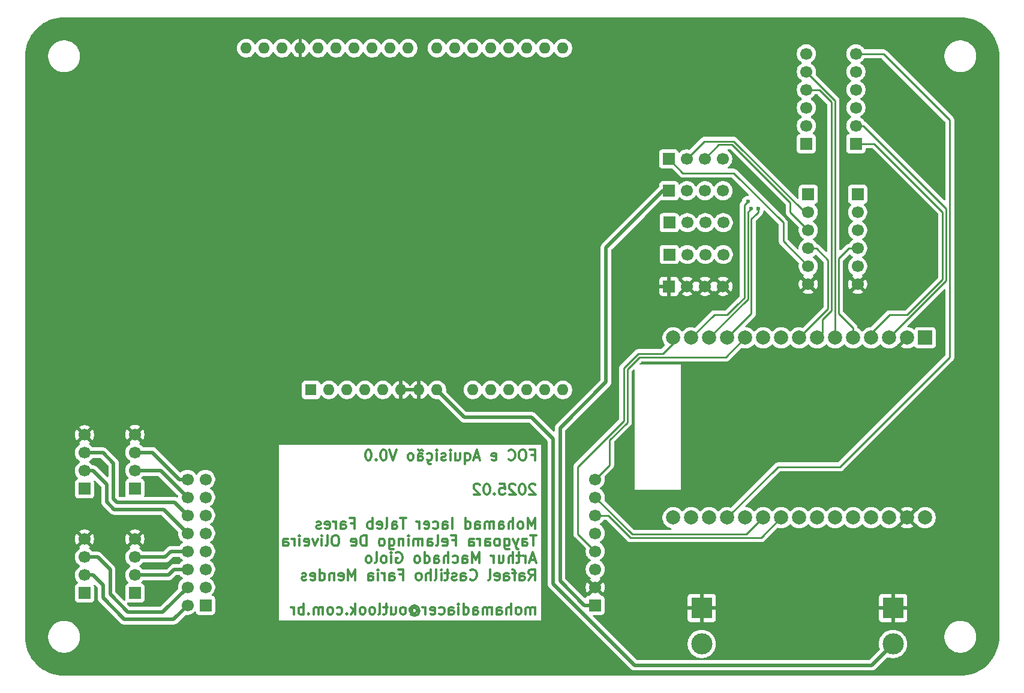
<source format=gbr>
%TF.GenerationSoftware,KiCad,Pcbnew,9.0.4*%
%TF.CreationDate,2025-10-04T22:47:02-03:00*%
%TF.ProjectId,mb,6d622e6b-6963-4616-945f-706362585858,rev?*%
%TF.SameCoordinates,Original*%
%TF.FileFunction,Copper,L2,Bot*%
%TF.FilePolarity,Positive*%
%FSLAX46Y46*%
G04 Gerber Fmt 4.6, Leading zero omitted, Abs format (unit mm)*
G04 Created by KiCad (PCBNEW 9.0.4) date 2025-10-04 22:47:02*
%MOMM*%
%LPD*%
G01*
G04 APERTURE LIST*
%ADD10C,0.300000*%
%TA.AperFunction,NonConductor*%
%ADD11C,0.300000*%
%TD*%
%TA.AperFunction,ComponentPad*%
%ADD12R,1.700000X1.700000*%
%TD*%
%TA.AperFunction,ComponentPad*%
%ADD13C,1.700000*%
%TD*%
%TA.AperFunction,ComponentPad*%
%ADD14R,2.000000X2.000000*%
%TD*%
%TA.AperFunction,ComponentPad*%
%ADD15C,2.000000*%
%TD*%
%TA.AperFunction,ComponentPad*%
%ADD16R,1.600000X1.600000*%
%TD*%
%TA.AperFunction,ComponentPad*%
%ADD17O,1.600000X1.600000*%
%TD*%
%TA.AperFunction,ComponentPad*%
%ADD18R,3.000000X3.000000*%
%TD*%
%TA.AperFunction,ComponentPad*%
%ADD19C,3.000000*%
%TD*%
%TA.AperFunction,ViaPad*%
%ADD20C,0.600000*%
%TD*%
%TA.AperFunction,Conductor*%
%ADD21C,0.250000*%
%TD*%
%TA.AperFunction,Conductor*%
%ADD22C,0.500000*%
%TD*%
%TA.AperFunction,Conductor*%
%ADD23C,0.200000*%
%TD*%
G04 APERTURE END LIST*
D10*
D11*
X178945489Y-116280870D02*
X179445489Y-116280870D01*
X179445489Y-117066584D02*
X179445489Y-115566584D01*
X179445489Y-115566584D02*
X178731203Y-115566584D01*
X177874060Y-115566584D02*
X177588346Y-115566584D01*
X177588346Y-115566584D02*
X177445489Y-115638013D01*
X177445489Y-115638013D02*
X177302632Y-115780870D01*
X177302632Y-115780870D02*
X177231203Y-116066584D01*
X177231203Y-116066584D02*
X177231203Y-116566584D01*
X177231203Y-116566584D02*
X177302632Y-116852298D01*
X177302632Y-116852298D02*
X177445489Y-116995156D01*
X177445489Y-116995156D02*
X177588346Y-117066584D01*
X177588346Y-117066584D02*
X177874060Y-117066584D01*
X177874060Y-117066584D02*
X178016918Y-116995156D01*
X178016918Y-116995156D02*
X178159775Y-116852298D01*
X178159775Y-116852298D02*
X178231203Y-116566584D01*
X178231203Y-116566584D02*
X178231203Y-116066584D01*
X178231203Y-116066584D02*
X178159775Y-115780870D01*
X178159775Y-115780870D02*
X178016918Y-115638013D01*
X178016918Y-115638013D02*
X177874060Y-115566584D01*
X175731203Y-116923727D02*
X175802631Y-116995156D01*
X175802631Y-116995156D02*
X176016917Y-117066584D01*
X176016917Y-117066584D02*
X176159774Y-117066584D01*
X176159774Y-117066584D02*
X176374060Y-116995156D01*
X176374060Y-116995156D02*
X176516917Y-116852298D01*
X176516917Y-116852298D02*
X176588346Y-116709441D01*
X176588346Y-116709441D02*
X176659774Y-116423727D01*
X176659774Y-116423727D02*
X176659774Y-116209441D01*
X176659774Y-116209441D02*
X176588346Y-115923727D01*
X176588346Y-115923727D02*
X176516917Y-115780870D01*
X176516917Y-115780870D02*
X176374060Y-115638013D01*
X176374060Y-115638013D02*
X176159774Y-115566584D01*
X176159774Y-115566584D02*
X176016917Y-115566584D01*
X176016917Y-115566584D02*
X175802631Y-115638013D01*
X175802631Y-115638013D02*
X175731203Y-115709441D01*
X173374060Y-116995156D02*
X173516917Y-117066584D01*
X173516917Y-117066584D02*
X173802632Y-117066584D01*
X173802632Y-117066584D02*
X173945489Y-116995156D01*
X173945489Y-116995156D02*
X174016917Y-116852298D01*
X174016917Y-116852298D02*
X174016917Y-116280870D01*
X174016917Y-116280870D02*
X173945489Y-116138013D01*
X173945489Y-116138013D02*
X173802632Y-116066584D01*
X173802632Y-116066584D02*
X173516917Y-116066584D01*
X173516917Y-116066584D02*
X173374060Y-116138013D01*
X173374060Y-116138013D02*
X173302632Y-116280870D01*
X173302632Y-116280870D02*
X173302632Y-116423727D01*
X173302632Y-116423727D02*
X174016917Y-116566584D01*
X171588346Y-116638013D02*
X170874061Y-116638013D01*
X171731203Y-117066584D02*
X171231203Y-115566584D01*
X171231203Y-115566584D02*
X170731203Y-117066584D01*
X169588347Y-116066584D02*
X169588347Y-117566584D01*
X169588347Y-116995156D02*
X169731204Y-117066584D01*
X169731204Y-117066584D02*
X170016918Y-117066584D01*
X170016918Y-117066584D02*
X170159775Y-116995156D01*
X170159775Y-116995156D02*
X170231204Y-116923727D01*
X170231204Y-116923727D02*
X170302632Y-116780870D01*
X170302632Y-116780870D02*
X170302632Y-116352298D01*
X170302632Y-116352298D02*
X170231204Y-116209441D01*
X170231204Y-116209441D02*
X170159775Y-116138013D01*
X170159775Y-116138013D02*
X170016918Y-116066584D01*
X170016918Y-116066584D02*
X169731204Y-116066584D01*
X169731204Y-116066584D02*
X169588347Y-116138013D01*
X168231204Y-116066584D02*
X168231204Y-117066584D01*
X168874061Y-116066584D02*
X168874061Y-116852298D01*
X168874061Y-116852298D02*
X168802632Y-116995156D01*
X168802632Y-116995156D02*
X168659775Y-117066584D01*
X168659775Y-117066584D02*
X168445489Y-117066584D01*
X168445489Y-117066584D02*
X168302632Y-116995156D01*
X168302632Y-116995156D02*
X168231204Y-116923727D01*
X167516918Y-117066584D02*
X167516918Y-116066584D01*
X167516918Y-115566584D02*
X167588346Y-115638013D01*
X167588346Y-115638013D02*
X167516918Y-115709441D01*
X167516918Y-115709441D02*
X167445489Y-115638013D01*
X167445489Y-115638013D02*
X167516918Y-115566584D01*
X167516918Y-115566584D02*
X167516918Y-115709441D01*
X166874060Y-116995156D02*
X166731203Y-117066584D01*
X166731203Y-117066584D02*
X166445489Y-117066584D01*
X166445489Y-117066584D02*
X166302632Y-116995156D01*
X166302632Y-116995156D02*
X166231203Y-116852298D01*
X166231203Y-116852298D02*
X166231203Y-116780870D01*
X166231203Y-116780870D02*
X166302632Y-116638013D01*
X166302632Y-116638013D02*
X166445489Y-116566584D01*
X166445489Y-116566584D02*
X166659775Y-116566584D01*
X166659775Y-116566584D02*
X166802632Y-116495156D01*
X166802632Y-116495156D02*
X166874060Y-116352298D01*
X166874060Y-116352298D02*
X166874060Y-116280870D01*
X166874060Y-116280870D02*
X166802632Y-116138013D01*
X166802632Y-116138013D02*
X166659775Y-116066584D01*
X166659775Y-116066584D02*
X166445489Y-116066584D01*
X166445489Y-116066584D02*
X166302632Y-116138013D01*
X165588346Y-117066584D02*
X165588346Y-116066584D01*
X165588346Y-115566584D02*
X165659774Y-115638013D01*
X165659774Y-115638013D02*
X165588346Y-115709441D01*
X165588346Y-115709441D02*
X165516917Y-115638013D01*
X165516917Y-115638013D02*
X165588346Y-115566584D01*
X165588346Y-115566584D02*
X165588346Y-115709441D01*
X164231203Y-116995156D02*
X164374060Y-117066584D01*
X164374060Y-117066584D02*
X164659774Y-117066584D01*
X164659774Y-117066584D02*
X164802631Y-116995156D01*
X164802631Y-116995156D02*
X164874060Y-116923727D01*
X164874060Y-116923727D02*
X164945488Y-116780870D01*
X164945488Y-116780870D02*
X164945488Y-116352298D01*
X164945488Y-116352298D02*
X164874060Y-116209441D01*
X164874060Y-116209441D02*
X164802631Y-116138013D01*
X164802631Y-116138013D02*
X164659774Y-116066584D01*
X164659774Y-116066584D02*
X164374060Y-116066584D01*
X164374060Y-116066584D02*
X164231203Y-116138013D01*
X164516917Y-117138013D02*
X164374060Y-117209441D01*
X164374060Y-117209441D02*
X164302631Y-117352298D01*
X164302631Y-117352298D02*
X164374060Y-117495156D01*
X164374060Y-117495156D02*
X164516917Y-117566584D01*
X164516917Y-117566584D02*
X164731203Y-117566584D01*
X162945489Y-117066584D02*
X162945489Y-116280870D01*
X162945489Y-116280870D02*
X163016917Y-116138013D01*
X163016917Y-116138013D02*
X163159774Y-116066584D01*
X163159774Y-116066584D02*
X163445489Y-116066584D01*
X163445489Y-116066584D02*
X163588346Y-116138013D01*
X162945489Y-116995156D02*
X163088346Y-117066584D01*
X163088346Y-117066584D02*
X163445489Y-117066584D01*
X163445489Y-117066584D02*
X163588346Y-116995156D01*
X163588346Y-116995156D02*
X163659774Y-116852298D01*
X163659774Y-116852298D02*
X163659774Y-116709441D01*
X163659774Y-116709441D02*
X163588346Y-116566584D01*
X163588346Y-116566584D02*
X163445489Y-116495156D01*
X163445489Y-116495156D02*
X163088346Y-116495156D01*
X163088346Y-116495156D02*
X162945489Y-116423727D01*
X163659774Y-115709441D02*
X163588346Y-115638013D01*
X163588346Y-115638013D02*
X163445489Y-115566584D01*
X163445489Y-115566584D02*
X163159774Y-115709441D01*
X163159774Y-115709441D02*
X163016917Y-115638013D01*
X163016917Y-115638013D02*
X162945489Y-115566584D01*
X162016917Y-117066584D02*
X162159774Y-116995156D01*
X162159774Y-116995156D02*
X162231203Y-116923727D01*
X162231203Y-116923727D02*
X162302631Y-116780870D01*
X162302631Y-116780870D02*
X162302631Y-116352298D01*
X162302631Y-116352298D02*
X162231203Y-116209441D01*
X162231203Y-116209441D02*
X162159774Y-116138013D01*
X162159774Y-116138013D02*
X162016917Y-116066584D01*
X162016917Y-116066584D02*
X161802631Y-116066584D01*
X161802631Y-116066584D02*
X161659774Y-116138013D01*
X161659774Y-116138013D02*
X161588346Y-116209441D01*
X161588346Y-116209441D02*
X161516917Y-116352298D01*
X161516917Y-116352298D02*
X161516917Y-116780870D01*
X161516917Y-116780870D02*
X161588346Y-116923727D01*
X161588346Y-116923727D02*
X161659774Y-116995156D01*
X161659774Y-116995156D02*
X161802631Y-117066584D01*
X161802631Y-117066584D02*
X162016917Y-117066584D01*
X159945488Y-115566584D02*
X159445488Y-117066584D01*
X159445488Y-117066584D02*
X158945488Y-115566584D01*
X158159774Y-115566584D02*
X158016917Y-115566584D01*
X158016917Y-115566584D02*
X157874060Y-115638013D01*
X157874060Y-115638013D02*
X157802632Y-115709441D01*
X157802632Y-115709441D02*
X157731203Y-115852298D01*
X157731203Y-115852298D02*
X157659774Y-116138013D01*
X157659774Y-116138013D02*
X157659774Y-116495156D01*
X157659774Y-116495156D02*
X157731203Y-116780870D01*
X157731203Y-116780870D02*
X157802632Y-116923727D01*
X157802632Y-116923727D02*
X157874060Y-116995156D01*
X157874060Y-116995156D02*
X158016917Y-117066584D01*
X158016917Y-117066584D02*
X158159774Y-117066584D01*
X158159774Y-117066584D02*
X158302632Y-116995156D01*
X158302632Y-116995156D02*
X158374060Y-116923727D01*
X158374060Y-116923727D02*
X158445489Y-116780870D01*
X158445489Y-116780870D02*
X158516917Y-116495156D01*
X158516917Y-116495156D02*
X158516917Y-116138013D01*
X158516917Y-116138013D02*
X158445489Y-115852298D01*
X158445489Y-115852298D02*
X158374060Y-115709441D01*
X158374060Y-115709441D02*
X158302632Y-115638013D01*
X158302632Y-115638013D02*
X158159774Y-115566584D01*
X157016918Y-116923727D02*
X156945489Y-116995156D01*
X156945489Y-116995156D02*
X157016918Y-117066584D01*
X157016918Y-117066584D02*
X157088346Y-116995156D01*
X157088346Y-116995156D02*
X157016918Y-116923727D01*
X157016918Y-116923727D02*
X157016918Y-117066584D01*
X156016917Y-115566584D02*
X155874060Y-115566584D01*
X155874060Y-115566584D02*
X155731203Y-115638013D01*
X155731203Y-115638013D02*
X155659775Y-115709441D01*
X155659775Y-115709441D02*
X155588346Y-115852298D01*
X155588346Y-115852298D02*
X155516917Y-116138013D01*
X155516917Y-116138013D02*
X155516917Y-116495156D01*
X155516917Y-116495156D02*
X155588346Y-116780870D01*
X155588346Y-116780870D02*
X155659775Y-116923727D01*
X155659775Y-116923727D02*
X155731203Y-116995156D01*
X155731203Y-116995156D02*
X155874060Y-117066584D01*
X155874060Y-117066584D02*
X156016917Y-117066584D01*
X156016917Y-117066584D02*
X156159775Y-116995156D01*
X156159775Y-116995156D02*
X156231203Y-116923727D01*
X156231203Y-116923727D02*
X156302632Y-116780870D01*
X156302632Y-116780870D02*
X156374060Y-116495156D01*
X156374060Y-116495156D02*
X156374060Y-116138013D01*
X156374060Y-116138013D02*
X156302632Y-115852298D01*
X156302632Y-115852298D02*
X156231203Y-115709441D01*
X156231203Y-115709441D02*
X156159775Y-115638013D01*
X156159775Y-115638013D02*
X156016917Y-115566584D01*
X179516917Y-120539273D02*
X179445489Y-120467845D01*
X179445489Y-120467845D02*
X179302632Y-120396416D01*
X179302632Y-120396416D02*
X178945489Y-120396416D01*
X178945489Y-120396416D02*
X178802632Y-120467845D01*
X178802632Y-120467845D02*
X178731203Y-120539273D01*
X178731203Y-120539273D02*
X178659774Y-120682130D01*
X178659774Y-120682130D02*
X178659774Y-120824988D01*
X178659774Y-120824988D02*
X178731203Y-121039273D01*
X178731203Y-121039273D02*
X179588346Y-121896416D01*
X179588346Y-121896416D02*
X178659774Y-121896416D01*
X177731203Y-120396416D02*
X177588346Y-120396416D01*
X177588346Y-120396416D02*
X177445489Y-120467845D01*
X177445489Y-120467845D02*
X177374061Y-120539273D01*
X177374061Y-120539273D02*
X177302632Y-120682130D01*
X177302632Y-120682130D02*
X177231203Y-120967845D01*
X177231203Y-120967845D02*
X177231203Y-121324988D01*
X177231203Y-121324988D02*
X177302632Y-121610702D01*
X177302632Y-121610702D02*
X177374061Y-121753559D01*
X177374061Y-121753559D02*
X177445489Y-121824988D01*
X177445489Y-121824988D02*
X177588346Y-121896416D01*
X177588346Y-121896416D02*
X177731203Y-121896416D01*
X177731203Y-121896416D02*
X177874061Y-121824988D01*
X177874061Y-121824988D02*
X177945489Y-121753559D01*
X177945489Y-121753559D02*
X178016918Y-121610702D01*
X178016918Y-121610702D02*
X178088346Y-121324988D01*
X178088346Y-121324988D02*
X178088346Y-120967845D01*
X178088346Y-120967845D02*
X178016918Y-120682130D01*
X178016918Y-120682130D02*
X177945489Y-120539273D01*
X177945489Y-120539273D02*
X177874061Y-120467845D01*
X177874061Y-120467845D02*
X177731203Y-120396416D01*
X176659775Y-120539273D02*
X176588347Y-120467845D01*
X176588347Y-120467845D02*
X176445490Y-120396416D01*
X176445490Y-120396416D02*
X176088347Y-120396416D01*
X176088347Y-120396416D02*
X175945490Y-120467845D01*
X175945490Y-120467845D02*
X175874061Y-120539273D01*
X175874061Y-120539273D02*
X175802632Y-120682130D01*
X175802632Y-120682130D02*
X175802632Y-120824988D01*
X175802632Y-120824988D02*
X175874061Y-121039273D01*
X175874061Y-121039273D02*
X176731204Y-121896416D01*
X176731204Y-121896416D02*
X175802632Y-121896416D01*
X174445490Y-120396416D02*
X175159776Y-120396416D01*
X175159776Y-120396416D02*
X175231204Y-121110702D01*
X175231204Y-121110702D02*
X175159776Y-121039273D01*
X175159776Y-121039273D02*
X175016919Y-120967845D01*
X175016919Y-120967845D02*
X174659776Y-120967845D01*
X174659776Y-120967845D02*
X174516919Y-121039273D01*
X174516919Y-121039273D02*
X174445490Y-121110702D01*
X174445490Y-121110702D02*
X174374061Y-121253559D01*
X174374061Y-121253559D02*
X174374061Y-121610702D01*
X174374061Y-121610702D02*
X174445490Y-121753559D01*
X174445490Y-121753559D02*
X174516919Y-121824988D01*
X174516919Y-121824988D02*
X174659776Y-121896416D01*
X174659776Y-121896416D02*
X175016919Y-121896416D01*
X175016919Y-121896416D02*
X175159776Y-121824988D01*
X175159776Y-121824988D02*
X175231204Y-121753559D01*
X173731205Y-121753559D02*
X173659776Y-121824988D01*
X173659776Y-121824988D02*
X173731205Y-121896416D01*
X173731205Y-121896416D02*
X173802633Y-121824988D01*
X173802633Y-121824988D02*
X173731205Y-121753559D01*
X173731205Y-121753559D02*
X173731205Y-121896416D01*
X172731204Y-120396416D02*
X172588347Y-120396416D01*
X172588347Y-120396416D02*
X172445490Y-120467845D01*
X172445490Y-120467845D02*
X172374062Y-120539273D01*
X172374062Y-120539273D02*
X172302633Y-120682130D01*
X172302633Y-120682130D02*
X172231204Y-120967845D01*
X172231204Y-120967845D02*
X172231204Y-121324988D01*
X172231204Y-121324988D02*
X172302633Y-121610702D01*
X172302633Y-121610702D02*
X172374062Y-121753559D01*
X172374062Y-121753559D02*
X172445490Y-121824988D01*
X172445490Y-121824988D02*
X172588347Y-121896416D01*
X172588347Y-121896416D02*
X172731204Y-121896416D01*
X172731204Y-121896416D02*
X172874062Y-121824988D01*
X172874062Y-121824988D02*
X172945490Y-121753559D01*
X172945490Y-121753559D02*
X173016919Y-121610702D01*
X173016919Y-121610702D02*
X173088347Y-121324988D01*
X173088347Y-121324988D02*
X173088347Y-120967845D01*
X173088347Y-120967845D02*
X173016919Y-120682130D01*
X173016919Y-120682130D02*
X172945490Y-120539273D01*
X172945490Y-120539273D02*
X172874062Y-120467845D01*
X172874062Y-120467845D02*
X172731204Y-120396416D01*
X171659776Y-120539273D02*
X171588348Y-120467845D01*
X171588348Y-120467845D02*
X171445491Y-120396416D01*
X171445491Y-120396416D02*
X171088348Y-120396416D01*
X171088348Y-120396416D02*
X170945491Y-120467845D01*
X170945491Y-120467845D02*
X170874062Y-120539273D01*
X170874062Y-120539273D02*
X170802633Y-120682130D01*
X170802633Y-120682130D02*
X170802633Y-120824988D01*
X170802633Y-120824988D02*
X170874062Y-121039273D01*
X170874062Y-121039273D02*
X171731205Y-121896416D01*
X171731205Y-121896416D02*
X170802633Y-121896416D01*
X179445489Y-126726248D02*
X179445489Y-125226248D01*
X179445489Y-125226248D02*
X178945489Y-126297677D01*
X178945489Y-126297677D02*
X178445489Y-125226248D01*
X178445489Y-125226248D02*
X178445489Y-126726248D01*
X177516917Y-126726248D02*
X177659774Y-126654820D01*
X177659774Y-126654820D02*
X177731203Y-126583391D01*
X177731203Y-126583391D02*
X177802631Y-126440534D01*
X177802631Y-126440534D02*
X177802631Y-126011962D01*
X177802631Y-126011962D02*
X177731203Y-125869105D01*
X177731203Y-125869105D02*
X177659774Y-125797677D01*
X177659774Y-125797677D02*
X177516917Y-125726248D01*
X177516917Y-125726248D02*
X177302631Y-125726248D01*
X177302631Y-125726248D02*
X177159774Y-125797677D01*
X177159774Y-125797677D02*
X177088346Y-125869105D01*
X177088346Y-125869105D02*
X177016917Y-126011962D01*
X177016917Y-126011962D02*
X177016917Y-126440534D01*
X177016917Y-126440534D02*
X177088346Y-126583391D01*
X177088346Y-126583391D02*
X177159774Y-126654820D01*
X177159774Y-126654820D02*
X177302631Y-126726248D01*
X177302631Y-126726248D02*
X177516917Y-126726248D01*
X176374060Y-126726248D02*
X176374060Y-125226248D01*
X175731203Y-126726248D02*
X175731203Y-125940534D01*
X175731203Y-125940534D02*
X175802631Y-125797677D01*
X175802631Y-125797677D02*
X175945488Y-125726248D01*
X175945488Y-125726248D02*
X176159774Y-125726248D01*
X176159774Y-125726248D02*
X176302631Y-125797677D01*
X176302631Y-125797677D02*
X176374060Y-125869105D01*
X174374060Y-126726248D02*
X174374060Y-125940534D01*
X174374060Y-125940534D02*
X174445488Y-125797677D01*
X174445488Y-125797677D02*
X174588345Y-125726248D01*
X174588345Y-125726248D02*
X174874060Y-125726248D01*
X174874060Y-125726248D02*
X175016917Y-125797677D01*
X174374060Y-126654820D02*
X174516917Y-126726248D01*
X174516917Y-126726248D02*
X174874060Y-126726248D01*
X174874060Y-126726248D02*
X175016917Y-126654820D01*
X175016917Y-126654820D02*
X175088345Y-126511962D01*
X175088345Y-126511962D02*
X175088345Y-126369105D01*
X175088345Y-126369105D02*
X175016917Y-126226248D01*
X175016917Y-126226248D02*
X174874060Y-126154820D01*
X174874060Y-126154820D02*
X174516917Y-126154820D01*
X174516917Y-126154820D02*
X174374060Y-126083391D01*
X173659774Y-126726248D02*
X173659774Y-125726248D01*
X173659774Y-125869105D02*
X173588345Y-125797677D01*
X173588345Y-125797677D02*
X173445488Y-125726248D01*
X173445488Y-125726248D02*
X173231202Y-125726248D01*
X173231202Y-125726248D02*
X173088345Y-125797677D01*
X173088345Y-125797677D02*
X173016917Y-125940534D01*
X173016917Y-125940534D02*
X173016917Y-126726248D01*
X173016917Y-125940534D02*
X172945488Y-125797677D01*
X172945488Y-125797677D02*
X172802631Y-125726248D01*
X172802631Y-125726248D02*
X172588345Y-125726248D01*
X172588345Y-125726248D02*
X172445488Y-125797677D01*
X172445488Y-125797677D02*
X172374059Y-125940534D01*
X172374059Y-125940534D02*
X172374059Y-126726248D01*
X171016917Y-126726248D02*
X171016917Y-125940534D01*
X171016917Y-125940534D02*
X171088345Y-125797677D01*
X171088345Y-125797677D02*
X171231202Y-125726248D01*
X171231202Y-125726248D02*
X171516917Y-125726248D01*
X171516917Y-125726248D02*
X171659774Y-125797677D01*
X171016917Y-126654820D02*
X171159774Y-126726248D01*
X171159774Y-126726248D02*
X171516917Y-126726248D01*
X171516917Y-126726248D02*
X171659774Y-126654820D01*
X171659774Y-126654820D02*
X171731202Y-126511962D01*
X171731202Y-126511962D02*
X171731202Y-126369105D01*
X171731202Y-126369105D02*
X171659774Y-126226248D01*
X171659774Y-126226248D02*
X171516917Y-126154820D01*
X171516917Y-126154820D02*
X171159774Y-126154820D01*
X171159774Y-126154820D02*
X171016917Y-126083391D01*
X169659774Y-126726248D02*
X169659774Y-125226248D01*
X169659774Y-126654820D02*
X169802631Y-126726248D01*
X169802631Y-126726248D02*
X170088345Y-126726248D01*
X170088345Y-126726248D02*
X170231202Y-126654820D01*
X170231202Y-126654820D02*
X170302631Y-126583391D01*
X170302631Y-126583391D02*
X170374059Y-126440534D01*
X170374059Y-126440534D02*
X170374059Y-126011962D01*
X170374059Y-126011962D02*
X170302631Y-125869105D01*
X170302631Y-125869105D02*
X170231202Y-125797677D01*
X170231202Y-125797677D02*
X170088345Y-125726248D01*
X170088345Y-125726248D02*
X169802631Y-125726248D01*
X169802631Y-125726248D02*
X169659774Y-125797677D01*
X167802631Y-126726248D02*
X167802631Y-125226248D01*
X166445488Y-126726248D02*
X166445488Y-125940534D01*
X166445488Y-125940534D02*
X166516916Y-125797677D01*
X166516916Y-125797677D02*
X166659773Y-125726248D01*
X166659773Y-125726248D02*
X166945488Y-125726248D01*
X166945488Y-125726248D02*
X167088345Y-125797677D01*
X166445488Y-126654820D02*
X166588345Y-126726248D01*
X166588345Y-126726248D02*
X166945488Y-126726248D01*
X166945488Y-126726248D02*
X167088345Y-126654820D01*
X167088345Y-126654820D02*
X167159773Y-126511962D01*
X167159773Y-126511962D02*
X167159773Y-126369105D01*
X167159773Y-126369105D02*
X167088345Y-126226248D01*
X167088345Y-126226248D02*
X166945488Y-126154820D01*
X166945488Y-126154820D02*
X166588345Y-126154820D01*
X166588345Y-126154820D02*
X166445488Y-126083391D01*
X165088345Y-126654820D02*
X165231202Y-126726248D01*
X165231202Y-126726248D02*
X165516916Y-126726248D01*
X165516916Y-126726248D02*
X165659773Y-126654820D01*
X165659773Y-126654820D02*
X165731202Y-126583391D01*
X165731202Y-126583391D02*
X165802630Y-126440534D01*
X165802630Y-126440534D02*
X165802630Y-126011962D01*
X165802630Y-126011962D02*
X165731202Y-125869105D01*
X165731202Y-125869105D02*
X165659773Y-125797677D01*
X165659773Y-125797677D02*
X165516916Y-125726248D01*
X165516916Y-125726248D02*
X165231202Y-125726248D01*
X165231202Y-125726248D02*
X165088345Y-125797677D01*
X163874059Y-126654820D02*
X164016916Y-126726248D01*
X164016916Y-126726248D02*
X164302631Y-126726248D01*
X164302631Y-126726248D02*
X164445488Y-126654820D01*
X164445488Y-126654820D02*
X164516916Y-126511962D01*
X164516916Y-126511962D02*
X164516916Y-125940534D01*
X164516916Y-125940534D02*
X164445488Y-125797677D01*
X164445488Y-125797677D02*
X164302631Y-125726248D01*
X164302631Y-125726248D02*
X164016916Y-125726248D01*
X164016916Y-125726248D02*
X163874059Y-125797677D01*
X163874059Y-125797677D02*
X163802631Y-125940534D01*
X163802631Y-125940534D02*
X163802631Y-126083391D01*
X163802631Y-126083391D02*
X164516916Y-126226248D01*
X163159774Y-126726248D02*
X163159774Y-125726248D01*
X163159774Y-126011962D02*
X163088345Y-125869105D01*
X163088345Y-125869105D02*
X163016917Y-125797677D01*
X163016917Y-125797677D02*
X162874059Y-125726248D01*
X162874059Y-125726248D02*
X162731202Y-125726248D01*
X161302631Y-125226248D02*
X160445489Y-125226248D01*
X160874060Y-126726248D02*
X160874060Y-125226248D01*
X159302632Y-126726248D02*
X159302632Y-125940534D01*
X159302632Y-125940534D02*
X159374060Y-125797677D01*
X159374060Y-125797677D02*
X159516917Y-125726248D01*
X159516917Y-125726248D02*
X159802632Y-125726248D01*
X159802632Y-125726248D02*
X159945489Y-125797677D01*
X159302632Y-126654820D02*
X159445489Y-126726248D01*
X159445489Y-126726248D02*
X159802632Y-126726248D01*
X159802632Y-126726248D02*
X159945489Y-126654820D01*
X159945489Y-126654820D02*
X160016917Y-126511962D01*
X160016917Y-126511962D02*
X160016917Y-126369105D01*
X160016917Y-126369105D02*
X159945489Y-126226248D01*
X159945489Y-126226248D02*
X159802632Y-126154820D01*
X159802632Y-126154820D02*
X159445489Y-126154820D01*
X159445489Y-126154820D02*
X159302632Y-126083391D01*
X158374060Y-126726248D02*
X158516917Y-126654820D01*
X158516917Y-126654820D02*
X158588346Y-126511962D01*
X158588346Y-126511962D02*
X158588346Y-125226248D01*
X157231203Y-126654820D02*
X157374060Y-126726248D01*
X157374060Y-126726248D02*
X157659775Y-126726248D01*
X157659775Y-126726248D02*
X157802632Y-126654820D01*
X157802632Y-126654820D02*
X157874060Y-126511962D01*
X157874060Y-126511962D02*
X157874060Y-125940534D01*
X157874060Y-125940534D02*
X157802632Y-125797677D01*
X157802632Y-125797677D02*
X157659775Y-125726248D01*
X157659775Y-125726248D02*
X157374060Y-125726248D01*
X157374060Y-125726248D02*
X157231203Y-125797677D01*
X157231203Y-125797677D02*
X157159775Y-125940534D01*
X157159775Y-125940534D02*
X157159775Y-126083391D01*
X157159775Y-126083391D02*
X157874060Y-126226248D01*
X156516918Y-126726248D02*
X156516918Y-125226248D01*
X156516918Y-125797677D02*
X156374061Y-125726248D01*
X156374061Y-125726248D02*
X156088346Y-125726248D01*
X156088346Y-125726248D02*
X155945489Y-125797677D01*
X155945489Y-125797677D02*
X155874061Y-125869105D01*
X155874061Y-125869105D02*
X155802632Y-126011962D01*
X155802632Y-126011962D02*
X155802632Y-126440534D01*
X155802632Y-126440534D02*
X155874061Y-126583391D01*
X155874061Y-126583391D02*
X155945489Y-126654820D01*
X155945489Y-126654820D02*
X156088346Y-126726248D01*
X156088346Y-126726248D02*
X156374061Y-126726248D01*
X156374061Y-126726248D02*
X156516918Y-126654820D01*
X153516918Y-125940534D02*
X154016918Y-125940534D01*
X154016918Y-126726248D02*
X154016918Y-125226248D01*
X154016918Y-125226248D02*
X153302632Y-125226248D01*
X152088347Y-126726248D02*
X152088347Y-125940534D01*
X152088347Y-125940534D02*
X152159775Y-125797677D01*
X152159775Y-125797677D02*
X152302632Y-125726248D01*
X152302632Y-125726248D02*
X152588347Y-125726248D01*
X152588347Y-125726248D02*
X152731204Y-125797677D01*
X152088347Y-126654820D02*
X152231204Y-126726248D01*
X152231204Y-126726248D02*
X152588347Y-126726248D01*
X152588347Y-126726248D02*
X152731204Y-126654820D01*
X152731204Y-126654820D02*
X152802632Y-126511962D01*
X152802632Y-126511962D02*
X152802632Y-126369105D01*
X152802632Y-126369105D02*
X152731204Y-126226248D01*
X152731204Y-126226248D02*
X152588347Y-126154820D01*
X152588347Y-126154820D02*
X152231204Y-126154820D01*
X152231204Y-126154820D02*
X152088347Y-126083391D01*
X151374061Y-126726248D02*
X151374061Y-125726248D01*
X151374061Y-126011962D02*
X151302632Y-125869105D01*
X151302632Y-125869105D02*
X151231204Y-125797677D01*
X151231204Y-125797677D02*
X151088346Y-125726248D01*
X151088346Y-125726248D02*
X150945489Y-125726248D01*
X149874061Y-126654820D02*
X150016918Y-126726248D01*
X150016918Y-126726248D02*
X150302633Y-126726248D01*
X150302633Y-126726248D02*
X150445490Y-126654820D01*
X150445490Y-126654820D02*
X150516918Y-126511962D01*
X150516918Y-126511962D02*
X150516918Y-125940534D01*
X150516918Y-125940534D02*
X150445490Y-125797677D01*
X150445490Y-125797677D02*
X150302633Y-125726248D01*
X150302633Y-125726248D02*
X150016918Y-125726248D01*
X150016918Y-125726248D02*
X149874061Y-125797677D01*
X149874061Y-125797677D02*
X149802633Y-125940534D01*
X149802633Y-125940534D02*
X149802633Y-126083391D01*
X149802633Y-126083391D02*
X150516918Y-126226248D01*
X149231204Y-126654820D02*
X149088347Y-126726248D01*
X149088347Y-126726248D02*
X148802633Y-126726248D01*
X148802633Y-126726248D02*
X148659776Y-126654820D01*
X148659776Y-126654820D02*
X148588347Y-126511962D01*
X148588347Y-126511962D02*
X148588347Y-126440534D01*
X148588347Y-126440534D02*
X148659776Y-126297677D01*
X148659776Y-126297677D02*
X148802633Y-126226248D01*
X148802633Y-126226248D02*
X149016919Y-126226248D01*
X149016919Y-126226248D02*
X149159776Y-126154820D01*
X149159776Y-126154820D02*
X149231204Y-126011962D01*
X149231204Y-126011962D02*
X149231204Y-125940534D01*
X149231204Y-125940534D02*
X149159776Y-125797677D01*
X149159776Y-125797677D02*
X149016919Y-125726248D01*
X149016919Y-125726248D02*
X148802633Y-125726248D01*
X148802633Y-125726248D02*
X148659776Y-125797677D01*
X179659774Y-127641164D02*
X178802632Y-127641164D01*
X179231203Y-129141164D02*
X179231203Y-127641164D01*
X177659775Y-129141164D02*
X177659775Y-128355450D01*
X177659775Y-128355450D02*
X177731203Y-128212593D01*
X177731203Y-128212593D02*
X177874060Y-128141164D01*
X177874060Y-128141164D02*
X178159775Y-128141164D01*
X178159775Y-128141164D02*
X178302632Y-128212593D01*
X177659775Y-129069736D02*
X177802632Y-129141164D01*
X177802632Y-129141164D02*
X178159775Y-129141164D01*
X178159775Y-129141164D02*
X178302632Y-129069736D01*
X178302632Y-129069736D02*
X178374060Y-128926878D01*
X178374060Y-128926878D02*
X178374060Y-128784021D01*
X178374060Y-128784021D02*
X178302632Y-128641164D01*
X178302632Y-128641164D02*
X178159775Y-128569736D01*
X178159775Y-128569736D02*
X177802632Y-128569736D01*
X177802632Y-128569736D02*
X177659775Y-128498307D01*
X177088346Y-128141164D02*
X176731203Y-129141164D01*
X176374060Y-128141164D02*
X176731203Y-129141164D01*
X176731203Y-129141164D02*
X176874060Y-129498307D01*
X176874060Y-129498307D02*
X176945489Y-129569736D01*
X176945489Y-129569736D02*
X177088346Y-129641164D01*
X175159775Y-128141164D02*
X175159775Y-129355450D01*
X175159775Y-129355450D02*
X175231203Y-129498307D01*
X175231203Y-129498307D02*
X175302632Y-129569736D01*
X175302632Y-129569736D02*
X175445489Y-129641164D01*
X175445489Y-129641164D02*
X175659775Y-129641164D01*
X175659775Y-129641164D02*
X175802632Y-129569736D01*
X175159775Y-129069736D02*
X175302632Y-129141164D01*
X175302632Y-129141164D02*
X175588346Y-129141164D01*
X175588346Y-129141164D02*
X175731203Y-129069736D01*
X175731203Y-129069736D02*
X175802632Y-128998307D01*
X175802632Y-128998307D02*
X175874060Y-128855450D01*
X175874060Y-128855450D02*
X175874060Y-128426878D01*
X175874060Y-128426878D02*
X175802632Y-128284021D01*
X175802632Y-128284021D02*
X175731203Y-128212593D01*
X175731203Y-128212593D02*
X175588346Y-128141164D01*
X175588346Y-128141164D02*
X175302632Y-128141164D01*
X175302632Y-128141164D02*
X175159775Y-128212593D01*
X174231203Y-129141164D02*
X174374060Y-129069736D01*
X174374060Y-129069736D02*
X174445489Y-128998307D01*
X174445489Y-128998307D02*
X174516917Y-128855450D01*
X174516917Y-128855450D02*
X174516917Y-128426878D01*
X174516917Y-128426878D02*
X174445489Y-128284021D01*
X174445489Y-128284021D02*
X174374060Y-128212593D01*
X174374060Y-128212593D02*
X174231203Y-128141164D01*
X174231203Y-128141164D02*
X174016917Y-128141164D01*
X174016917Y-128141164D02*
X173874060Y-128212593D01*
X173874060Y-128212593D02*
X173802632Y-128284021D01*
X173802632Y-128284021D02*
X173731203Y-128426878D01*
X173731203Y-128426878D02*
X173731203Y-128855450D01*
X173731203Y-128855450D02*
X173802632Y-128998307D01*
X173802632Y-128998307D02*
X173874060Y-129069736D01*
X173874060Y-129069736D02*
X174016917Y-129141164D01*
X174016917Y-129141164D02*
X174231203Y-129141164D01*
X172445489Y-129141164D02*
X172445489Y-128355450D01*
X172445489Y-128355450D02*
X172516917Y-128212593D01*
X172516917Y-128212593D02*
X172659774Y-128141164D01*
X172659774Y-128141164D02*
X172945489Y-128141164D01*
X172945489Y-128141164D02*
X173088346Y-128212593D01*
X172445489Y-129069736D02*
X172588346Y-129141164D01*
X172588346Y-129141164D02*
X172945489Y-129141164D01*
X172945489Y-129141164D02*
X173088346Y-129069736D01*
X173088346Y-129069736D02*
X173159774Y-128926878D01*
X173159774Y-128926878D02*
X173159774Y-128784021D01*
X173159774Y-128784021D02*
X173088346Y-128641164D01*
X173088346Y-128641164D02*
X172945489Y-128569736D01*
X172945489Y-128569736D02*
X172588346Y-128569736D01*
X172588346Y-128569736D02*
X172445489Y-128498307D01*
X171731203Y-129141164D02*
X171731203Y-128141164D01*
X171731203Y-128426878D02*
X171659774Y-128284021D01*
X171659774Y-128284021D02*
X171588346Y-128212593D01*
X171588346Y-128212593D02*
X171445488Y-128141164D01*
X171445488Y-128141164D02*
X171302631Y-128141164D01*
X170159775Y-129141164D02*
X170159775Y-128355450D01*
X170159775Y-128355450D02*
X170231203Y-128212593D01*
X170231203Y-128212593D02*
X170374060Y-128141164D01*
X170374060Y-128141164D02*
X170659775Y-128141164D01*
X170659775Y-128141164D02*
X170802632Y-128212593D01*
X170159775Y-129069736D02*
X170302632Y-129141164D01*
X170302632Y-129141164D02*
X170659775Y-129141164D01*
X170659775Y-129141164D02*
X170802632Y-129069736D01*
X170802632Y-129069736D02*
X170874060Y-128926878D01*
X170874060Y-128926878D02*
X170874060Y-128784021D01*
X170874060Y-128784021D02*
X170802632Y-128641164D01*
X170802632Y-128641164D02*
X170659775Y-128569736D01*
X170659775Y-128569736D02*
X170302632Y-128569736D01*
X170302632Y-128569736D02*
X170159775Y-128498307D01*
X167802632Y-128355450D02*
X168302632Y-128355450D01*
X168302632Y-129141164D02*
X168302632Y-127641164D01*
X168302632Y-127641164D02*
X167588346Y-127641164D01*
X166445489Y-129069736D02*
X166588346Y-129141164D01*
X166588346Y-129141164D02*
X166874061Y-129141164D01*
X166874061Y-129141164D02*
X167016918Y-129069736D01*
X167016918Y-129069736D02*
X167088346Y-128926878D01*
X167088346Y-128926878D02*
X167088346Y-128355450D01*
X167088346Y-128355450D02*
X167016918Y-128212593D01*
X167016918Y-128212593D02*
X166874061Y-128141164D01*
X166874061Y-128141164D02*
X166588346Y-128141164D01*
X166588346Y-128141164D02*
X166445489Y-128212593D01*
X166445489Y-128212593D02*
X166374061Y-128355450D01*
X166374061Y-128355450D02*
X166374061Y-128498307D01*
X166374061Y-128498307D02*
X167088346Y-128641164D01*
X165516918Y-129141164D02*
X165659775Y-129069736D01*
X165659775Y-129069736D02*
X165731204Y-128926878D01*
X165731204Y-128926878D02*
X165731204Y-127641164D01*
X164302633Y-129141164D02*
X164302633Y-128355450D01*
X164302633Y-128355450D02*
X164374061Y-128212593D01*
X164374061Y-128212593D02*
X164516918Y-128141164D01*
X164516918Y-128141164D02*
X164802633Y-128141164D01*
X164802633Y-128141164D02*
X164945490Y-128212593D01*
X164302633Y-129069736D02*
X164445490Y-129141164D01*
X164445490Y-129141164D02*
X164802633Y-129141164D01*
X164802633Y-129141164D02*
X164945490Y-129069736D01*
X164945490Y-129069736D02*
X165016918Y-128926878D01*
X165016918Y-128926878D02*
X165016918Y-128784021D01*
X165016918Y-128784021D02*
X164945490Y-128641164D01*
X164945490Y-128641164D02*
X164802633Y-128569736D01*
X164802633Y-128569736D02*
X164445490Y-128569736D01*
X164445490Y-128569736D02*
X164302633Y-128498307D01*
X163588347Y-129141164D02*
X163588347Y-128141164D01*
X163588347Y-128284021D02*
X163516918Y-128212593D01*
X163516918Y-128212593D02*
X163374061Y-128141164D01*
X163374061Y-128141164D02*
X163159775Y-128141164D01*
X163159775Y-128141164D02*
X163016918Y-128212593D01*
X163016918Y-128212593D02*
X162945490Y-128355450D01*
X162945490Y-128355450D02*
X162945490Y-129141164D01*
X162945490Y-128355450D02*
X162874061Y-128212593D01*
X162874061Y-128212593D02*
X162731204Y-128141164D01*
X162731204Y-128141164D02*
X162516918Y-128141164D01*
X162516918Y-128141164D02*
X162374061Y-128212593D01*
X162374061Y-128212593D02*
X162302632Y-128355450D01*
X162302632Y-128355450D02*
X162302632Y-129141164D01*
X161588347Y-129141164D02*
X161588347Y-128141164D01*
X161588347Y-127641164D02*
X161659775Y-127712593D01*
X161659775Y-127712593D02*
X161588347Y-127784021D01*
X161588347Y-127784021D02*
X161516918Y-127712593D01*
X161516918Y-127712593D02*
X161588347Y-127641164D01*
X161588347Y-127641164D02*
X161588347Y-127784021D01*
X160874061Y-128141164D02*
X160874061Y-129141164D01*
X160874061Y-128284021D02*
X160802632Y-128212593D01*
X160802632Y-128212593D02*
X160659775Y-128141164D01*
X160659775Y-128141164D02*
X160445489Y-128141164D01*
X160445489Y-128141164D02*
X160302632Y-128212593D01*
X160302632Y-128212593D02*
X160231204Y-128355450D01*
X160231204Y-128355450D02*
X160231204Y-129141164D01*
X158874061Y-128141164D02*
X158874061Y-129355450D01*
X158874061Y-129355450D02*
X158945489Y-129498307D01*
X158945489Y-129498307D02*
X159016918Y-129569736D01*
X159016918Y-129569736D02*
X159159775Y-129641164D01*
X159159775Y-129641164D02*
X159374061Y-129641164D01*
X159374061Y-129641164D02*
X159516918Y-129569736D01*
X158874061Y-129069736D02*
X159016918Y-129141164D01*
X159016918Y-129141164D02*
X159302632Y-129141164D01*
X159302632Y-129141164D02*
X159445489Y-129069736D01*
X159445489Y-129069736D02*
X159516918Y-128998307D01*
X159516918Y-128998307D02*
X159588346Y-128855450D01*
X159588346Y-128855450D02*
X159588346Y-128426878D01*
X159588346Y-128426878D02*
X159516918Y-128284021D01*
X159516918Y-128284021D02*
X159445489Y-128212593D01*
X159445489Y-128212593D02*
X159302632Y-128141164D01*
X159302632Y-128141164D02*
X159016918Y-128141164D01*
X159016918Y-128141164D02*
X158874061Y-128212593D01*
X157945489Y-129141164D02*
X158088346Y-129069736D01*
X158088346Y-129069736D02*
X158159775Y-128998307D01*
X158159775Y-128998307D02*
X158231203Y-128855450D01*
X158231203Y-128855450D02*
X158231203Y-128426878D01*
X158231203Y-128426878D02*
X158159775Y-128284021D01*
X158159775Y-128284021D02*
X158088346Y-128212593D01*
X158088346Y-128212593D02*
X157945489Y-128141164D01*
X157945489Y-128141164D02*
X157731203Y-128141164D01*
X157731203Y-128141164D02*
X157588346Y-128212593D01*
X157588346Y-128212593D02*
X157516918Y-128284021D01*
X157516918Y-128284021D02*
X157445489Y-128426878D01*
X157445489Y-128426878D02*
X157445489Y-128855450D01*
X157445489Y-128855450D02*
X157516918Y-128998307D01*
X157516918Y-128998307D02*
X157588346Y-129069736D01*
X157588346Y-129069736D02*
X157731203Y-129141164D01*
X157731203Y-129141164D02*
X157945489Y-129141164D01*
X155659775Y-129141164D02*
X155659775Y-127641164D01*
X155659775Y-127641164D02*
X155302632Y-127641164D01*
X155302632Y-127641164D02*
X155088346Y-127712593D01*
X155088346Y-127712593D02*
X154945489Y-127855450D01*
X154945489Y-127855450D02*
X154874060Y-127998307D01*
X154874060Y-127998307D02*
X154802632Y-128284021D01*
X154802632Y-128284021D02*
X154802632Y-128498307D01*
X154802632Y-128498307D02*
X154874060Y-128784021D01*
X154874060Y-128784021D02*
X154945489Y-128926878D01*
X154945489Y-128926878D02*
X155088346Y-129069736D01*
X155088346Y-129069736D02*
X155302632Y-129141164D01*
X155302632Y-129141164D02*
X155659775Y-129141164D01*
X153588346Y-129069736D02*
X153731203Y-129141164D01*
X153731203Y-129141164D02*
X154016918Y-129141164D01*
X154016918Y-129141164D02*
X154159775Y-129069736D01*
X154159775Y-129069736D02*
X154231203Y-128926878D01*
X154231203Y-128926878D02*
X154231203Y-128355450D01*
X154231203Y-128355450D02*
X154159775Y-128212593D01*
X154159775Y-128212593D02*
X154016918Y-128141164D01*
X154016918Y-128141164D02*
X153731203Y-128141164D01*
X153731203Y-128141164D02*
X153588346Y-128212593D01*
X153588346Y-128212593D02*
X153516918Y-128355450D01*
X153516918Y-128355450D02*
X153516918Y-128498307D01*
X153516918Y-128498307D02*
X154231203Y-128641164D01*
X151445489Y-127641164D02*
X151159775Y-127641164D01*
X151159775Y-127641164D02*
X151016918Y-127712593D01*
X151016918Y-127712593D02*
X150874061Y-127855450D01*
X150874061Y-127855450D02*
X150802632Y-128141164D01*
X150802632Y-128141164D02*
X150802632Y-128641164D01*
X150802632Y-128641164D02*
X150874061Y-128926878D01*
X150874061Y-128926878D02*
X151016918Y-129069736D01*
X151016918Y-129069736D02*
X151159775Y-129141164D01*
X151159775Y-129141164D02*
X151445489Y-129141164D01*
X151445489Y-129141164D02*
X151588347Y-129069736D01*
X151588347Y-129069736D02*
X151731204Y-128926878D01*
X151731204Y-128926878D02*
X151802632Y-128641164D01*
X151802632Y-128641164D02*
X151802632Y-128141164D01*
X151802632Y-128141164D02*
X151731204Y-127855450D01*
X151731204Y-127855450D02*
X151588347Y-127712593D01*
X151588347Y-127712593D02*
X151445489Y-127641164D01*
X149945489Y-129141164D02*
X150088346Y-129069736D01*
X150088346Y-129069736D02*
X150159775Y-128926878D01*
X150159775Y-128926878D02*
X150159775Y-127641164D01*
X149374061Y-129141164D02*
X149374061Y-128141164D01*
X149374061Y-127641164D02*
X149445489Y-127712593D01*
X149445489Y-127712593D02*
X149374061Y-127784021D01*
X149374061Y-127784021D02*
X149302632Y-127712593D01*
X149302632Y-127712593D02*
X149374061Y-127641164D01*
X149374061Y-127641164D02*
X149374061Y-127784021D01*
X148802632Y-128141164D02*
X148445489Y-129141164D01*
X148445489Y-129141164D02*
X148088346Y-128141164D01*
X146945489Y-129069736D02*
X147088346Y-129141164D01*
X147088346Y-129141164D02*
X147374061Y-129141164D01*
X147374061Y-129141164D02*
X147516918Y-129069736D01*
X147516918Y-129069736D02*
X147588346Y-128926878D01*
X147588346Y-128926878D02*
X147588346Y-128355450D01*
X147588346Y-128355450D02*
X147516918Y-128212593D01*
X147516918Y-128212593D02*
X147374061Y-128141164D01*
X147374061Y-128141164D02*
X147088346Y-128141164D01*
X147088346Y-128141164D02*
X146945489Y-128212593D01*
X146945489Y-128212593D02*
X146874061Y-128355450D01*
X146874061Y-128355450D02*
X146874061Y-128498307D01*
X146874061Y-128498307D02*
X147588346Y-128641164D01*
X146231204Y-129141164D02*
X146231204Y-128141164D01*
X146231204Y-127641164D02*
X146302632Y-127712593D01*
X146302632Y-127712593D02*
X146231204Y-127784021D01*
X146231204Y-127784021D02*
X146159775Y-127712593D01*
X146159775Y-127712593D02*
X146231204Y-127641164D01*
X146231204Y-127641164D02*
X146231204Y-127784021D01*
X145516918Y-129141164D02*
X145516918Y-128141164D01*
X145516918Y-128426878D02*
X145445489Y-128284021D01*
X145445489Y-128284021D02*
X145374061Y-128212593D01*
X145374061Y-128212593D02*
X145231203Y-128141164D01*
X145231203Y-128141164D02*
X145088346Y-128141164D01*
X143945490Y-129141164D02*
X143945490Y-128355450D01*
X143945490Y-128355450D02*
X144016918Y-128212593D01*
X144016918Y-128212593D02*
X144159775Y-128141164D01*
X144159775Y-128141164D02*
X144445490Y-128141164D01*
X144445490Y-128141164D02*
X144588347Y-128212593D01*
X143945490Y-129069736D02*
X144088347Y-129141164D01*
X144088347Y-129141164D02*
X144445490Y-129141164D01*
X144445490Y-129141164D02*
X144588347Y-129069736D01*
X144588347Y-129069736D02*
X144659775Y-128926878D01*
X144659775Y-128926878D02*
X144659775Y-128784021D01*
X144659775Y-128784021D02*
X144588347Y-128641164D01*
X144588347Y-128641164D02*
X144445490Y-128569736D01*
X144445490Y-128569736D02*
X144088347Y-128569736D01*
X144088347Y-128569736D02*
X143945490Y-128498307D01*
X179516917Y-131127509D02*
X178802632Y-131127509D01*
X179659774Y-131556080D02*
X179159774Y-130056080D01*
X179159774Y-130056080D02*
X178659774Y-131556080D01*
X178159775Y-131556080D02*
X178159775Y-130556080D01*
X178159775Y-130841794D02*
X178088346Y-130698937D01*
X178088346Y-130698937D02*
X178016918Y-130627509D01*
X178016918Y-130627509D02*
X177874060Y-130556080D01*
X177874060Y-130556080D02*
X177731203Y-130556080D01*
X177445489Y-130556080D02*
X176874061Y-130556080D01*
X177231204Y-130056080D02*
X177231204Y-131341794D01*
X177231204Y-131341794D02*
X177159775Y-131484652D01*
X177159775Y-131484652D02*
X177016918Y-131556080D01*
X177016918Y-131556080D02*
X176874061Y-131556080D01*
X176374061Y-131556080D02*
X176374061Y-130056080D01*
X175731204Y-131556080D02*
X175731204Y-130770366D01*
X175731204Y-130770366D02*
X175802632Y-130627509D01*
X175802632Y-130627509D02*
X175945489Y-130556080D01*
X175945489Y-130556080D02*
X176159775Y-130556080D01*
X176159775Y-130556080D02*
X176302632Y-130627509D01*
X176302632Y-130627509D02*
X176374061Y-130698937D01*
X174374061Y-130556080D02*
X174374061Y-131556080D01*
X175016918Y-130556080D02*
X175016918Y-131341794D01*
X175016918Y-131341794D02*
X174945489Y-131484652D01*
X174945489Y-131484652D02*
X174802632Y-131556080D01*
X174802632Y-131556080D02*
X174588346Y-131556080D01*
X174588346Y-131556080D02*
X174445489Y-131484652D01*
X174445489Y-131484652D02*
X174374061Y-131413223D01*
X173659775Y-131556080D02*
X173659775Y-130556080D01*
X173659775Y-130841794D02*
X173588346Y-130698937D01*
X173588346Y-130698937D02*
X173516918Y-130627509D01*
X173516918Y-130627509D02*
X173374060Y-130556080D01*
X173374060Y-130556080D02*
X173231203Y-130556080D01*
X171588347Y-131556080D02*
X171588347Y-130056080D01*
X171588347Y-130056080D02*
X171088347Y-131127509D01*
X171088347Y-131127509D02*
X170588347Y-130056080D01*
X170588347Y-130056080D02*
X170588347Y-131556080D01*
X169231204Y-131556080D02*
X169231204Y-130770366D01*
X169231204Y-130770366D02*
X169302632Y-130627509D01*
X169302632Y-130627509D02*
X169445489Y-130556080D01*
X169445489Y-130556080D02*
X169731204Y-130556080D01*
X169731204Y-130556080D02*
X169874061Y-130627509D01*
X169231204Y-131484652D02*
X169374061Y-131556080D01*
X169374061Y-131556080D02*
X169731204Y-131556080D01*
X169731204Y-131556080D02*
X169874061Y-131484652D01*
X169874061Y-131484652D02*
X169945489Y-131341794D01*
X169945489Y-131341794D02*
X169945489Y-131198937D01*
X169945489Y-131198937D02*
X169874061Y-131056080D01*
X169874061Y-131056080D02*
X169731204Y-130984652D01*
X169731204Y-130984652D02*
X169374061Y-130984652D01*
X169374061Y-130984652D02*
X169231204Y-130913223D01*
X167874061Y-131484652D02*
X168016918Y-131556080D01*
X168016918Y-131556080D02*
X168302632Y-131556080D01*
X168302632Y-131556080D02*
X168445489Y-131484652D01*
X168445489Y-131484652D02*
X168516918Y-131413223D01*
X168516918Y-131413223D02*
X168588346Y-131270366D01*
X168588346Y-131270366D02*
X168588346Y-130841794D01*
X168588346Y-130841794D02*
X168516918Y-130698937D01*
X168516918Y-130698937D02*
X168445489Y-130627509D01*
X168445489Y-130627509D02*
X168302632Y-130556080D01*
X168302632Y-130556080D02*
X168016918Y-130556080D01*
X168016918Y-130556080D02*
X167874061Y-130627509D01*
X167231204Y-131556080D02*
X167231204Y-130056080D01*
X166588347Y-131556080D02*
X166588347Y-130770366D01*
X166588347Y-130770366D02*
X166659775Y-130627509D01*
X166659775Y-130627509D02*
X166802632Y-130556080D01*
X166802632Y-130556080D02*
X167016918Y-130556080D01*
X167016918Y-130556080D02*
X167159775Y-130627509D01*
X167159775Y-130627509D02*
X167231204Y-130698937D01*
X165231204Y-131556080D02*
X165231204Y-130770366D01*
X165231204Y-130770366D02*
X165302632Y-130627509D01*
X165302632Y-130627509D02*
X165445489Y-130556080D01*
X165445489Y-130556080D02*
X165731204Y-130556080D01*
X165731204Y-130556080D02*
X165874061Y-130627509D01*
X165231204Y-131484652D02*
X165374061Y-131556080D01*
X165374061Y-131556080D02*
X165731204Y-131556080D01*
X165731204Y-131556080D02*
X165874061Y-131484652D01*
X165874061Y-131484652D02*
X165945489Y-131341794D01*
X165945489Y-131341794D02*
X165945489Y-131198937D01*
X165945489Y-131198937D02*
X165874061Y-131056080D01*
X165874061Y-131056080D02*
X165731204Y-130984652D01*
X165731204Y-130984652D02*
X165374061Y-130984652D01*
X165374061Y-130984652D02*
X165231204Y-130913223D01*
X163874061Y-131556080D02*
X163874061Y-130056080D01*
X163874061Y-131484652D02*
X164016918Y-131556080D01*
X164016918Y-131556080D02*
X164302632Y-131556080D01*
X164302632Y-131556080D02*
X164445489Y-131484652D01*
X164445489Y-131484652D02*
X164516918Y-131413223D01*
X164516918Y-131413223D02*
X164588346Y-131270366D01*
X164588346Y-131270366D02*
X164588346Y-130841794D01*
X164588346Y-130841794D02*
X164516918Y-130698937D01*
X164516918Y-130698937D02*
X164445489Y-130627509D01*
X164445489Y-130627509D02*
X164302632Y-130556080D01*
X164302632Y-130556080D02*
X164016918Y-130556080D01*
X164016918Y-130556080D02*
X163874061Y-130627509D01*
X162945489Y-131556080D02*
X163088346Y-131484652D01*
X163088346Y-131484652D02*
X163159775Y-131413223D01*
X163159775Y-131413223D02*
X163231203Y-131270366D01*
X163231203Y-131270366D02*
X163231203Y-130841794D01*
X163231203Y-130841794D02*
X163159775Y-130698937D01*
X163159775Y-130698937D02*
X163088346Y-130627509D01*
X163088346Y-130627509D02*
X162945489Y-130556080D01*
X162945489Y-130556080D02*
X162731203Y-130556080D01*
X162731203Y-130556080D02*
X162588346Y-130627509D01*
X162588346Y-130627509D02*
X162516918Y-130698937D01*
X162516918Y-130698937D02*
X162445489Y-130841794D01*
X162445489Y-130841794D02*
X162445489Y-131270366D01*
X162445489Y-131270366D02*
X162516918Y-131413223D01*
X162516918Y-131413223D02*
X162588346Y-131484652D01*
X162588346Y-131484652D02*
X162731203Y-131556080D01*
X162731203Y-131556080D02*
X162945489Y-131556080D01*
X159874060Y-130127509D02*
X160016918Y-130056080D01*
X160016918Y-130056080D02*
X160231203Y-130056080D01*
X160231203Y-130056080D02*
X160445489Y-130127509D01*
X160445489Y-130127509D02*
X160588346Y-130270366D01*
X160588346Y-130270366D02*
X160659775Y-130413223D01*
X160659775Y-130413223D02*
X160731203Y-130698937D01*
X160731203Y-130698937D02*
X160731203Y-130913223D01*
X160731203Y-130913223D02*
X160659775Y-131198937D01*
X160659775Y-131198937D02*
X160588346Y-131341794D01*
X160588346Y-131341794D02*
X160445489Y-131484652D01*
X160445489Y-131484652D02*
X160231203Y-131556080D01*
X160231203Y-131556080D02*
X160088346Y-131556080D01*
X160088346Y-131556080D02*
X159874060Y-131484652D01*
X159874060Y-131484652D02*
X159802632Y-131413223D01*
X159802632Y-131413223D02*
X159802632Y-130913223D01*
X159802632Y-130913223D02*
X160088346Y-130913223D01*
X159159775Y-131556080D02*
X159159775Y-130556080D01*
X159159775Y-130056080D02*
X159231203Y-130127509D01*
X159231203Y-130127509D02*
X159159775Y-130198937D01*
X159159775Y-130198937D02*
X159088346Y-130127509D01*
X159088346Y-130127509D02*
X159159775Y-130056080D01*
X159159775Y-130056080D02*
X159159775Y-130198937D01*
X158231203Y-131556080D02*
X158374060Y-131484652D01*
X158374060Y-131484652D02*
X158445489Y-131413223D01*
X158445489Y-131413223D02*
X158516917Y-131270366D01*
X158516917Y-131270366D02*
X158516917Y-130841794D01*
X158516917Y-130841794D02*
X158445489Y-130698937D01*
X158445489Y-130698937D02*
X158374060Y-130627509D01*
X158374060Y-130627509D02*
X158231203Y-130556080D01*
X158231203Y-130556080D02*
X158016917Y-130556080D01*
X158016917Y-130556080D02*
X157874060Y-130627509D01*
X157874060Y-130627509D02*
X157802632Y-130698937D01*
X157802632Y-130698937D02*
X157731203Y-130841794D01*
X157731203Y-130841794D02*
X157731203Y-131270366D01*
X157731203Y-131270366D02*
X157802632Y-131413223D01*
X157802632Y-131413223D02*
X157874060Y-131484652D01*
X157874060Y-131484652D02*
X158016917Y-131556080D01*
X158016917Y-131556080D02*
X158231203Y-131556080D01*
X156874060Y-131556080D02*
X157016917Y-131484652D01*
X157016917Y-131484652D02*
X157088346Y-131341794D01*
X157088346Y-131341794D02*
X157088346Y-130056080D01*
X156088346Y-131556080D02*
X156231203Y-131484652D01*
X156231203Y-131484652D02*
X156302632Y-131413223D01*
X156302632Y-131413223D02*
X156374060Y-131270366D01*
X156374060Y-131270366D02*
X156374060Y-130841794D01*
X156374060Y-130841794D02*
X156302632Y-130698937D01*
X156302632Y-130698937D02*
X156231203Y-130627509D01*
X156231203Y-130627509D02*
X156088346Y-130556080D01*
X156088346Y-130556080D02*
X155874060Y-130556080D01*
X155874060Y-130556080D02*
X155731203Y-130627509D01*
X155731203Y-130627509D02*
X155659775Y-130698937D01*
X155659775Y-130698937D02*
X155588346Y-130841794D01*
X155588346Y-130841794D02*
X155588346Y-131270366D01*
X155588346Y-131270366D02*
X155659775Y-131413223D01*
X155659775Y-131413223D02*
X155731203Y-131484652D01*
X155731203Y-131484652D02*
X155874060Y-131556080D01*
X155874060Y-131556080D02*
X156088346Y-131556080D01*
X178588346Y-133970996D02*
X179088346Y-133256710D01*
X179445489Y-133970996D02*
X179445489Y-132470996D01*
X179445489Y-132470996D02*
X178874060Y-132470996D01*
X178874060Y-132470996D02*
X178731203Y-132542425D01*
X178731203Y-132542425D02*
X178659774Y-132613853D01*
X178659774Y-132613853D02*
X178588346Y-132756710D01*
X178588346Y-132756710D02*
X178588346Y-132970996D01*
X178588346Y-132970996D02*
X178659774Y-133113853D01*
X178659774Y-133113853D02*
X178731203Y-133185282D01*
X178731203Y-133185282D02*
X178874060Y-133256710D01*
X178874060Y-133256710D02*
X179445489Y-133256710D01*
X177302632Y-133970996D02*
X177302632Y-133185282D01*
X177302632Y-133185282D02*
X177374060Y-133042425D01*
X177374060Y-133042425D02*
X177516917Y-132970996D01*
X177516917Y-132970996D02*
X177802632Y-132970996D01*
X177802632Y-132970996D02*
X177945489Y-133042425D01*
X177302632Y-133899568D02*
X177445489Y-133970996D01*
X177445489Y-133970996D02*
X177802632Y-133970996D01*
X177802632Y-133970996D02*
X177945489Y-133899568D01*
X177945489Y-133899568D02*
X178016917Y-133756710D01*
X178016917Y-133756710D02*
X178016917Y-133613853D01*
X178016917Y-133613853D02*
X177945489Y-133470996D01*
X177945489Y-133470996D02*
X177802632Y-133399568D01*
X177802632Y-133399568D02*
X177445489Y-133399568D01*
X177445489Y-133399568D02*
X177302632Y-133328139D01*
X176802631Y-132970996D02*
X176231203Y-132970996D01*
X176588346Y-133970996D02*
X176588346Y-132685282D01*
X176588346Y-132685282D02*
X176516917Y-132542425D01*
X176516917Y-132542425D02*
X176374060Y-132470996D01*
X176374060Y-132470996D02*
X176231203Y-132470996D01*
X175088346Y-133970996D02*
X175088346Y-133185282D01*
X175088346Y-133185282D02*
X175159774Y-133042425D01*
X175159774Y-133042425D02*
X175302631Y-132970996D01*
X175302631Y-132970996D02*
X175588346Y-132970996D01*
X175588346Y-132970996D02*
X175731203Y-133042425D01*
X175088346Y-133899568D02*
X175231203Y-133970996D01*
X175231203Y-133970996D02*
X175588346Y-133970996D01*
X175588346Y-133970996D02*
X175731203Y-133899568D01*
X175731203Y-133899568D02*
X175802631Y-133756710D01*
X175802631Y-133756710D02*
X175802631Y-133613853D01*
X175802631Y-133613853D02*
X175731203Y-133470996D01*
X175731203Y-133470996D02*
X175588346Y-133399568D01*
X175588346Y-133399568D02*
X175231203Y-133399568D01*
X175231203Y-133399568D02*
X175088346Y-133328139D01*
X173802631Y-133899568D02*
X173945488Y-133970996D01*
X173945488Y-133970996D02*
X174231203Y-133970996D01*
X174231203Y-133970996D02*
X174374060Y-133899568D01*
X174374060Y-133899568D02*
X174445488Y-133756710D01*
X174445488Y-133756710D02*
X174445488Y-133185282D01*
X174445488Y-133185282D02*
X174374060Y-133042425D01*
X174374060Y-133042425D02*
X174231203Y-132970996D01*
X174231203Y-132970996D02*
X173945488Y-132970996D01*
X173945488Y-132970996D02*
X173802631Y-133042425D01*
X173802631Y-133042425D02*
X173731203Y-133185282D01*
X173731203Y-133185282D02*
X173731203Y-133328139D01*
X173731203Y-133328139D02*
X174445488Y-133470996D01*
X172874060Y-133970996D02*
X173016917Y-133899568D01*
X173016917Y-133899568D02*
X173088346Y-133756710D01*
X173088346Y-133756710D02*
X173088346Y-132470996D01*
X170302632Y-133828139D02*
X170374060Y-133899568D01*
X170374060Y-133899568D02*
X170588346Y-133970996D01*
X170588346Y-133970996D02*
X170731203Y-133970996D01*
X170731203Y-133970996D02*
X170945489Y-133899568D01*
X170945489Y-133899568D02*
X171088346Y-133756710D01*
X171088346Y-133756710D02*
X171159775Y-133613853D01*
X171159775Y-133613853D02*
X171231203Y-133328139D01*
X171231203Y-133328139D02*
X171231203Y-133113853D01*
X171231203Y-133113853D02*
X171159775Y-132828139D01*
X171159775Y-132828139D02*
X171088346Y-132685282D01*
X171088346Y-132685282D02*
X170945489Y-132542425D01*
X170945489Y-132542425D02*
X170731203Y-132470996D01*
X170731203Y-132470996D02*
X170588346Y-132470996D01*
X170588346Y-132470996D02*
X170374060Y-132542425D01*
X170374060Y-132542425D02*
X170302632Y-132613853D01*
X169016918Y-133970996D02*
X169016918Y-133185282D01*
X169016918Y-133185282D02*
X169088346Y-133042425D01*
X169088346Y-133042425D02*
X169231203Y-132970996D01*
X169231203Y-132970996D02*
X169516918Y-132970996D01*
X169516918Y-132970996D02*
X169659775Y-133042425D01*
X169016918Y-133899568D02*
X169159775Y-133970996D01*
X169159775Y-133970996D02*
X169516918Y-133970996D01*
X169516918Y-133970996D02*
X169659775Y-133899568D01*
X169659775Y-133899568D02*
X169731203Y-133756710D01*
X169731203Y-133756710D02*
X169731203Y-133613853D01*
X169731203Y-133613853D02*
X169659775Y-133470996D01*
X169659775Y-133470996D02*
X169516918Y-133399568D01*
X169516918Y-133399568D02*
X169159775Y-133399568D01*
X169159775Y-133399568D02*
X169016918Y-133328139D01*
X168374060Y-133899568D02*
X168231203Y-133970996D01*
X168231203Y-133970996D02*
X167945489Y-133970996D01*
X167945489Y-133970996D02*
X167802632Y-133899568D01*
X167802632Y-133899568D02*
X167731203Y-133756710D01*
X167731203Y-133756710D02*
X167731203Y-133685282D01*
X167731203Y-133685282D02*
X167802632Y-133542425D01*
X167802632Y-133542425D02*
X167945489Y-133470996D01*
X167945489Y-133470996D02*
X168159775Y-133470996D01*
X168159775Y-133470996D02*
X168302632Y-133399568D01*
X168302632Y-133399568D02*
X168374060Y-133256710D01*
X168374060Y-133256710D02*
X168374060Y-133185282D01*
X168374060Y-133185282D02*
X168302632Y-133042425D01*
X168302632Y-133042425D02*
X168159775Y-132970996D01*
X168159775Y-132970996D02*
X167945489Y-132970996D01*
X167945489Y-132970996D02*
X167802632Y-133042425D01*
X167302631Y-132970996D02*
X166731203Y-132970996D01*
X167088346Y-132470996D02*
X167088346Y-133756710D01*
X167088346Y-133756710D02*
X167016917Y-133899568D01*
X167016917Y-133899568D02*
X166874060Y-133970996D01*
X166874060Y-133970996D02*
X166731203Y-133970996D01*
X166231203Y-133970996D02*
X166231203Y-132970996D01*
X166231203Y-132470996D02*
X166302631Y-132542425D01*
X166302631Y-132542425D02*
X166231203Y-132613853D01*
X166231203Y-132613853D02*
X166159774Y-132542425D01*
X166159774Y-132542425D02*
X166231203Y-132470996D01*
X166231203Y-132470996D02*
X166231203Y-132613853D01*
X165302631Y-133970996D02*
X165445488Y-133899568D01*
X165445488Y-133899568D02*
X165516917Y-133756710D01*
X165516917Y-133756710D02*
X165516917Y-132470996D01*
X164731203Y-133970996D02*
X164731203Y-132470996D01*
X164088346Y-133970996D02*
X164088346Y-133185282D01*
X164088346Y-133185282D02*
X164159774Y-133042425D01*
X164159774Y-133042425D02*
X164302631Y-132970996D01*
X164302631Y-132970996D02*
X164516917Y-132970996D01*
X164516917Y-132970996D02*
X164659774Y-133042425D01*
X164659774Y-133042425D02*
X164731203Y-133113853D01*
X163159774Y-133970996D02*
X163302631Y-133899568D01*
X163302631Y-133899568D02*
X163374060Y-133828139D01*
X163374060Y-133828139D02*
X163445488Y-133685282D01*
X163445488Y-133685282D02*
X163445488Y-133256710D01*
X163445488Y-133256710D02*
X163374060Y-133113853D01*
X163374060Y-133113853D02*
X163302631Y-133042425D01*
X163302631Y-133042425D02*
X163159774Y-132970996D01*
X163159774Y-132970996D02*
X162945488Y-132970996D01*
X162945488Y-132970996D02*
X162802631Y-133042425D01*
X162802631Y-133042425D02*
X162731203Y-133113853D01*
X162731203Y-133113853D02*
X162659774Y-133256710D01*
X162659774Y-133256710D02*
X162659774Y-133685282D01*
X162659774Y-133685282D02*
X162731203Y-133828139D01*
X162731203Y-133828139D02*
X162802631Y-133899568D01*
X162802631Y-133899568D02*
X162945488Y-133970996D01*
X162945488Y-133970996D02*
X163159774Y-133970996D01*
X160374060Y-133185282D02*
X160874060Y-133185282D01*
X160874060Y-133970996D02*
X160874060Y-132470996D01*
X160874060Y-132470996D02*
X160159774Y-132470996D01*
X158945489Y-133970996D02*
X158945489Y-133185282D01*
X158945489Y-133185282D02*
X159016917Y-133042425D01*
X159016917Y-133042425D02*
X159159774Y-132970996D01*
X159159774Y-132970996D02*
X159445489Y-132970996D01*
X159445489Y-132970996D02*
X159588346Y-133042425D01*
X158945489Y-133899568D02*
X159088346Y-133970996D01*
X159088346Y-133970996D02*
X159445489Y-133970996D01*
X159445489Y-133970996D02*
X159588346Y-133899568D01*
X159588346Y-133899568D02*
X159659774Y-133756710D01*
X159659774Y-133756710D02*
X159659774Y-133613853D01*
X159659774Y-133613853D02*
X159588346Y-133470996D01*
X159588346Y-133470996D02*
X159445489Y-133399568D01*
X159445489Y-133399568D02*
X159088346Y-133399568D01*
X159088346Y-133399568D02*
X158945489Y-133328139D01*
X158231203Y-133970996D02*
X158231203Y-132970996D01*
X158231203Y-133256710D02*
X158159774Y-133113853D01*
X158159774Y-133113853D02*
X158088346Y-133042425D01*
X158088346Y-133042425D02*
X157945488Y-132970996D01*
X157945488Y-132970996D02*
X157802631Y-132970996D01*
X157302632Y-133970996D02*
X157302632Y-132970996D01*
X157302632Y-132470996D02*
X157374060Y-132542425D01*
X157374060Y-132542425D02*
X157302632Y-132613853D01*
X157302632Y-132613853D02*
X157231203Y-132542425D01*
X157231203Y-132542425D02*
X157302632Y-132470996D01*
X157302632Y-132470996D02*
X157302632Y-132613853D01*
X155945489Y-133970996D02*
X155945489Y-133185282D01*
X155945489Y-133185282D02*
X156016917Y-133042425D01*
X156016917Y-133042425D02*
X156159774Y-132970996D01*
X156159774Y-132970996D02*
X156445489Y-132970996D01*
X156445489Y-132970996D02*
X156588346Y-133042425D01*
X155945489Y-133899568D02*
X156088346Y-133970996D01*
X156088346Y-133970996D02*
X156445489Y-133970996D01*
X156445489Y-133970996D02*
X156588346Y-133899568D01*
X156588346Y-133899568D02*
X156659774Y-133756710D01*
X156659774Y-133756710D02*
X156659774Y-133613853D01*
X156659774Y-133613853D02*
X156588346Y-133470996D01*
X156588346Y-133470996D02*
X156445489Y-133399568D01*
X156445489Y-133399568D02*
X156088346Y-133399568D01*
X156088346Y-133399568D02*
X155945489Y-133328139D01*
X154088346Y-133970996D02*
X154088346Y-132470996D01*
X154088346Y-132470996D02*
X153588346Y-133542425D01*
X153588346Y-133542425D02*
X153088346Y-132470996D01*
X153088346Y-132470996D02*
X153088346Y-133970996D01*
X151802631Y-133899568D02*
X151945488Y-133970996D01*
X151945488Y-133970996D02*
X152231203Y-133970996D01*
X152231203Y-133970996D02*
X152374060Y-133899568D01*
X152374060Y-133899568D02*
X152445488Y-133756710D01*
X152445488Y-133756710D02*
X152445488Y-133185282D01*
X152445488Y-133185282D02*
X152374060Y-133042425D01*
X152374060Y-133042425D02*
X152231203Y-132970996D01*
X152231203Y-132970996D02*
X151945488Y-132970996D01*
X151945488Y-132970996D02*
X151802631Y-133042425D01*
X151802631Y-133042425D02*
X151731203Y-133185282D01*
X151731203Y-133185282D02*
X151731203Y-133328139D01*
X151731203Y-133328139D02*
X152445488Y-133470996D01*
X151088346Y-132970996D02*
X151088346Y-133970996D01*
X151088346Y-133113853D02*
X151016917Y-133042425D01*
X151016917Y-133042425D02*
X150874060Y-132970996D01*
X150874060Y-132970996D02*
X150659774Y-132970996D01*
X150659774Y-132970996D02*
X150516917Y-133042425D01*
X150516917Y-133042425D02*
X150445489Y-133185282D01*
X150445489Y-133185282D02*
X150445489Y-133970996D01*
X149088346Y-133970996D02*
X149088346Y-132470996D01*
X149088346Y-133899568D02*
X149231203Y-133970996D01*
X149231203Y-133970996D02*
X149516917Y-133970996D01*
X149516917Y-133970996D02*
X149659774Y-133899568D01*
X149659774Y-133899568D02*
X149731203Y-133828139D01*
X149731203Y-133828139D02*
X149802631Y-133685282D01*
X149802631Y-133685282D02*
X149802631Y-133256710D01*
X149802631Y-133256710D02*
X149731203Y-133113853D01*
X149731203Y-133113853D02*
X149659774Y-133042425D01*
X149659774Y-133042425D02*
X149516917Y-132970996D01*
X149516917Y-132970996D02*
X149231203Y-132970996D01*
X149231203Y-132970996D02*
X149088346Y-133042425D01*
X147802631Y-133899568D02*
X147945488Y-133970996D01*
X147945488Y-133970996D02*
X148231203Y-133970996D01*
X148231203Y-133970996D02*
X148374060Y-133899568D01*
X148374060Y-133899568D02*
X148445488Y-133756710D01*
X148445488Y-133756710D02*
X148445488Y-133185282D01*
X148445488Y-133185282D02*
X148374060Y-133042425D01*
X148374060Y-133042425D02*
X148231203Y-132970996D01*
X148231203Y-132970996D02*
X147945488Y-132970996D01*
X147945488Y-132970996D02*
X147802631Y-133042425D01*
X147802631Y-133042425D02*
X147731203Y-133185282D01*
X147731203Y-133185282D02*
X147731203Y-133328139D01*
X147731203Y-133328139D02*
X148445488Y-133470996D01*
X147159774Y-133899568D02*
X147016917Y-133970996D01*
X147016917Y-133970996D02*
X146731203Y-133970996D01*
X146731203Y-133970996D02*
X146588346Y-133899568D01*
X146588346Y-133899568D02*
X146516917Y-133756710D01*
X146516917Y-133756710D02*
X146516917Y-133685282D01*
X146516917Y-133685282D02*
X146588346Y-133542425D01*
X146588346Y-133542425D02*
X146731203Y-133470996D01*
X146731203Y-133470996D02*
X146945489Y-133470996D01*
X146945489Y-133470996D02*
X147088346Y-133399568D01*
X147088346Y-133399568D02*
X147159774Y-133256710D01*
X147159774Y-133256710D02*
X147159774Y-133185282D01*
X147159774Y-133185282D02*
X147088346Y-133042425D01*
X147088346Y-133042425D02*
X146945489Y-132970996D01*
X146945489Y-132970996D02*
X146731203Y-132970996D01*
X146731203Y-132970996D02*
X146588346Y-133042425D01*
X179445489Y-138800828D02*
X179445489Y-137800828D01*
X179445489Y-137943685D02*
X179374060Y-137872257D01*
X179374060Y-137872257D02*
X179231203Y-137800828D01*
X179231203Y-137800828D02*
X179016917Y-137800828D01*
X179016917Y-137800828D02*
X178874060Y-137872257D01*
X178874060Y-137872257D02*
X178802632Y-138015114D01*
X178802632Y-138015114D02*
X178802632Y-138800828D01*
X178802632Y-138015114D02*
X178731203Y-137872257D01*
X178731203Y-137872257D02*
X178588346Y-137800828D01*
X178588346Y-137800828D02*
X178374060Y-137800828D01*
X178374060Y-137800828D02*
X178231203Y-137872257D01*
X178231203Y-137872257D02*
X178159774Y-138015114D01*
X178159774Y-138015114D02*
X178159774Y-138800828D01*
X177231203Y-138800828D02*
X177374060Y-138729400D01*
X177374060Y-138729400D02*
X177445489Y-138657971D01*
X177445489Y-138657971D02*
X177516917Y-138515114D01*
X177516917Y-138515114D02*
X177516917Y-138086542D01*
X177516917Y-138086542D02*
X177445489Y-137943685D01*
X177445489Y-137943685D02*
X177374060Y-137872257D01*
X177374060Y-137872257D02*
X177231203Y-137800828D01*
X177231203Y-137800828D02*
X177016917Y-137800828D01*
X177016917Y-137800828D02*
X176874060Y-137872257D01*
X176874060Y-137872257D02*
X176802632Y-137943685D01*
X176802632Y-137943685D02*
X176731203Y-138086542D01*
X176731203Y-138086542D02*
X176731203Y-138515114D01*
X176731203Y-138515114D02*
X176802632Y-138657971D01*
X176802632Y-138657971D02*
X176874060Y-138729400D01*
X176874060Y-138729400D02*
X177016917Y-138800828D01*
X177016917Y-138800828D02*
X177231203Y-138800828D01*
X176088346Y-138800828D02*
X176088346Y-137300828D01*
X175445489Y-138800828D02*
X175445489Y-138015114D01*
X175445489Y-138015114D02*
X175516917Y-137872257D01*
X175516917Y-137872257D02*
X175659774Y-137800828D01*
X175659774Y-137800828D02*
X175874060Y-137800828D01*
X175874060Y-137800828D02*
X176016917Y-137872257D01*
X176016917Y-137872257D02*
X176088346Y-137943685D01*
X174088346Y-138800828D02*
X174088346Y-138015114D01*
X174088346Y-138015114D02*
X174159774Y-137872257D01*
X174159774Y-137872257D02*
X174302631Y-137800828D01*
X174302631Y-137800828D02*
X174588346Y-137800828D01*
X174588346Y-137800828D02*
X174731203Y-137872257D01*
X174088346Y-138729400D02*
X174231203Y-138800828D01*
X174231203Y-138800828D02*
X174588346Y-138800828D01*
X174588346Y-138800828D02*
X174731203Y-138729400D01*
X174731203Y-138729400D02*
X174802631Y-138586542D01*
X174802631Y-138586542D02*
X174802631Y-138443685D01*
X174802631Y-138443685D02*
X174731203Y-138300828D01*
X174731203Y-138300828D02*
X174588346Y-138229400D01*
X174588346Y-138229400D02*
X174231203Y-138229400D01*
X174231203Y-138229400D02*
X174088346Y-138157971D01*
X173374060Y-138800828D02*
X173374060Y-137800828D01*
X173374060Y-137943685D02*
X173302631Y-137872257D01*
X173302631Y-137872257D02*
X173159774Y-137800828D01*
X173159774Y-137800828D02*
X172945488Y-137800828D01*
X172945488Y-137800828D02*
X172802631Y-137872257D01*
X172802631Y-137872257D02*
X172731203Y-138015114D01*
X172731203Y-138015114D02*
X172731203Y-138800828D01*
X172731203Y-138015114D02*
X172659774Y-137872257D01*
X172659774Y-137872257D02*
X172516917Y-137800828D01*
X172516917Y-137800828D02*
X172302631Y-137800828D01*
X172302631Y-137800828D02*
X172159774Y-137872257D01*
X172159774Y-137872257D02*
X172088345Y-138015114D01*
X172088345Y-138015114D02*
X172088345Y-138800828D01*
X170731203Y-138800828D02*
X170731203Y-138015114D01*
X170731203Y-138015114D02*
X170802631Y-137872257D01*
X170802631Y-137872257D02*
X170945488Y-137800828D01*
X170945488Y-137800828D02*
X171231203Y-137800828D01*
X171231203Y-137800828D02*
X171374060Y-137872257D01*
X170731203Y-138729400D02*
X170874060Y-138800828D01*
X170874060Y-138800828D02*
X171231203Y-138800828D01*
X171231203Y-138800828D02*
X171374060Y-138729400D01*
X171374060Y-138729400D02*
X171445488Y-138586542D01*
X171445488Y-138586542D02*
X171445488Y-138443685D01*
X171445488Y-138443685D02*
X171374060Y-138300828D01*
X171374060Y-138300828D02*
X171231203Y-138229400D01*
X171231203Y-138229400D02*
X170874060Y-138229400D01*
X170874060Y-138229400D02*
X170731203Y-138157971D01*
X169374060Y-138800828D02*
X169374060Y-137300828D01*
X169374060Y-138729400D02*
X169516917Y-138800828D01*
X169516917Y-138800828D02*
X169802631Y-138800828D01*
X169802631Y-138800828D02*
X169945488Y-138729400D01*
X169945488Y-138729400D02*
X170016917Y-138657971D01*
X170016917Y-138657971D02*
X170088345Y-138515114D01*
X170088345Y-138515114D02*
X170088345Y-138086542D01*
X170088345Y-138086542D02*
X170016917Y-137943685D01*
X170016917Y-137943685D02*
X169945488Y-137872257D01*
X169945488Y-137872257D02*
X169802631Y-137800828D01*
X169802631Y-137800828D02*
X169516917Y-137800828D01*
X169516917Y-137800828D02*
X169374060Y-137872257D01*
X168659774Y-138800828D02*
X168659774Y-137800828D01*
X168659774Y-137300828D02*
X168731202Y-137372257D01*
X168731202Y-137372257D02*
X168659774Y-137443685D01*
X168659774Y-137443685D02*
X168588345Y-137372257D01*
X168588345Y-137372257D02*
X168659774Y-137300828D01*
X168659774Y-137300828D02*
X168659774Y-137443685D01*
X167302631Y-138800828D02*
X167302631Y-138015114D01*
X167302631Y-138015114D02*
X167374059Y-137872257D01*
X167374059Y-137872257D02*
X167516916Y-137800828D01*
X167516916Y-137800828D02*
X167802631Y-137800828D01*
X167802631Y-137800828D02*
X167945488Y-137872257D01*
X167302631Y-138729400D02*
X167445488Y-138800828D01*
X167445488Y-138800828D02*
X167802631Y-138800828D01*
X167802631Y-138800828D02*
X167945488Y-138729400D01*
X167945488Y-138729400D02*
X168016916Y-138586542D01*
X168016916Y-138586542D02*
X168016916Y-138443685D01*
X168016916Y-138443685D02*
X167945488Y-138300828D01*
X167945488Y-138300828D02*
X167802631Y-138229400D01*
X167802631Y-138229400D02*
X167445488Y-138229400D01*
X167445488Y-138229400D02*
X167302631Y-138157971D01*
X165945488Y-138729400D02*
X166088345Y-138800828D01*
X166088345Y-138800828D02*
X166374059Y-138800828D01*
X166374059Y-138800828D02*
X166516916Y-138729400D01*
X166516916Y-138729400D02*
X166588345Y-138657971D01*
X166588345Y-138657971D02*
X166659773Y-138515114D01*
X166659773Y-138515114D02*
X166659773Y-138086542D01*
X166659773Y-138086542D02*
X166588345Y-137943685D01*
X166588345Y-137943685D02*
X166516916Y-137872257D01*
X166516916Y-137872257D02*
X166374059Y-137800828D01*
X166374059Y-137800828D02*
X166088345Y-137800828D01*
X166088345Y-137800828D02*
X165945488Y-137872257D01*
X164731202Y-138729400D02*
X164874059Y-138800828D01*
X164874059Y-138800828D02*
X165159774Y-138800828D01*
X165159774Y-138800828D02*
X165302631Y-138729400D01*
X165302631Y-138729400D02*
X165374059Y-138586542D01*
X165374059Y-138586542D02*
X165374059Y-138015114D01*
X165374059Y-138015114D02*
X165302631Y-137872257D01*
X165302631Y-137872257D02*
X165159774Y-137800828D01*
X165159774Y-137800828D02*
X164874059Y-137800828D01*
X164874059Y-137800828D02*
X164731202Y-137872257D01*
X164731202Y-137872257D02*
X164659774Y-138015114D01*
X164659774Y-138015114D02*
X164659774Y-138157971D01*
X164659774Y-138157971D02*
X165374059Y-138300828D01*
X164016917Y-138800828D02*
X164016917Y-137800828D01*
X164016917Y-138086542D02*
X163945488Y-137943685D01*
X163945488Y-137943685D02*
X163874060Y-137872257D01*
X163874060Y-137872257D02*
X163731202Y-137800828D01*
X163731202Y-137800828D02*
X163588345Y-137800828D01*
X162159774Y-138086542D02*
X162231203Y-138015114D01*
X162231203Y-138015114D02*
X162374060Y-137943685D01*
X162374060Y-137943685D02*
X162516917Y-137943685D01*
X162516917Y-137943685D02*
X162659774Y-138015114D01*
X162659774Y-138015114D02*
X162731203Y-138086542D01*
X162731203Y-138086542D02*
X162802631Y-138229400D01*
X162802631Y-138229400D02*
X162802631Y-138372257D01*
X162802631Y-138372257D02*
X162731203Y-138515114D01*
X162731203Y-138515114D02*
X162659774Y-138586542D01*
X162659774Y-138586542D02*
X162516917Y-138657971D01*
X162516917Y-138657971D02*
X162374060Y-138657971D01*
X162374060Y-138657971D02*
X162231203Y-138586542D01*
X162231203Y-138586542D02*
X162159774Y-138515114D01*
X162159774Y-137943685D02*
X162159774Y-138515114D01*
X162159774Y-138515114D02*
X162088346Y-138586542D01*
X162088346Y-138586542D02*
X162016917Y-138586542D01*
X162016917Y-138586542D02*
X161874060Y-138515114D01*
X161874060Y-138515114D02*
X161802631Y-138372257D01*
X161802631Y-138372257D02*
X161802631Y-138015114D01*
X161802631Y-138015114D02*
X161945489Y-137800828D01*
X161945489Y-137800828D02*
X162159774Y-137657971D01*
X162159774Y-137657971D02*
X162445489Y-137586542D01*
X162445489Y-137586542D02*
X162731203Y-137657971D01*
X162731203Y-137657971D02*
X162945489Y-137800828D01*
X162945489Y-137800828D02*
X163088346Y-138015114D01*
X163088346Y-138015114D02*
X163159774Y-138300828D01*
X163159774Y-138300828D02*
X163088346Y-138586542D01*
X163088346Y-138586542D02*
X162945489Y-138800828D01*
X162945489Y-138800828D02*
X162731203Y-138943685D01*
X162731203Y-138943685D02*
X162445489Y-139015114D01*
X162445489Y-139015114D02*
X162159774Y-138943685D01*
X162159774Y-138943685D02*
X161945489Y-138800828D01*
X160945489Y-138800828D02*
X161088346Y-138729400D01*
X161088346Y-138729400D02*
X161159775Y-138657971D01*
X161159775Y-138657971D02*
X161231203Y-138515114D01*
X161231203Y-138515114D02*
X161231203Y-138086542D01*
X161231203Y-138086542D02*
X161159775Y-137943685D01*
X161159775Y-137943685D02*
X161088346Y-137872257D01*
X161088346Y-137872257D02*
X160945489Y-137800828D01*
X160945489Y-137800828D02*
X160731203Y-137800828D01*
X160731203Y-137800828D02*
X160588346Y-137872257D01*
X160588346Y-137872257D02*
X160516918Y-137943685D01*
X160516918Y-137943685D02*
X160445489Y-138086542D01*
X160445489Y-138086542D02*
X160445489Y-138515114D01*
X160445489Y-138515114D02*
X160516918Y-138657971D01*
X160516918Y-138657971D02*
X160588346Y-138729400D01*
X160588346Y-138729400D02*
X160731203Y-138800828D01*
X160731203Y-138800828D02*
X160945489Y-138800828D01*
X159159775Y-137800828D02*
X159159775Y-138800828D01*
X159802632Y-137800828D02*
X159802632Y-138586542D01*
X159802632Y-138586542D02*
X159731203Y-138729400D01*
X159731203Y-138729400D02*
X159588346Y-138800828D01*
X159588346Y-138800828D02*
X159374060Y-138800828D01*
X159374060Y-138800828D02*
X159231203Y-138729400D01*
X159231203Y-138729400D02*
X159159775Y-138657971D01*
X158659774Y-137800828D02*
X158088346Y-137800828D01*
X158445489Y-137300828D02*
X158445489Y-138586542D01*
X158445489Y-138586542D02*
X158374060Y-138729400D01*
X158374060Y-138729400D02*
X158231203Y-138800828D01*
X158231203Y-138800828D02*
X158088346Y-138800828D01*
X157374060Y-138800828D02*
X157516917Y-138729400D01*
X157516917Y-138729400D02*
X157588346Y-138586542D01*
X157588346Y-138586542D02*
X157588346Y-137300828D01*
X156588346Y-138800828D02*
X156731203Y-138729400D01*
X156731203Y-138729400D02*
X156802632Y-138657971D01*
X156802632Y-138657971D02*
X156874060Y-138515114D01*
X156874060Y-138515114D02*
X156874060Y-138086542D01*
X156874060Y-138086542D02*
X156802632Y-137943685D01*
X156802632Y-137943685D02*
X156731203Y-137872257D01*
X156731203Y-137872257D02*
X156588346Y-137800828D01*
X156588346Y-137800828D02*
X156374060Y-137800828D01*
X156374060Y-137800828D02*
X156231203Y-137872257D01*
X156231203Y-137872257D02*
X156159775Y-137943685D01*
X156159775Y-137943685D02*
X156088346Y-138086542D01*
X156088346Y-138086542D02*
X156088346Y-138515114D01*
X156088346Y-138515114D02*
X156159775Y-138657971D01*
X156159775Y-138657971D02*
X156231203Y-138729400D01*
X156231203Y-138729400D02*
X156374060Y-138800828D01*
X156374060Y-138800828D02*
X156588346Y-138800828D01*
X155231203Y-138800828D02*
X155374060Y-138729400D01*
X155374060Y-138729400D02*
X155445489Y-138657971D01*
X155445489Y-138657971D02*
X155516917Y-138515114D01*
X155516917Y-138515114D02*
X155516917Y-138086542D01*
X155516917Y-138086542D02*
X155445489Y-137943685D01*
X155445489Y-137943685D02*
X155374060Y-137872257D01*
X155374060Y-137872257D02*
X155231203Y-137800828D01*
X155231203Y-137800828D02*
X155016917Y-137800828D01*
X155016917Y-137800828D02*
X154874060Y-137872257D01*
X154874060Y-137872257D02*
X154802632Y-137943685D01*
X154802632Y-137943685D02*
X154731203Y-138086542D01*
X154731203Y-138086542D02*
X154731203Y-138515114D01*
X154731203Y-138515114D02*
X154802632Y-138657971D01*
X154802632Y-138657971D02*
X154874060Y-138729400D01*
X154874060Y-138729400D02*
X155016917Y-138800828D01*
X155016917Y-138800828D02*
X155231203Y-138800828D01*
X154088346Y-138800828D02*
X154088346Y-137300828D01*
X153945489Y-138229400D02*
X153516917Y-138800828D01*
X153516917Y-137800828D02*
X154088346Y-138372257D01*
X152874060Y-138657971D02*
X152802631Y-138729400D01*
X152802631Y-138729400D02*
X152874060Y-138800828D01*
X152874060Y-138800828D02*
X152945488Y-138729400D01*
X152945488Y-138729400D02*
X152874060Y-138657971D01*
X152874060Y-138657971D02*
X152874060Y-138800828D01*
X151516917Y-138729400D02*
X151659774Y-138800828D01*
X151659774Y-138800828D02*
X151945488Y-138800828D01*
X151945488Y-138800828D02*
X152088345Y-138729400D01*
X152088345Y-138729400D02*
X152159774Y-138657971D01*
X152159774Y-138657971D02*
X152231202Y-138515114D01*
X152231202Y-138515114D02*
X152231202Y-138086542D01*
X152231202Y-138086542D02*
X152159774Y-137943685D01*
X152159774Y-137943685D02*
X152088345Y-137872257D01*
X152088345Y-137872257D02*
X151945488Y-137800828D01*
X151945488Y-137800828D02*
X151659774Y-137800828D01*
X151659774Y-137800828D02*
X151516917Y-137872257D01*
X150659774Y-138800828D02*
X150802631Y-138729400D01*
X150802631Y-138729400D02*
X150874060Y-138657971D01*
X150874060Y-138657971D02*
X150945488Y-138515114D01*
X150945488Y-138515114D02*
X150945488Y-138086542D01*
X150945488Y-138086542D02*
X150874060Y-137943685D01*
X150874060Y-137943685D02*
X150802631Y-137872257D01*
X150802631Y-137872257D02*
X150659774Y-137800828D01*
X150659774Y-137800828D02*
X150445488Y-137800828D01*
X150445488Y-137800828D02*
X150302631Y-137872257D01*
X150302631Y-137872257D02*
X150231203Y-137943685D01*
X150231203Y-137943685D02*
X150159774Y-138086542D01*
X150159774Y-138086542D02*
X150159774Y-138515114D01*
X150159774Y-138515114D02*
X150231203Y-138657971D01*
X150231203Y-138657971D02*
X150302631Y-138729400D01*
X150302631Y-138729400D02*
X150445488Y-138800828D01*
X150445488Y-138800828D02*
X150659774Y-138800828D01*
X149516917Y-138800828D02*
X149516917Y-137800828D01*
X149516917Y-137943685D02*
X149445488Y-137872257D01*
X149445488Y-137872257D02*
X149302631Y-137800828D01*
X149302631Y-137800828D02*
X149088345Y-137800828D01*
X149088345Y-137800828D02*
X148945488Y-137872257D01*
X148945488Y-137872257D02*
X148874060Y-138015114D01*
X148874060Y-138015114D02*
X148874060Y-138800828D01*
X148874060Y-138015114D02*
X148802631Y-137872257D01*
X148802631Y-137872257D02*
X148659774Y-137800828D01*
X148659774Y-137800828D02*
X148445488Y-137800828D01*
X148445488Y-137800828D02*
X148302631Y-137872257D01*
X148302631Y-137872257D02*
X148231202Y-138015114D01*
X148231202Y-138015114D02*
X148231202Y-138800828D01*
X147516917Y-138657971D02*
X147445488Y-138729400D01*
X147445488Y-138729400D02*
X147516917Y-138800828D01*
X147516917Y-138800828D02*
X147588345Y-138729400D01*
X147588345Y-138729400D02*
X147516917Y-138657971D01*
X147516917Y-138657971D02*
X147516917Y-138800828D01*
X146802631Y-138800828D02*
X146802631Y-137300828D01*
X146802631Y-137872257D02*
X146659774Y-137800828D01*
X146659774Y-137800828D02*
X146374059Y-137800828D01*
X146374059Y-137800828D02*
X146231202Y-137872257D01*
X146231202Y-137872257D02*
X146159774Y-137943685D01*
X146159774Y-137943685D02*
X146088345Y-138086542D01*
X146088345Y-138086542D02*
X146088345Y-138515114D01*
X146088345Y-138515114D02*
X146159774Y-138657971D01*
X146159774Y-138657971D02*
X146231202Y-138729400D01*
X146231202Y-138729400D02*
X146374059Y-138800828D01*
X146374059Y-138800828D02*
X146659774Y-138800828D01*
X146659774Y-138800828D02*
X146802631Y-138729400D01*
X145445488Y-138800828D02*
X145445488Y-137800828D01*
X145445488Y-138086542D02*
X145374059Y-137943685D01*
X145374059Y-137943685D02*
X145302631Y-137872257D01*
X145302631Y-137872257D02*
X145159773Y-137800828D01*
X145159773Y-137800828D02*
X145016916Y-137800828D01*
D12*
%TO.P,J8,1,Pin_1*%
%TO.N,+5V*%
X123000000Y-121040000D03*
D13*
%TO.P,J8,2,Pin_2*%
%TO.N,AIN6*%
X123000000Y-118500000D03*
%TO.P,J8,3,Pin_3*%
%TO.N,AIN7*%
X123000000Y-115960000D03*
%TO.P,J8,4,Pin_4*%
%TO.N,GND*%
X123000000Y-113420000D03*
%TD*%
D12*
%TO.P,J5,1,Pin_1*%
%TO.N,+5V*%
X115886667Y-135810000D03*
D13*
%TO.P,J5,2,Pin_2*%
%TO.N,AIN0*%
X115886667Y-133270000D03*
%TO.P,J5,3,Pin_3*%
%TO.N,AIN1*%
X115886667Y-130730000D03*
%TO.P,J5,4,Pin_4*%
%TO.N,GND*%
X115886667Y-128190000D03*
%TD*%
D12*
%TO.P,J4,1,Pin_1*%
%TO.N,+5V*%
X187960000Y-137540000D03*
D13*
%TO.P,J4,2,Pin_2*%
%TO.N,GND*%
X187960000Y-135000000D03*
%TO.P,J4,3,Pin_3*%
%TO.N,CLK*%
X187960000Y-132460000D03*
%TO.P,J4,4,Pin_4*%
%TO.N,MOSI*%
X187960000Y-129920000D03*
%TO.P,J4,5,Pin_5*%
%TO.N,MISO*%
X187960000Y-127380000D03*
%TO.P,J4,6,Pin_6*%
%TO.N,DRDY_ADS1256*%
X187960000Y-124840000D03*
%TO.P,J4,7,Pin_7*%
%TO.N,CS_ADS1256*%
X187960000Y-122300000D03*
%TO.P,J4,8,Pin_8*%
%TO.N,RST_ADS1256*%
X187960000Y-119760000D03*
%TD*%
D12*
%TO.P,J7,1,Pin_1*%
%TO.N,+5V*%
X115886667Y-121080000D03*
D13*
%TO.P,J7,2,Pin_2*%
%TO.N,AIN4*%
X115886667Y-118540000D03*
%TO.P,J7,3,Pin_3*%
%TO.N,AIN5*%
X115886667Y-116000000D03*
%TO.P,J7,4,Pin_4*%
%TO.N,GND*%
X115886667Y-113460000D03*
%TD*%
D12*
%TO.P,J16,1,Pin_1*%
%TO.N,D2*%
X224755000Y-72350000D03*
D13*
%TO.P,J16,2,Pin_2*%
%TO.N,D15*%
X224755000Y-69810000D03*
%TO.P,J16,3,Pin_3*%
%TO.N,D22*%
X224755000Y-67270000D03*
%TO.P,J16,4,Pin_4*%
%TO.N,D25*%
X224755000Y-64730000D03*
%TO.P,J16,5,Pin_5*%
%TO.N,D26*%
X224755000Y-62190000D03*
%TO.P,J16,6,Pin_6*%
%TO.N,D34*%
X224755000Y-59650000D03*
%TD*%
D14*
%TO.P,U1,1,3V3*%
%TO.N,+3.3V*%
X234520000Y-99760000D03*
D15*
%TO.P,U1,2,GND*%
%TO.N,GND*%
X231980000Y-99760000D03*
%TO.P,U1,3,D15*%
%TO.N,D15*%
X229440000Y-99760000D03*
%TO.P,U1,4,D2*%
%TO.N,D2*%
X226900000Y-99760000D03*
%TO.P,U1,5,D4*%
%TO.N,CS_ADXL*%
X224360000Y-99760000D03*
%TO.P,U1,6,RX2*%
%TO.N,RX2*%
X221820000Y-99760000D03*
%TO.P,U1,7,TX2*%
%TO.N,TX2*%
X219280000Y-99760000D03*
%TO.P,U1,8,D5*%
%TO.N,CS_AS5047*%
X216740000Y-99760000D03*
%TO.P,U1,9,D18*%
%TO.N,CLK*%
X214200000Y-99760000D03*
%TO.P,U1,10,D19*%
%TO.N,MISO*%
X211660000Y-99760000D03*
%TO.P,U1,11,D21*%
%TO.N,RST_ADS1256*%
X209120000Y-99760000D03*
%TO.P,U1,12,RX0*%
%TO.N,RX0*%
X206580000Y-99760000D03*
%TO.P,U1,13,TX0*%
%TO.N,TX0*%
X204040000Y-99760000D03*
%TO.P,U1,14,D22*%
%TO.N,D22*%
X201500000Y-99760000D03*
%TO.P,U1,15,D23*%
%TO.N,MOSI*%
X198960000Y-99760000D03*
%TO.P,U1,16,EN*%
%TO.N,unconnected-(U1-EN-Pad16)*%
X198960000Y-125160000D03*
%TO.P,U1,17,VP*%
%TO.N,unconnected-(U1-VP-Pad17)*%
X201500000Y-125160000D03*
%TO.P,U1,18,VN*%
%TO.N,unconnected-(U1-VN-Pad18)*%
X204040000Y-125160000D03*
%TO.P,U1,19,D34*%
%TO.N,D34*%
X206580000Y-125160000D03*
%TO.P,U1,20,D35*%
%TO.N,D35*%
X209120000Y-125160000D03*
%TO.P,U1,21,D32*%
%TO.N,CS_ADS1256*%
X211660000Y-125160000D03*
%TO.P,U1,22,D33*%
%TO.N,DRDY_ADS1256*%
X214200000Y-125160000D03*
%TO.P,U1,23,D25*%
%TO.N,D25*%
X216740000Y-125160000D03*
%TO.P,U1,24,D26*%
%TO.N,D26*%
X219280000Y-125160000D03*
%TO.P,U1,25,D27*%
%TO.N,mot_2*%
X221820000Y-125160000D03*
%TO.P,U1,26,D14*%
%TO.N,mot_3*%
X224360000Y-125160000D03*
%TO.P,U1,27,D12*%
%TO.N,mot_en*%
X226900000Y-125160000D03*
%TO.P,U1,28,D13*%
%TO.N,mot_1*%
X229440000Y-125160000D03*
%TO.P,U1,29,GND*%
%TO.N,GND*%
X231980000Y-125160000D03*
%TO.P,U1,30,VIN*%
%TO.N,+8V*%
X234520000Y-125160000D03*
%TD*%
D12*
%TO.P,J6,1,Pin_1*%
%TO.N,+5V*%
X123000000Y-135810000D03*
D13*
%TO.P,J6,2,Pin_2*%
%TO.N,AIN2*%
X123000000Y-133270000D03*
%TO.P,J6,3,Pin_3*%
%TO.N,AIN3*%
X123000000Y-130730000D03*
%TO.P,J6,4,Pin_4*%
%TO.N,GND*%
X123000000Y-128190000D03*
%TD*%
D12*
%TO.P,J13,1,Pin_1*%
%TO.N,+3.3V*%
X198420000Y-88000000D03*
D13*
%TO.P,J13,2,Pin_2*%
X200960000Y-88000000D03*
%TO.P,J13,3,Pin_3*%
X203500000Y-88000000D03*
%TO.P,J13,4,Pin_4*%
X206040000Y-88000000D03*
%TD*%
D16*
%TO.P,A1,1,NC*%
%TO.N,unconnected-(A1-NC-Pad1)*%
X147850000Y-107125000D03*
D17*
%TO.P,A1,2,IOREF*%
%TO.N,unconnected-(A1-IOREF-Pad2)*%
X150390000Y-107125000D03*
%TO.P,A1,3,~{RESET}*%
%TO.N,unconnected-(A1-~{RESET}-Pad3)*%
X152930000Y-107125000D03*
%TO.P,A1,4,3V3*%
%TO.N,unconnected-(A1-3V3-Pad4)*%
X155470000Y-107125000D03*
%TO.P,A1,5,+5V*%
%TO.N,unconnected-(A1-+5V-Pad5)*%
X158010000Y-107125000D03*
%TO.P,A1,6,GND*%
%TO.N,GND*%
X160550000Y-107125000D03*
%TO.P,A1,7,GND*%
X163090000Y-107125000D03*
%TO.P,A1,8,VIN*%
%TO.N,+8V*%
X165630000Y-107125000D03*
%TO.P,A1,9,A0*%
%TO.N,unconnected-(A1-A0-Pad9)*%
X170710000Y-107125000D03*
%TO.P,A1,10,A1*%
%TO.N,unconnected-(A1-A1-Pad10)*%
X173250000Y-107125000D03*
%TO.P,A1,11,A2*%
%TO.N,unconnected-(A1-A2-Pad11)*%
X175790000Y-107125000D03*
%TO.P,A1,12,A3*%
%TO.N,unconnected-(A1-A3-Pad12)*%
X178330000Y-107125000D03*
%TO.P,A1,13,SDA/A4*%
%TO.N,unconnected-(A1-SDA{slash}A4-Pad13)*%
X180870000Y-107125000D03*
%TO.P,A1,14,SCL/A5*%
%TO.N,unconnected-(A1-SCL{slash}A5-Pad14)*%
X183410000Y-107125000D03*
%TO.P,A1,15,D0/RX*%
%TO.N,unconnected-(A1-D0{slash}RX-Pad15)*%
X183410000Y-58865000D03*
%TO.P,A1,16,D1/TX*%
%TO.N,unconnected-(A1-D1{slash}TX-Pad16)*%
X180870000Y-58865000D03*
%TO.P,A1,17,D2*%
%TO.N,unconnected-(A1-D2-Pad17)*%
X178330000Y-58865000D03*
%TO.P,A1,18,D3*%
%TO.N,unconnected-(A1-D3-Pad18)*%
X175790000Y-58865000D03*
%TO.P,A1,19,D4*%
%TO.N,unconnected-(A1-D4-Pad19)*%
X173250000Y-58865000D03*
%TO.P,A1,20,D5*%
%TO.N,mot_2*%
X170710000Y-58865000D03*
%TO.P,A1,21,D6*%
%TO.N,mot_3*%
X168170000Y-58865000D03*
%TO.P,A1,22,D7*%
%TO.N,unconnected-(A1-D7-Pad22)*%
X165630000Y-58865000D03*
%TO.P,A1,23,D8*%
%TO.N,mot_en*%
X161570000Y-58865000D03*
%TO.P,A1,24,D9*%
%TO.N,mot_1*%
X159030000Y-58865000D03*
%TO.P,A1,25,D10*%
%TO.N,unconnected-(A1-D10-Pad25)*%
X156490000Y-58865000D03*
%TO.P,A1,26,D11*%
%TO.N,unconnected-(A1-D11-Pad26)*%
X153950000Y-58865000D03*
%TO.P,A1,27,D12*%
%TO.N,unconnected-(A1-D12-Pad27)*%
X151410000Y-58865000D03*
%TO.P,A1,28,D13*%
%TO.N,unconnected-(A1-D13-Pad28)*%
X148870000Y-58865000D03*
%TO.P,A1,29,GND*%
%TO.N,GND*%
X146330000Y-58865000D03*
%TO.P,A1,30,AREF*%
%TO.N,unconnected-(A1-AREF-Pad30)*%
X143790000Y-58865000D03*
%TO.P,A1,31,SDA/A4*%
%TO.N,unconnected-(A1-SDA{slash}A4-Pad31)*%
X141250000Y-58865000D03*
%TO.P,A1,32,SCL/A5*%
%TO.N,unconnected-(A1-SCL{slash}A5-Pad32)*%
X138710000Y-58865000D03*
%TD*%
D12*
%TO.P,J2,1,Pin_1*%
%TO.N,+3.3V*%
X225000000Y-79500000D03*
D13*
%TO.P,J2,2,Pin_2*%
%TO.N,MOSI*%
X225000000Y-82040000D03*
%TO.P,J2,3,Pin_3*%
%TO.N,MISO*%
X225000000Y-84580000D03*
%TO.P,J2,4,Pin_4*%
%TO.N,CS_ADXL*%
X225000000Y-87120000D03*
%TO.P,J2,5,Pin_5*%
%TO.N,CLK*%
X225000000Y-89660000D03*
%TO.P,J2,6,Pin_6*%
%TO.N,GND*%
X225000000Y-92200000D03*
%TD*%
D12*
%TO.P,J3,1,Pin_1*%
%TO.N,unconnected-(J3-Pin_1-Pad1)*%
X132960000Y-137540000D03*
D13*
%TO.P,J3,2,Pin_2*%
%TO.N,AIN0*%
X130420000Y-137540000D03*
%TO.P,J3,3,Pin_3*%
%TO.N,unconnected-(J3-Pin_3-Pad3)*%
X132960000Y-135000000D03*
%TO.P,J3,4,Pin_4*%
%TO.N,AIN1*%
X130420000Y-135000000D03*
%TO.P,J3,5,Pin_5*%
%TO.N,unconnected-(J3-Pin_5-Pad5)*%
X132960000Y-132460000D03*
%TO.P,J3,6,Pin_6*%
%TO.N,AIN2*%
X130420000Y-132460000D03*
%TO.P,J3,7,Pin_7*%
%TO.N,unconnected-(J3-Pin_7-Pad7)*%
X132960000Y-129920000D03*
%TO.P,J3,8,Pin_8*%
%TO.N,AIN3*%
X130420000Y-129920000D03*
%TO.P,J3,9,Pin_9*%
%TO.N,unconnected-(J3-Pin_9-Pad9)*%
X132960000Y-127380000D03*
%TO.P,J3,10,Pin_10*%
%TO.N,AIN4*%
X130420000Y-127380000D03*
%TO.P,J3,11,Pin_11*%
%TO.N,unconnected-(J3-Pin_11-Pad11)*%
X132960000Y-124840000D03*
%TO.P,J3,12,Pin_12*%
%TO.N,AIN5*%
X130420000Y-124840000D03*
%TO.P,J3,13,Pin_13*%
%TO.N,unconnected-(J3-Pin_13-Pad13)*%
X132960000Y-122300000D03*
%TO.P,J3,14,Pin_14*%
%TO.N,AIN6*%
X130420000Y-122300000D03*
%TO.P,J3,15,Pin_15*%
%TO.N,unconnected-(J3-Pin_15-Pad15)*%
X132960000Y-119760000D03*
%TO.P,J3,16,Pin_16*%
%TO.N,AIN7*%
X130420000Y-119760000D03*
%TD*%
D12*
%TO.P,J12,1,Pin_1*%
%TO.N,+5V*%
X198380000Y-79000000D03*
D13*
%TO.P,J12,2,Pin_2*%
X200920000Y-79000000D03*
%TO.P,J12,3,Pin_3*%
X203460000Y-79000000D03*
%TO.P,J12,4,Pin_4*%
X206000000Y-79000000D03*
%TD*%
D12*
%TO.P,J17,1,Pin_1*%
%TO.N,D35*%
X217755000Y-72350000D03*
D13*
%TO.P,J17,2,Pin_2*%
%TO.N,RX0*%
X217755000Y-69810000D03*
%TO.P,J17,3,Pin_3*%
%TO.N,TX0*%
X217755000Y-67270000D03*
%TO.P,J17,4,Pin_4*%
%TO.N,TX2*%
X217755000Y-64730000D03*
%TO.P,J17,5,Pin_5*%
%TO.N,RX2*%
X217755000Y-62190000D03*
%TO.P,J17,6,Pin_6*%
%TO.N,unconnected-(J17-Pin_6-Pad6)*%
X217755000Y-59650000D03*
%TD*%
D12*
%TO.P,J14,1,Pin_1*%
%TO.N,+8V*%
X198420000Y-83500000D03*
D13*
%TO.P,J14,2,Pin_2*%
X200960000Y-83500000D03*
%TO.P,J14,3,Pin_3*%
X203500000Y-83500000D03*
%TO.P,J14,4,Pin_4*%
X206040000Y-83500000D03*
%TD*%
D12*
%TO.P,J1,1,Pin_1*%
%TO.N,+3.3V*%
X218040000Y-79500000D03*
D13*
%TO.P,J1,2,Pin_2*%
%TO.N,MOSI*%
X218040000Y-82040000D03*
%TO.P,J1,3,Pin_3*%
%TO.N,MISO*%
X218040000Y-84580000D03*
%TO.P,J1,4,Pin_4*%
%TO.N,CS_AS5047*%
X218040000Y-87120000D03*
%TO.P,J1,5,Pin_5*%
%TO.N,CLK*%
X218040000Y-89660000D03*
%TO.P,J1,6,Pin_6*%
%TO.N,GND*%
X218040000Y-92200000D03*
%TD*%
D12*
%TO.P,J11,1,Pin_1*%
%TO.N,GND*%
X198380000Y-92500000D03*
D13*
%TO.P,J11,2,Pin_2*%
X200920000Y-92500000D03*
%TO.P,J11,3,Pin_3*%
X203460000Y-92500000D03*
%TO.P,J11,4,Pin_4*%
X206000000Y-92500000D03*
%TD*%
D18*
%TO.P,J10,1,Pin_1*%
%TO.N,GND*%
X203000000Y-137920000D03*
D19*
%TO.P,J10,2,Pin_2*%
%TO.N,+5V*%
X203000000Y-143000000D03*
%TD*%
D12*
%TO.P,J15,1,Pin_1*%
%TO.N,CLK*%
X198340000Y-74500000D03*
D13*
%TO.P,J15,2,Pin_2*%
%TO.N,MOSI*%
X200880000Y-74500000D03*
%TO.P,J15,3,Pin_3*%
%TO.N,MISO*%
X203420000Y-74500000D03*
%TO.P,J15,4,Pin_4*%
%TO.N,unconnected-(J15-Pin_4-Pad4)*%
X205960000Y-74500000D03*
%TD*%
D18*
%TO.P,J9,1,Pin_1*%
%TO.N,GND*%
X230000000Y-137920000D03*
D19*
%TO.P,J9,2,Pin_2*%
%TO.N,+8V*%
X230000000Y-143000000D03*
%TD*%
D20*
%TO.N,D22*%
X209500000Y-80500000D03*
%TO.N,TX0*%
X210000000Y-81500000D03*
%TO.N,RX0*%
X211000000Y-81500000D03*
%TO.N,GND*%
X150500000Y-55500000D03*
X232000000Y-56000000D03*
X126000000Y-121000000D03*
X240000000Y-77000000D03*
X231500000Y-92500000D03*
X158000000Y-86500000D03*
X232000000Y-70000000D03*
X215000000Y-64000000D03*
X114000000Y-103500000D03*
X216500000Y-95500000D03*
X187500000Y-146000000D03*
X118500000Y-118000000D03*
X240500000Y-122500000D03*
X242500000Y-66000000D03*
X157000000Y-70162555D03*
X119500000Y-126000000D03*
X114500000Y-70500000D03*
X210500000Y-61000000D03*
X114000000Y-93000000D03*
X214500000Y-82000000D03*
X122000000Y-144500000D03*
X133500000Y-102500000D03*
X240500000Y-135000000D03*
X226000000Y-95500000D03*
X126500000Y-136000000D03*
X184500000Y-103000000D03*
X227000000Y-106000000D03*
X191000000Y-65500000D03*
X222000000Y-58000000D03*
X216000000Y-106000000D03*
X210500000Y-71500000D03*
X231500000Y-81000000D03*
X133000000Y-70500000D03*
X216000000Y-115000000D03*
X232000000Y-115500000D03*
X209500000Y-77000000D03*
X182000000Y-70500000D03*
X154000000Y-146000000D03*
X126000000Y-132000000D03*
X216000000Y-122500000D03*
X133000000Y-86000000D03*
%TD*%
D21*
%TO.N,CS_ADXL*%
X225000000Y-87120000D02*
X223789960Y-87120000D01*
X223789960Y-87120000D02*
X222321000Y-88588960D01*
X222321000Y-96321000D02*
X224360000Y-98360000D01*
X224360000Y-98360000D02*
X224360000Y-99760000D01*
X222321000Y-88588960D02*
X222321000Y-96321000D01*
%TO.N,D22*%
X209000000Y-82000000D02*
X208998000Y-82002000D01*
X208998000Y-88000000D02*
X208998000Y-83002000D01*
X206591480Y-96500000D02*
X208045740Y-95045740D01*
X209500000Y-80500000D02*
X209000000Y-81000000D01*
X205500000Y-96500000D02*
X206591480Y-96500000D01*
X204760000Y-96500000D02*
X205500000Y-96500000D01*
X208998000Y-94093480D02*
X208998000Y-88000000D01*
X208045740Y-95045740D02*
X208998000Y-94093480D01*
X209000000Y-81000000D02*
X209000000Y-82000000D01*
X208998000Y-82002000D02*
X208998000Y-83002000D01*
X201500000Y-99760000D02*
X204760000Y-96500000D01*
X208998000Y-83002000D02*
X209000000Y-83000000D01*
%TO.N,D34*%
X224755000Y-59650000D02*
X228650000Y-59650000D01*
X238000000Y-102500000D02*
X222500000Y-118000000D01*
X222500000Y-118000000D02*
X213740000Y-118000000D01*
X213740000Y-118000000D02*
X206580000Y-125160000D01*
X228650000Y-59650000D02*
X238000000Y-69000000D01*
X238000000Y-69000000D02*
X238000000Y-102500000D01*
%TO.N,D2*%
X236999000Y-91492480D02*
X231991480Y-96500000D01*
X224755000Y-72350000D02*
X227350000Y-72350000D01*
X231991480Y-96500000D02*
X229500000Y-96500000D01*
X226900000Y-99100000D02*
X226900000Y-99760000D01*
X229500000Y-96500000D02*
X226900000Y-99100000D01*
X227350000Y-72350000D02*
X236999000Y-81999000D01*
X236999000Y-81999000D02*
X236999000Y-91492480D01*
%TO.N,D15*%
X237500000Y-81500000D02*
X237500000Y-91700000D01*
X237500000Y-91700000D02*
X229440000Y-99760000D01*
X225810000Y-69810000D02*
X237500000Y-81500000D01*
X224755000Y-69810000D02*
X225810000Y-69810000D01*
%TO.N,TX2*%
X219586480Y-64730000D02*
X217755000Y-64730000D01*
X219280000Y-99760000D02*
X220000000Y-99040000D01*
X221319000Y-66462520D02*
X219586480Y-64730000D01*
X220000000Y-99040000D02*
X220000000Y-97208520D01*
X220000000Y-97208520D02*
X221319000Y-95889520D01*
X221319000Y-95889520D02*
X221319000Y-66462520D01*
%TO.N,TX0*%
X209499000Y-94301000D02*
X209499000Y-84001000D01*
X209499000Y-84001000D02*
X209500000Y-84000000D01*
X204040000Y-99760000D02*
X209499000Y-94301000D01*
X209500000Y-82000000D02*
X210000000Y-81500000D01*
X209500000Y-84000000D02*
X209500000Y-82000000D01*
%TO.N,RX2*%
X221820000Y-66255000D02*
X217755000Y-62190000D01*
X221820000Y-99760000D02*
X221820000Y-66255000D01*
%TO.N,RX0*%
X210000000Y-96340000D02*
X210000000Y-83000000D01*
X210750000Y-82250000D02*
X211000000Y-82000000D01*
X210000000Y-83000000D02*
X210750000Y-82250000D01*
X211000000Y-82000000D02*
X211000000Y-81500000D01*
X206580000Y-99760000D02*
X210000000Y-96340000D01*
D22*
%TO.N,+8V*%
X227000000Y-146000000D02*
X193500000Y-146000000D01*
X182000000Y-134500000D02*
X182000000Y-114000000D01*
X179000000Y-111000000D02*
X169505000Y-111000000D01*
X193500000Y-146000000D02*
X182000000Y-134500000D01*
X230000000Y-143000000D02*
X227000000Y-146000000D01*
X169505000Y-111000000D02*
X165630000Y-107125000D01*
X182000000Y-114000000D02*
X179000000Y-111000000D01*
%TO.N,+5V*%
X186455628Y-137540000D02*
X183000000Y-134084372D01*
X183000000Y-112500000D02*
X189500000Y-106000000D01*
X183000000Y-134084372D02*
X183000000Y-112500000D01*
X197500000Y-79000000D02*
X198380000Y-79000000D01*
X187960000Y-137540000D02*
X186455628Y-137540000D01*
X189500000Y-106000000D02*
X189500000Y-87000000D01*
X189500000Y-87000000D02*
X197500000Y-79000000D01*
%TO.N,+3.3V*%
X225000000Y-79500000D02*
X225040000Y-79460000D01*
D21*
%TO.N,MISO*%
X215500000Y-80708520D02*
X215500000Y-82040000D01*
X205420000Y-72500000D02*
X207291480Y-72500000D01*
X215500000Y-82040000D02*
X218040000Y-84580000D01*
X203420000Y-74500000D02*
X205420000Y-72500000D01*
X207291480Y-72500000D02*
X215500000Y-80708520D01*
%TO.N,CS_AS5047*%
X218040000Y-87120000D02*
X219166605Y-87120000D01*
X220818000Y-88771395D02*
X220818000Y-95682000D01*
X219166605Y-87120000D02*
X220818000Y-88771395D01*
X220818000Y-95682000D02*
X216740000Y-99760000D01*
%TO.N,CLK*%
X214500000Y-86120000D02*
X218040000Y-89660000D01*
X218000000Y-89700000D02*
X218040000Y-89660000D01*
X198340000Y-74500000D02*
X200340000Y-76500000D01*
X218040000Y-88952620D02*
X218040000Y-89660000D01*
X214500000Y-83500000D02*
X214500000Y-86120000D01*
X200340000Y-76500000D02*
X207500000Y-76500000D01*
X207500000Y-76500000D02*
X214500000Y-83500000D01*
%TO.N,MOSI*%
X197501000Y-101999000D02*
X198960000Y-100540000D01*
X203380000Y-72000000D02*
X207500000Y-72000000D01*
X185500000Y-118000000D02*
X191999000Y-111501000D01*
X191999000Y-111501000D02*
X191999000Y-104001000D01*
X198960000Y-100540000D02*
X198960000Y-99760000D01*
X191999000Y-104001000D02*
X194001000Y-101999000D01*
X200880000Y-74500000D02*
X203380000Y-72000000D01*
X185500000Y-127460000D02*
X185500000Y-118000000D01*
X187960000Y-129920000D02*
X185500000Y-127460000D01*
X217540000Y-82040000D02*
X218040000Y-82040000D01*
X207500000Y-72000000D02*
X217540000Y-82040000D01*
X194001000Y-101999000D02*
X197501000Y-101999000D01*
D22*
%TO.N,AIN2*%
X123000000Y-133270000D02*
X127730000Y-133270000D01*
X127730000Y-133270000D02*
X128540000Y-132460000D01*
X128540000Y-132460000D02*
X130420000Y-132460000D01*
%TO.N,AIN6*%
X123000000Y-118500000D02*
X126620000Y-118500000D01*
X126620000Y-118500000D02*
X130420000Y-122300000D01*
%TO.N,AIN3*%
X128080000Y-129920000D02*
X130420000Y-129920000D01*
X127270000Y-130730000D02*
X128080000Y-129920000D01*
X123000000Y-130730000D02*
X127270000Y-130730000D01*
%TO.N,AIN0*%
X128459000Y-139501000D02*
X130420000Y-137540000D01*
X118499000Y-136499000D02*
X121501000Y-139501000D01*
X121501000Y-139501000D02*
X128459000Y-139501000D01*
X115886667Y-133270000D02*
X117088748Y-133270000D01*
X117088748Y-133270000D02*
X118499000Y-134680252D01*
X118499000Y-134680252D02*
X118499000Y-136499000D01*
%TO.N,AIN7*%
X123000000Y-115960000D02*
X125495628Y-115960000D01*
X129295628Y-119760000D02*
X130420000Y-119760000D01*
X125495628Y-115960000D02*
X129295628Y-119760000D01*
%TO.N,AIN4*%
X117088748Y-118540000D02*
X118999000Y-120450252D01*
X118999000Y-120450252D02*
X118999000Y-122914628D01*
X127041000Y-124001000D02*
X130420000Y-127380000D01*
X120085372Y-124001000D02*
X127041000Y-124001000D01*
X118999000Y-122914628D02*
X120085372Y-124001000D01*
X115886667Y-118540000D02*
X117088748Y-118540000D01*
%TO.N,AIN5*%
X120000000Y-122500000D02*
X120500000Y-123000000D01*
X128580000Y-123000000D02*
X130420000Y-124840000D01*
X120000000Y-117500000D02*
X120000000Y-122500000D01*
X115886667Y-116000000D02*
X118500000Y-116000000D01*
X118500000Y-116000000D02*
X120000000Y-117500000D01*
X120500000Y-123000000D02*
X128580000Y-123000000D01*
%TO.N,AIN1*%
X119500000Y-136000000D02*
X122000000Y-138500000D01*
X122000000Y-138500000D02*
X126920000Y-138500000D01*
X117730000Y-130730000D02*
X119500000Y-132500000D01*
X119500000Y-132500000D02*
X119500000Y-136000000D01*
X115886667Y-130730000D02*
X117730000Y-130730000D01*
X126920000Y-138500000D02*
X130420000Y-135000000D01*
D21*
%TO.N,DRDY_ADS1256*%
X187960000Y-124840000D02*
X189791480Y-124840000D01*
X192952480Y-128001000D02*
X211359000Y-128001000D01*
X189791480Y-124840000D02*
X192952480Y-128001000D01*
X211359000Y-128001000D02*
X214200000Y-125160000D01*
%TO.N,RST_ADS1256*%
X187960000Y-119760000D02*
X190000000Y-117720000D01*
X192500000Y-111708520D02*
X192500000Y-104208520D01*
X192500000Y-104208520D02*
X194208520Y-102500000D01*
X194208520Y-102500000D02*
X206380000Y-102500000D01*
X206380000Y-102500000D02*
X209120000Y-99760000D01*
X190000000Y-117720000D02*
X190000000Y-114208520D01*
X190000000Y-114208520D02*
X192500000Y-111708520D01*
%TO.N,CS_ADS1256*%
X209320000Y-127500000D02*
X211660000Y-125160000D01*
X193160000Y-127500000D02*
X209320000Y-127500000D01*
X187960000Y-122300000D02*
X193160000Y-127500000D01*
D23*
X211000000Y-125820000D02*
X211660000Y-125160000D01*
%TD*%
%TA.AperFunction,Conductor*%
%TO.N,GND*%
G36*
X237293834Y-92893269D02*
G01*
X237349767Y-92935141D01*
X237374184Y-93000605D01*
X237374500Y-93009451D01*
X237374500Y-102189548D01*
X237354815Y-102256587D01*
X237338181Y-102277229D01*
X222277229Y-117338181D01*
X222215906Y-117371666D01*
X222189548Y-117374500D01*
X213801607Y-117374500D01*
X213678393Y-117374500D01*
X213625862Y-117384949D01*
X213625861Y-117384948D01*
X213557554Y-117398535D01*
X213557545Y-117398537D01*
X213537543Y-117406823D01*
X213524207Y-117412347D01*
X213443719Y-117445684D01*
X213443705Y-117445692D01*
X213341272Y-117514138D01*
X213341264Y-117514144D01*
X213254139Y-117601270D01*
X207156879Y-123698529D01*
X207095556Y-123732014D01*
X207030881Y-123728779D01*
X206931371Y-123696447D01*
X206698097Y-123659500D01*
X206698092Y-123659500D01*
X206461908Y-123659500D01*
X206461903Y-123659500D01*
X206228631Y-123696446D01*
X206004003Y-123769433D01*
X205793566Y-123876657D01*
X205760257Y-123900858D01*
X205602490Y-124015483D01*
X205602488Y-124015485D01*
X205602487Y-124015485D01*
X205435484Y-124182488D01*
X205435483Y-124182490D01*
X205416560Y-124208536D01*
X205410318Y-124217127D01*
X205354987Y-124259792D01*
X205285374Y-124265771D01*
X205223579Y-124233165D01*
X205209682Y-124217127D01*
X205184517Y-124182490D01*
X205017510Y-124015483D01*
X204826433Y-123876657D01*
X204615996Y-123769433D01*
X204391368Y-123696446D01*
X204158097Y-123659500D01*
X204158092Y-123659500D01*
X203921908Y-123659500D01*
X203921903Y-123659500D01*
X203688631Y-123696446D01*
X203464003Y-123769433D01*
X203253566Y-123876657D01*
X203220257Y-123900858D01*
X203062490Y-124015483D01*
X203062488Y-124015485D01*
X203062487Y-124015485D01*
X202895484Y-124182488D01*
X202895483Y-124182490D01*
X202876560Y-124208536D01*
X202870318Y-124217127D01*
X202814987Y-124259792D01*
X202745374Y-124265771D01*
X202683579Y-124233165D01*
X202669682Y-124217127D01*
X202644517Y-124182490D01*
X202477510Y-124015483D01*
X202286433Y-123876657D01*
X202075996Y-123769433D01*
X201851368Y-123696446D01*
X201618097Y-123659500D01*
X201618092Y-123659500D01*
X201381908Y-123659500D01*
X201381903Y-123659500D01*
X201148631Y-123696446D01*
X200924003Y-123769433D01*
X200713566Y-123876657D01*
X200680257Y-123900858D01*
X200522490Y-124015483D01*
X200522488Y-124015485D01*
X200522487Y-124015485D01*
X200355484Y-124182488D01*
X200355483Y-124182490D01*
X200336560Y-124208536D01*
X200330318Y-124217127D01*
X200274987Y-124259792D01*
X200205374Y-124265771D01*
X200143579Y-124233165D01*
X200129682Y-124217127D01*
X200104517Y-124182490D01*
X199937510Y-124015483D01*
X199746433Y-123876657D01*
X199535996Y-123769433D01*
X199311368Y-123696446D01*
X199078097Y-123659500D01*
X199078092Y-123659500D01*
X198841908Y-123659500D01*
X198841903Y-123659500D01*
X198608631Y-123696446D01*
X198384003Y-123769433D01*
X198173566Y-123876657D01*
X198140257Y-123900858D01*
X197982490Y-124015483D01*
X197982488Y-124015485D01*
X197982487Y-124015485D01*
X197815485Y-124182487D01*
X197815485Y-124182488D01*
X197815483Y-124182490D01*
X197772452Y-124241717D01*
X197676657Y-124373566D01*
X197569433Y-124584003D01*
X197496446Y-124808631D01*
X197459500Y-125041902D01*
X197459500Y-125278097D01*
X197496446Y-125511368D01*
X197569433Y-125735996D01*
X197637765Y-125870104D01*
X197676657Y-125946433D01*
X197815483Y-126137510D01*
X197982490Y-126304517D01*
X198173567Y-126443343D01*
X198272991Y-126494002D01*
X198384003Y-126550566D01*
X198384005Y-126550566D01*
X198384008Y-126550568D01*
X198436852Y-126567738D01*
X198608631Y-126623553D01*
X198636878Y-126628027D01*
X198700013Y-126657956D01*
X198736944Y-126717268D01*
X198735946Y-126787131D01*
X198697336Y-126845363D01*
X198633372Y-126873477D01*
X198617480Y-126874500D01*
X193470453Y-126874500D01*
X193403414Y-126854815D01*
X193382772Y-126838181D01*
X189302428Y-122757837D01*
X189268943Y-122696514D01*
X189272178Y-122631837D01*
X189277246Y-122616243D01*
X189310500Y-122406287D01*
X189310500Y-122193713D01*
X189277246Y-121983757D01*
X189211557Y-121781588D01*
X189115051Y-121592184D01*
X189115049Y-121592181D01*
X189115048Y-121592179D01*
X188990109Y-121420213D01*
X188839786Y-121269890D01*
X188667820Y-121144951D01*
X188667115Y-121144591D01*
X188659054Y-121140485D01*
X188608259Y-121092512D01*
X188591463Y-121024692D01*
X188613999Y-120958556D01*
X188659054Y-120919515D01*
X188667816Y-120915051D01*
X188689789Y-120899086D01*
X188839786Y-120790109D01*
X188839788Y-120790106D01*
X188839792Y-120790104D01*
X188990104Y-120639792D01*
X188990106Y-120639788D01*
X188990109Y-120639786D01*
X189115048Y-120467820D01*
X189115047Y-120467820D01*
X189115051Y-120467816D01*
X189211557Y-120278412D01*
X189277246Y-120076243D01*
X189310500Y-119866287D01*
X189310500Y-119653713D01*
X189277246Y-119443757D01*
X189272178Y-119428159D01*
X189270183Y-119358318D01*
X189302426Y-119302163D01*
X190485858Y-118118733D01*
X190554312Y-118016285D01*
X190586576Y-117938393D01*
X190601463Y-117902452D01*
X190610803Y-117855494D01*
X190625501Y-117781606D01*
X190625501Y-117658393D01*
X190625501Y-117653283D01*
X190625500Y-117653257D01*
X190625500Y-114518971D01*
X190645185Y-114451932D01*
X190661814Y-114431295D01*
X192898729Y-112194380D01*
X192898733Y-112194378D01*
X192985858Y-112107253D01*
X193054311Y-112004806D01*
X193054312Y-112004805D01*
X193054313Y-112004802D01*
X193054315Y-112004799D01*
X193064672Y-111979792D01*
X193101463Y-111890971D01*
X193125500Y-111770127D01*
X193125500Y-111646913D01*
X193125500Y-104518972D01*
X193134144Y-104489531D01*
X193140668Y-104459545D01*
X193144422Y-104454529D01*
X193145185Y-104451933D01*
X193161819Y-104431291D01*
X193318319Y-104274791D01*
X193379642Y-104241306D01*
X193449334Y-104246290D01*
X193505267Y-104288162D01*
X193529684Y-104353626D01*
X193530000Y-104362472D01*
X193530000Y-121240000D01*
X200020000Y-121240000D01*
X200020000Y-103550000D01*
X194342472Y-103550000D01*
X194321226Y-103543761D01*
X194299138Y-103542182D01*
X194288354Y-103534109D01*
X194275433Y-103530315D01*
X194260933Y-103513581D01*
X194243205Y-103500310D01*
X194238497Y-103487689D01*
X194229678Y-103477511D01*
X194226526Y-103455593D01*
X194218788Y-103434846D01*
X194221650Y-103421685D01*
X194219734Y-103408353D01*
X194228933Y-103388209D01*
X194233640Y-103366573D01*
X194246908Y-103348847D01*
X194248759Y-103344797D01*
X194254791Y-103338319D01*
X194431291Y-103161819D01*
X194492614Y-103128334D01*
X194518972Y-103125500D01*
X206441607Y-103125500D01*
X206502029Y-103113481D01*
X206562452Y-103101463D01*
X206595792Y-103087652D01*
X206676286Y-103054312D01*
X206727509Y-103020084D01*
X206778733Y-102985858D01*
X206865858Y-102898733D01*
X206865859Y-102898731D01*
X206872925Y-102891665D01*
X206872928Y-102891661D01*
X208543121Y-101221467D01*
X208604442Y-101187984D01*
X208669117Y-101191218D01*
X208707817Y-101203793D01*
X208768631Y-101223553D01*
X209001903Y-101260500D01*
X209001908Y-101260500D01*
X209238097Y-101260500D01*
X209471368Y-101223553D01*
X209477782Y-101221469D01*
X209695992Y-101150568D01*
X209906433Y-101043343D01*
X210097510Y-100904517D01*
X210264517Y-100737510D01*
X210289682Y-100702872D01*
X210345011Y-100660207D01*
X210414625Y-100654228D01*
X210476420Y-100686833D01*
X210490315Y-100702870D01*
X210515483Y-100737510D01*
X210682490Y-100904517D01*
X210873567Y-101043343D01*
X210972991Y-101094002D01*
X211084003Y-101150566D01*
X211084005Y-101150566D01*
X211084008Y-101150568D01*
X211136852Y-101167738D01*
X211308631Y-101223553D01*
X211541903Y-101260500D01*
X211541908Y-101260500D01*
X211778097Y-101260500D01*
X212011368Y-101223553D01*
X212017782Y-101221469D01*
X212235992Y-101150568D01*
X212446433Y-101043343D01*
X212637510Y-100904517D01*
X212804517Y-100737510D01*
X212829682Y-100702872D01*
X212885011Y-100660207D01*
X212954625Y-100654228D01*
X213016420Y-100686833D01*
X213030315Y-100702870D01*
X213055483Y-100737510D01*
X213222490Y-100904517D01*
X213413567Y-101043343D01*
X213512991Y-101094002D01*
X213624003Y-101150566D01*
X213624005Y-101150566D01*
X213624008Y-101150568D01*
X213676852Y-101167738D01*
X213848631Y-101223553D01*
X214081903Y-101260500D01*
X214081908Y-101260500D01*
X214318097Y-101260500D01*
X214551368Y-101223553D01*
X214557782Y-101221469D01*
X214775992Y-101150568D01*
X214986433Y-101043343D01*
X215177510Y-100904517D01*
X215344517Y-100737510D01*
X215369682Y-100702872D01*
X215425011Y-100660207D01*
X215494625Y-100654228D01*
X215556420Y-100686833D01*
X215570315Y-100702870D01*
X215595483Y-100737510D01*
X215762490Y-100904517D01*
X215953567Y-101043343D01*
X216052991Y-101094002D01*
X216164003Y-101150566D01*
X216164005Y-101150566D01*
X216164008Y-101150568D01*
X216216852Y-101167738D01*
X216388631Y-101223553D01*
X216621903Y-101260500D01*
X216621908Y-101260500D01*
X216858097Y-101260500D01*
X217091368Y-101223553D01*
X217097782Y-101221469D01*
X217315992Y-101150568D01*
X217526433Y-101043343D01*
X217717510Y-100904517D01*
X217884517Y-100737510D01*
X217909682Y-100702872D01*
X217965011Y-100660207D01*
X218034625Y-100654228D01*
X218096420Y-100686833D01*
X218110315Y-100702870D01*
X218135483Y-100737510D01*
X218302490Y-100904517D01*
X218493567Y-101043343D01*
X218592991Y-101094002D01*
X218704003Y-101150566D01*
X218704005Y-101150566D01*
X218704008Y-101150568D01*
X218756852Y-101167738D01*
X218928631Y-101223553D01*
X219161903Y-101260500D01*
X219161908Y-101260500D01*
X219398097Y-101260500D01*
X219631368Y-101223553D01*
X219637782Y-101221469D01*
X219855992Y-101150568D01*
X220066433Y-101043343D01*
X220257510Y-100904517D01*
X220424517Y-100737510D01*
X220449682Y-100702872D01*
X220505011Y-100660207D01*
X220574625Y-100654228D01*
X220636420Y-100686833D01*
X220650315Y-100702870D01*
X220675483Y-100737510D01*
X220842490Y-100904517D01*
X221033567Y-101043343D01*
X221132991Y-101094002D01*
X221244003Y-101150566D01*
X221244005Y-101150566D01*
X221244008Y-101150568D01*
X221296852Y-101167738D01*
X221468631Y-101223553D01*
X221701903Y-101260500D01*
X221701908Y-101260500D01*
X221938097Y-101260500D01*
X222171368Y-101223553D01*
X222177782Y-101221469D01*
X222395992Y-101150568D01*
X222606433Y-101043343D01*
X222797510Y-100904517D01*
X222964517Y-100737510D01*
X222989682Y-100702872D01*
X223045011Y-100660207D01*
X223114625Y-100654228D01*
X223176420Y-100686833D01*
X223190315Y-100702870D01*
X223215483Y-100737510D01*
X223382490Y-100904517D01*
X223573567Y-101043343D01*
X223672991Y-101094002D01*
X223784003Y-101150566D01*
X223784005Y-101150566D01*
X223784008Y-101150568D01*
X223836852Y-101167738D01*
X224008631Y-101223553D01*
X224241903Y-101260500D01*
X224241908Y-101260500D01*
X224478097Y-101260500D01*
X224711368Y-101223553D01*
X224717782Y-101221469D01*
X224935992Y-101150568D01*
X225146433Y-101043343D01*
X225337510Y-100904517D01*
X225504517Y-100737510D01*
X225529682Y-100702872D01*
X225585011Y-100660207D01*
X225654625Y-100654228D01*
X225716420Y-100686833D01*
X225730315Y-100702870D01*
X225755483Y-100737510D01*
X225922490Y-100904517D01*
X226113567Y-101043343D01*
X226212991Y-101094002D01*
X226324003Y-101150566D01*
X226324005Y-101150566D01*
X226324008Y-101150568D01*
X226376852Y-101167738D01*
X226548631Y-101223553D01*
X226781903Y-101260500D01*
X226781908Y-101260500D01*
X227018097Y-101260500D01*
X227251368Y-101223553D01*
X227257782Y-101221469D01*
X227475992Y-101150568D01*
X227686433Y-101043343D01*
X227877510Y-100904517D01*
X228044517Y-100737510D01*
X228069682Y-100702872D01*
X228125011Y-100660207D01*
X228194625Y-100654228D01*
X228256420Y-100686833D01*
X228270315Y-100702870D01*
X228295483Y-100737510D01*
X228462490Y-100904517D01*
X228653567Y-101043343D01*
X228752991Y-101094002D01*
X228864003Y-101150566D01*
X228864005Y-101150566D01*
X228864008Y-101150568D01*
X228916852Y-101167738D01*
X229088631Y-101223553D01*
X229321903Y-101260500D01*
X229321908Y-101260500D01*
X229558097Y-101260500D01*
X229791368Y-101223553D01*
X229797782Y-101221469D01*
X230015992Y-101150568D01*
X230226433Y-101043343D01*
X230417510Y-100904517D01*
X230584517Y-100737510D01*
X230627547Y-100678283D01*
X230682877Y-100635618D01*
X230737594Y-100627551D01*
X230757340Y-100629105D01*
X231488871Y-99897574D01*
X231504755Y-99956853D01*
X231571898Y-100073147D01*
X231666853Y-100168102D01*
X231783147Y-100235245D01*
X231842423Y-100251127D01*
X231110893Y-100982658D01*
X231193828Y-101042914D01*
X231404197Y-101150102D01*
X231628752Y-101223065D01*
X231628751Y-101223065D01*
X231861948Y-101260000D01*
X232098052Y-101260000D01*
X232331247Y-101223065D01*
X232555802Y-101150102D01*
X232766171Y-101042914D01*
X232889977Y-100952964D01*
X232955784Y-100929484D01*
X233023838Y-100945309D01*
X233071779Y-100994640D01*
X233071953Y-100994546D01*
X233072293Y-100995169D01*
X233072532Y-100995415D01*
X233073009Y-100996480D01*
X233076206Y-101002335D01*
X233162452Y-101117544D01*
X233162455Y-101117547D01*
X233277664Y-101203793D01*
X233277671Y-101203797D01*
X233412517Y-101254091D01*
X233412516Y-101254091D01*
X233419444Y-101254835D01*
X233472127Y-101260500D01*
X235567872Y-101260499D01*
X235627483Y-101254091D01*
X235762331Y-101203796D01*
X235877546Y-101117546D01*
X235963796Y-101002331D01*
X236014091Y-100867483D01*
X236020500Y-100807873D01*
X236020499Y-98712128D01*
X236014091Y-98652517D01*
X236002258Y-98620792D01*
X235963797Y-98517671D01*
X235963793Y-98517664D01*
X235877547Y-98402455D01*
X235877544Y-98402452D01*
X235762335Y-98316206D01*
X235762328Y-98316202D01*
X235627482Y-98265908D01*
X235627483Y-98265908D01*
X235567883Y-98259501D01*
X235567881Y-98259500D01*
X235567873Y-98259500D01*
X235567864Y-98259500D01*
X233472129Y-98259500D01*
X233472123Y-98259501D01*
X233412516Y-98265908D01*
X233277671Y-98316202D01*
X233277664Y-98316206D01*
X233162455Y-98402452D01*
X233162452Y-98402455D01*
X233076206Y-98517664D01*
X233071953Y-98525454D01*
X233068807Y-98523736D01*
X233037139Y-98566010D01*
X232971667Y-98590404D01*
X232903399Y-98575529D01*
X232889978Y-98567035D01*
X232766174Y-98477087D01*
X232555802Y-98369897D01*
X232331247Y-98296934D01*
X232102345Y-98260679D01*
X232039210Y-98230750D01*
X232002279Y-98171438D01*
X232003277Y-98101575D01*
X232034058Y-98050530D01*
X237162821Y-92921768D01*
X237224142Y-92888285D01*
X237293834Y-92893269D01*
G37*
%TD.AperFunction*%
%TA.AperFunction,Conductor*%
G36*
X162624075Y-106932007D02*
G01*
X162590000Y-107059174D01*
X162590000Y-107190826D01*
X162624075Y-107317993D01*
X162656988Y-107375000D01*
X160983012Y-107375000D01*
X161015925Y-107317993D01*
X161050000Y-107190826D01*
X161050000Y-107059174D01*
X161015925Y-106932007D01*
X160983012Y-106875000D01*
X162656988Y-106875000D01*
X162624075Y-106932007D01*
G37*
%TD.AperFunction*%
%TA.AperFunction,Conductor*%
G36*
X211899738Y-81789776D02*
G01*
X211924149Y-81808739D01*
X213838181Y-83722771D01*
X213871666Y-83784094D01*
X213874500Y-83810452D01*
X213874500Y-86181611D01*
X213898535Y-86302444D01*
X213898540Y-86302461D01*
X213945685Y-86416280D01*
X213945687Y-86416283D01*
X213945688Y-86416286D01*
X213979915Y-86467509D01*
X214014142Y-86518733D01*
X214101267Y-86605858D01*
X214101270Y-86605860D01*
X214108554Y-86613144D01*
X216697571Y-89202161D01*
X216731056Y-89263484D01*
X216727822Y-89328158D01*
X216722753Y-89343757D01*
X216689500Y-89553713D01*
X216689500Y-89766286D01*
X216722753Y-89976239D01*
X216788444Y-90178414D01*
X216884951Y-90367820D01*
X217009890Y-90539786D01*
X217160213Y-90690109D01*
X217332179Y-90815048D01*
X217332181Y-90815049D01*
X217332184Y-90815051D01*
X217341493Y-90819794D01*
X217392290Y-90867766D01*
X217409087Y-90935587D01*
X217386552Y-91001722D01*
X217341505Y-91040760D01*
X217332446Y-91045376D01*
X217332440Y-91045380D01*
X217278282Y-91084727D01*
X217278282Y-91084728D01*
X217910591Y-91717037D01*
X217847007Y-91734075D01*
X217732993Y-91799901D01*
X217639901Y-91892993D01*
X217574075Y-92007007D01*
X217557037Y-92070590D01*
X216924728Y-91438282D01*
X216924727Y-91438282D01*
X216885380Y-91492439D01*
X216788904Y-91681782D01*
X216723242Y-91883869D01*
X216723242Y-91883872D01*
X216690000Y-92093753D01*
X216690000Y-92306246D01*
X216723242Y-92516127D01*
X216723242Y-92516130D01*
X216788904Y-92718217D01*
X216885375Y-92907550D01*
X216924728Y-92961716D01*
X217557037Y-92329408D01*
X217574075Y-92392993D01*
X217639901Y-92507007D01*
X217732993Y-92600099D01*
X217847007Y-92665925D01*
X217910590Y-92682962D01*
X217278282Y-93315269D01*
X217278282Y-93315270D01*
X217332449Y-93354624D01*
X217521782Y-93451095D01*
X217723870Y-93516757D01*
X217933754Y-93550000D01*
X218146246Y-93550000D01*
X218356127Y-93516757D01*
X218356130Y-93516757D01*
X218558217Y-93451095D01*
X218747554Y-93354622D01*
X218801716Y-93315270D01*
X218801717Y-93315270D01*
X218169408Y-92682962D01*
X218232993Y-92665925D01*
X218347007Y-92600099D01*
X218440099Y-92507007D01*
X218505925Y-92392993D01*
X218522962Y-92329408D01*
X219155270Y-92961717D01*
X219155270Y-92961716D01*
X219194622Y-92907554D01*
X219291095Y-92718217D01*
X219356757Y-92516130D01*
X219356757Y-92516127D01*
X219390000Y-92306246D01*
X219390000Y-92093753D01*
X219356757Y-91883872D01*
X219356757Y-91883869D01*
X219291095Y-91681782D01*
X219194624Y-91492449D01*
X219155270Y-91438282D01*
X219155269Y-91438282D01*
X218522962Y-92070590D01*
X218505925Y-92007007D01*
X218440099Y-91892993D01*
X218347007Y-91799901D01*
X218232993Y-91734075D01*
X218169409Y-91717037D01*
X218801716Y-91084728D01*
X218747547Y-91045373D01*
X218747547Y-91045372D01*
X218738500Y-91040763D01*
X218687706Y-90992788D01*
X218670912Y-90924966D01*
X218693451Y-90858832D01*
X218738508Y-90819793D01*
X218747816Y-90815051D01*
X218827007Y-90757515D01*
X218919786Y-90690109D01*
X218919788Y-90690106D01*
X218919792Y-90690104D01*
X219070104Y-90539792D01*
X219070106Y-90539788D01*
X219070109Y-90539786D01*
X219195048Y-90367820D01*
X219195047Y-90367820D01*
X219195051Y-90367816D01*
X219291557Y-90178412D01*
X219357246Y-89976243D01*
X219390500Y-89766287D01*
X219390500Y-89553713D01*
X219357246Y-89343757D01*
X219291557Y-89141588D01*
X219195051Y-88952184D01*
X219195049Y-88952181D01*
X219195048Y-88952179D01*
X219070109Y-88780213D01*
X218919786Y-88629890D01*
X218747820Y-88504951D01*
X218747115Y-88504591D01*
X218739054Y-88500485D01*
X218688259Y-88452512D01*
X218671463Y-88384692D01*
X218693999Y-88318556D01*
X218739054Y-88279515D01*
X218747816Y-88275051D01*
X218919792Y-88150104D01*
X219028277Y-88041618D01*
X219089596Y-88008136D01*
X219159288Y-88013120D01*
X219203636Y-88041621D01*
X220156181Y-88994166D01*
X220189666Y-89055489D01*
X220192500Y-89081847D01*
X220192500Y-95371547D01*
X220172815Y-95438586D01*
X220156181Y-95459228D01*
X217316879Y-98298529D01*
X217255556Y-98332014D01*
X217190881Y-98328779D01*
X217091371Y-98296447D01*
X216858097Y-98259500D01*
X216858092Y-98259500D01*
X216621908Y-98259500D01*
X216621903Y-98259500D01*
X216388631Y-98296446D01*
X216164003Y-98369433D01*
X215953566Y-98476657D01*
X215848271Y-98553159D01*
X215762490Y-98615483D01*
X215762488Y-98615485D01*
X215762487Y-98615485D01*
X215595484Y-98782488D01*
X215570318Y-98817127D01*
X215514987Y-98859792D01*
X215445374Y-98865771D01*
X215383579Y-98833165D01*
X215369682Y-98817127D01*
X215368748Y-98815841D01*
X215344517Y-98782490D01*
X215177510Y-98615483D01*
X214986433Y-98476657D01*
X214986429Y-98476655D01*
X214775996Y-98369433D01*
X214551368Y-98296446D01*
X214318097Y-98259500D01*
X214318092Y-98259500D01*
X214081908Y-98259500D01*
X214081903Y-98259500D01*
X213848631Y-98296446D01*
X213624003Y-98369433D01*
X213413566Y-98476657D01*
X213308271Y-98553159D01*
X213222490Y-98615483D01*
X213222488Y-98615485D01*
X213222487Y-98615485D01*
X213055484Y-98782488D01*
X213030318Y-98817127D01*
X212974987Y-98859792D01*
X212905374Y-98865771D01*
X212843579Y-98833165D01*
X212829682Y-98817127D01*
X212828748Y-98815841D01*
X212804517Y-98782490D01*
X212637510Y-98615483D01*
X212446433Y-98476657D01*
X212446429Y-98476655D01*
X212235996Y-98369433D01*
X212011368Y-98296446D01*
X211778097Y-98259500D01*
X211778092Y-98259500D01*
X211541908Y-98259500D01*
X211541903Y-98259500D01*
X211308631Y-98296446D01*
X211084003Y-98369433D01*
X210873566Y-98476657D01*
X210768271Y-98553159D01*
X210682490Y-98615483D01*
X210682488Y-98615485D01*
X210682487Y-98615485D01*
X210515484Y-98782488D01*
X210490318Y-98817127D01*
X210434987Y-98859792D01*
X210365374Y-98865771D01*
X210303579Y-98833165D01*
X210289682Y-98817127D01*
X210288748Y-98815841D01*
X210264517Y-98782490D01*
X210097510Y-98615483D01*
X209906433Y-98476657D01*
X209906429Y-98476655D01*
X209695996Y-98369433D01*
X209471368Y-98296446D01*
X209242784Y-98260242D01*
X209179649Y-98230313D01*
X209142718Y-98171001D01*
X209143716Y-98101138D01*
X209174501Y-98050088D01*
X209350447Y-97874143D01*
X210485857Y-96738734D01*
X210554311Y-96636286D01*
X210566418Y-96607057D01*
X210601463Y-96522452D01*
X210625500Y-96401606D01*
X210625500Y-83310452D01*
X210645185Y-83243413D01*
X210661819Y-83222771D01*
X211294437Y-82590153D01*
X211294438Y-82590150D01*
X211485857Y-82398734D01*
X211486526Y-82397734D01*
X211554311Y-82296286D01*
X211601463Y-82182452D01*
X211617572Y-82101463D01*
X211625500Y-82061607D01*
X211625500Y-82034703D01*
X211626439Y-82027118D01*
X211637409Y-82001789D01*
X211645185Y-81975311D01*
X211646398Y-81973459D01*
X211668492Y-81940393D01*
X211709394Y-81879179D01*
X211721908Y-81848967D01*
X211765745Y-81794566D01*
X211832038Y-81772499D01*
X211899738Y-81789776D01*
G37*
%TD.AperFunction*%
%TA.AperFunction,Conductor*%
G36*
X207048067Y-73145185D02*
G01*
X207068709Y-73161819D01*
X214838181Y-80931291D01*
X214871666Y-80992614D01*
X214874500Y-81018972D01*
X214874500Y-81978393D01*
X214874500Y-82101607D01*
X214879253Y-82125501D01*
X214891762Y-82188393D01*
X214896268Y-82211046D01*
X214898536Y-82222448D01*
X214945687Y-82336285D01*
X214951478Y-82344951D01*
X214971223Y-82374500D01*
X215014142Y-82438733D01*
X215101267Y-82525858D01*
X215101269Y-82525859D01*
X215111615Y-82536205D01*
X216697571Y-84122162D01*
X216731056Y-84183485D01*
X216727821Y-84248160D01*
X216722754Y-84263753D01*
X216689500Y-84473713D01*
X216689500Y-84686286D01*
X216722753Y-84896239D01*
X216788444Y-85098414D01*
X216884951Y-85287820D01*
X217009890Y-85459786D01*
X217160213Y-85610109D01*
X217332182Y-85735050D01*
X217340946Y-85739516D01*
X217391742Y-85787491D01*
X217408536Y-85855312D01*
X217385998Y-85921447D01*
X217340946Y-85960484D01*
X217332182Y-85964949D01*
X217160213Y-86089890D01*
X217009890Y-86240213D01*
X216884951Y-86412179D01*
X216788444Y-86601585D01*
X216722753Y-86803760D01*
X216689500Y-87013713D01*
X216689500Y-87125548D01*
X216669815Y-87192587D01*
X216617011Y-87238342D01*
X216547853Y-87248286D01*
X216484297Y-87219261D01*
X216477819Y-87213229D01*
X215161819Y-85897229D01*
X215128334Y-85835906D01*
X215125500Y-85809548D01*
X215125500Y-83438393D01*
X215125499Y-83438389D01*
X215114173Y-83381447D01*
X215101463Y-83317548D01*
X215056155Y-83208165D01*
X215054312Y-83203715D01*
X215037256Y-83178190D01*
X214985858Y-83101267D01*
X214985856Y-83101264D01*
X214895637Y-83011045D01*
X214895606Y-83011016D01*
X207993150Y-76108560D01*
X207985860Y-76101270D01*
X207985858Y-76101267D01*
X207898733Y-76014142D01*
X207847509Y-75979915D01*
X207796286Y-75945688D01*
X207796283Y-75945686D01*
X207796280Y-75945685D01*
X207722603Y-75915168D01*
X207722601Y-75915167D01*
X207715792Y-75912347D01*
X207682452Y-75898537D01*
X207622029Y-75886518D01*
X207617306Y-75885578D01*
X207617304Y-75885578D01*
X207561610Y-75874500D01*
X207561607Y-75874500D01*
X207561606Y-75874500D01*
X206747404Y-75874500D01*
X206680365Y-75854815D01*
X206634610Y-75802011D01*
X206624666Y-75732853D01*
X206653691Y-75669297D01*
X206674519Y-75650182D01*
X206839785Y-75530109D01*
X206839783Y-75530109D01*
X206839792Y-75530104D01*
X206990104Y-75379792D01*
X206990106Y-75379788D01*
X206990109Y-75379786D01*
X207115048Y-75207820D01*
X207115047Y-75207820D01*
X207115051Y-75207816D01*
X207211557Y-75018412D01*
X207277246Y-74816243D01*
X207310500Y-74606287D01*
X207310500Y-74393713D01*
X207277246Y-74183757D01*
X207211557Y-73981588D01*
X207115051Y-73792184D01*
X207115049Y-73792181D01*
X207115048Y-73792179D01*
X206990109Y-73620213D01*
X206839790Y-73469894D01*
X206839785Y-73469890D01*
X206674519Y-73349818D01*
X206631853Y-73294489D01*
X206625874Y-73224875D01*
X206658479Y-73163080D01*
X206719318Y-73128723D01*
X206747404Y-73125500D01*
X206981028Y-73125500D01*
X207048067Y-73145185D01*
G37*
%TD.AperFunction*%
%TA.AperFunction,Conductor*%
G36*
X228406587Y-60295185D02*
G01*
X228427229Y-60311819D01*
X237338181Y-69222771D01*
X237371666Y-69284094D01*
X237374500Y-69310452D01*
X237374500Y-80190547D01*
X237354815Y-80257586D01*
X237302011Y-80303341D01*
X237232853Y-80313285D01*
X237169297Y-80284260D01*
X237162819Y-80278228D01*
X226305822Y-69421232D01*
X226295859Y-69411269D01*
X226295858Y-69411267D01*
X226208733Y-69324142D01*
X226157509Y-69289915D01*
X226148797Y-69284094D01*
X226106287Y-69255689D01*
X226106286Y-69255688D01*
X226106283Y-69255686D01*
X226106280Y-69255685D01*
X226025792Y-69222347D01*
X226012296Y-69216756D01*
X225998954Y-69211230D01*
X225978306Y-69194590D01*
X225944552Y-69167389D01*
X225935924Y-69152964D01*
X225910051Y-69102184D01*
X225785104Y-68930208D01*
X225634792Y-68779896D01*
X225634786Y-68779890D01*
X225462820Y-68654951D01*
X225462115Y-68654591D01*
X225454054Y-68650485D01*
X225403259Y-68602512D01*
X225386463Y-68534692D01*
X225408999Y-68468556D01*
X225454054Y-68429515D01*
X225462816Y-68425051D01*
X225484789Y-68409086D01*
X225634786Y-68300109D01*
X225634788Y-68300106D01*
X225634792Y-68300104D01*
X225785104Y-68149792D01*
X225785106Y-68149788D01*
X225785109Y-68149786D01*
X225910048Y-67977820D01*
X225910047Y-67977820D01*
X225910051Y-67977816D01*
X226006557Y-67788412D01*
X226072246Y-67586243D01*
X226105500Y-67376287D01*
X226105500Y-67163713D01*
X226072246Y-66953757D01*
X226006557Y-66751588D01*
X225910051Y-66562184D01*
X225910049Y-66562181D01*
X225910048Y-66562179D01*
X225785109Y-66390213D01*
X225634786Y-66239890D01*
X225462820Y-66114951D01*
X225462115Y-66114591D01*
X225454054Y-66110485D01*
X225403259Y-66062512D01*
X225386463Y-65994692D01*
X225408999Y-65928556D01*
X225454054Y-65889515D01*
X225462816Y-65885051D01*
X225502438Y-65856264D01*
X225634786Y-65760109D01*
X225634788Y-65760106D01*
X225634792Y-65760104D01*
X225785104Y-65609792D01*
X225785106Y-65609788D01*
X225785109Y-65609786D01*
X225910048Y-65437820D01*
X225910049Y-65437819D01*
X225910051Y-65437816D01*
X226006557Y-65248412D01*
X226072246Y-65046243D01*
X226105500Y-64836287D01*
X226105500Y-64623713D01*
X226072246Y-64413757D01*
X226006557Y-64211588D01*
X225910051Y-64022184D01*
X225910049Y-64022181D01*
X225910048Y-64022179D01*
X225785109Y-63850213D01*
X225634786Y-63699890D01*
X225462820Y-63574951D01*
X225462115Y-63574591D01*
X225454054Y-63570485D01*
X225403259Y-63522512D01*
X225386463Y-63454692D01*
X225408999Y-63388556D01*
X225454054Y-63349515D01*
X225462816Y-63345051D01*
X225484789Y-63329086D01*
X225634786Y-63220109D01*
X225634788Y-63220106D01*
X225634792Y-63220104D01*
X225785104Y-63069792D01*
X225785106Y-63069788D01*
X225785109Y-63069786D01*
X225910048Y-62897820D01*
X225910047Y-62897820D01*
X225910051Y-62897816D01*
X226006557Y-62708412D01*
X226072246Y-62506243D01*
X226105500Y-62296287D01*
X226105500Y-62083713D01*
X226072246Y-61873757D01*
X226006557Y-61671588D01*
X225910051Y-61482184D01*
X225910049Y-61482181D01*
X225910048Y-61482179D01*
X225785109Y-61310213D01*
X225634786Y-61159890D01*
X225462820Y-61034951D01*
X225462115Y-61034591D01*
X225454054Y-61030485D01*
X225403259Y-60982512D01*
X225386463Y-60914692D01*
X225408999Y-60848556D01*
X225454054Y-60809515D01*
X225462816Y-60805051D01*
X225484789Y-60789086D01*
X225634786Y-60680109D01*
X225634788Y-60680106D01*
X225634792Y-60680104D01*
X225785104Y-60529792D01*
X225785106Y-60529788D01*
X225785109Y-60529786D01*
X225910049Y-60357819D01*
X225917497Y-60343203D01*
X225965473Y-60292408D01*
X226027981Y-60275500D01*
X228339548Y-60275500D01*
X228406587Y-60295185D01*
G37*
%TD.AperFunction*%
%TA.AperFunction,Conductor*%
G36*
X129299818Y-133230185D02*
G01*
X129333097Y-133261615D01*
X129389892Y-133339788D01*
X129540213Y-133490109D01*
X129712182Y-133615050D01*
X129720946Y-133619516D01*
X129771742Y-133667491D01*
X129788536Y-133735312D01*
X129765998Y-133801447D01*
X129720946Y-133840484D01*
X129712182Y-133844949D01*
X129540213Y-133969890D01*
X129389890Y-134120213D01*
X129264951Y-134292179D01*
X129168444Y-134481585D01*
X129102753Y-134683760D01*
X129069500Y-134893713D01*
X129069500Y-135106292D01*
X129084616Y-135201728D01*
X129075662Y-135271021D01*
X129049824Y-135308807D01*
X126645451Y-137713181D01*
X126584128Y-137746666D01*
X126557770Y-137749500D01*
X122362230Y-137749500D01*
X122295191Y-137729815D01*
X122274549Y-137713181D01*
X121923042Y-137361674D01*
X121889557Y-137300351D01*
X121894541Y-137230659D01*
X121936413Y-137174726D01*
X122001877Y-137150309D01*
X122039237Y-137153316D01*
X122042515Y-137154090D01*
X122042517Y-137154091D01*
X122102127Y-137160500D01*
X123897872Y-137160499D01*
X123957483Y-137154091D01*
X124092331Y-137103796D01*
X124207546Y-137017546D01*
X124293796Y-136902331D01*
X124344091Y-136767483D01*
X124350500Y-136707873D01*
X124350499Y-134912128D01*
X124344091Y-134852517D01*
X124294261Y-134718917D01*
X124293797Y-134717671D01*
X124293793Y-134717664D01*
X124207547Y-134602455D01*
X124207544Y-134602452D01*
X124092335Y-134516206D01*
X124092328Y-134516202D01*
X123960917Y-134467189D01*
X123904983Y-134425318D01*
X123880566Y-134359853D01*
X123895418Y-134291580D01*
X123916563Y-134263332D01*
X124030104Y-134149792D01*
X124055688Y-134114577D01*
X124086903Y-134071615D01*
X124142233Y-134028949D01*
X124187221Y-134020500D01*
X127803920Y-134020500D01*
X127901462Y-134001096D01*
X127948913Y-133991658D01*
X128085495Y-133935084D01*
X128134729Y-133902186D01*
X128208416Y-133852952D01*
X128814549Y-133246819D01*
X128875872Y-133213334D01*
X128902230Y-133210500D01*
X129232779Y-133210500D01*
X129299818Y-133230185D01*
G37*
%TD.AperFunction*%
%TA.AperFunction,Conductor*%
G36*
X129238028Y-130672041D02*
G01*
X129243391Y-130670955D01*
X129271198Y-130681781D01*
X129299818Y-130690185D01*
X129304751Y-130694844D01*
X129308500Y-130696304D01*
X129333097Y-130721615D01*
X129389892Y-130799788D01*
X129540213Y-130950109D01*
X129712182Y-131075050D01*
X129720946Y-131079516D01*
X129771742Y-131127491D01*
X129788536Y-131195312D01*
X129765998Y-131261447D01*
X129720946Y-131300484D01*
X129712182Y-131304949D01*
X129540213Y-131429890D01*
X129389892Y-131580211D01*
X129333097Y-131658385D01*
X129277767Y-131701051D01*
X129232779Y-131709500D01*
X128466080Y-131709500D01*
X128321092Y-131738340D01*
X128321082Y-131738343D01*
X128184509Y-131794913D01*
X128184507Y-131794914D01*
X128143645Y-131822218D01*
X128143643Y-131822219D01*
X128061589Y-131877043D01*
X128061584Y-131877047D01*
X127455451Y-132483181D01*
X127394128Y-132516666D01*
X127367770Y-132519500D01*
X124187221Y-132519500D01*
X124120182Y-132499815D01*
X124086903Y-132468385D01*
X124030107Y-132390211D01*
X123879786Y-132239890D01*
X123707820Y-132114951D01*
X123707115Y-132114591D01*
X123699054Y-132110485D01*
X123648259Y-132062512D01*
X123631463Y-131994692D01*
X123653999Y-131928556D01*
X123699054Y-131889515D01*
X123707816Y-131885051D01*
X123785603Y-131828536D01*
X123879786Y-131760109D01*
X123879788Y-131760106D01*
X123879792Y-131760104D01*
X124030104Y-131609792D01*
X124051598Y-131580208D01*
X124086903Y-131531615D01*
X124142233Y-131488949D01*
X124187221Y-131480500D01*
X127343920Y-131480500D01*
X127441462Y-131461096D01*
X127488913Y-131451658D01*
X127625495Y-131395084D01*
X127674729Y-131362186D01*
X127748416Y-131312952D01*
X128354549Y-130706819D01*
X128415872Y-130673334D01*
X128442230Y-130670500D01*
X129232779Y-130670500D01*
X129238028Y-130672041D01*
G37*
%TD.AperFunction*%
%TA.AperFunction,Conductor*%
G36*
X126324809Y-119270185D02*
G01*
X126345451Y-119286819D01*
X127698424Y-120639792D01*
X129049824Y-121991191D01*
X129051664Y-121994561D01*
X129054921Y-121996602D01*
X129068280Y-122024991D01*
X129083309Y-122052514D01*
X129083443Y-122057212D01*
X129084671Y-122059822D01*
X129085075Y-122095113D01*
X129084866Y-122096692D01*
X129069500Y-122193713D01*
X129069500Y-122213000D01*
X129068432Y-122221084D01*
X129057451Y-122245873D01*
X129049815Y-122271882D01*
X129043513Y-122277342D01*
X129040136Y-122284968D01*
X129017494Y-122299887D01*
X128997011Y-122317637D01*
X128988758Y-122318823D01*
X128981794Y-122323413D01*
X128954684Y-122323723D01*
X128927853Y-122327581D01*
X128920267Y-122324116D01*
X128911929Y-122324212D01*
X128898048Y-122319404D01*
X128798917Y-122278343D01*
X128798907Y-122278340D01*
X128653920Y-122249500D01*
X128653918Y-122249500D01*
X124428688Y-122249500D01*
X124361649Y-122229815D01*
X124315894Y-122177011D01*
X124305950Y-122107853D01*
X124312506Y-122082167D01*
X124320840Y-122059822D01*
X124344091Y-121997483D01*
X124350500Y-121937873D01*
X124350499Y-120142128D01*
X124344091Y-120082517D01*
X124341749Y-120076239D01*
X124293797Y-119947671D01*
X124293793Y-119947664D01*
X124207547Y-119832455D01*
X124207544Y-119832452D01*
X124092335Y-119746206D01*
X124092328Y-119746202D01*
X123960917Y-119697189D01*
X123904983Y-119655318D01*
X123880566Y-119589853D01*
X123895418Y-119521580D01*
X123916563Y-119493332D01*
X124030104Y-119379792D01*
X124086506Y-119302161D01*
X124086903Y-119301615D01*
X124142233Y-119258949D01*
X124187221Y-119250500D01*
X126257770Y-119250500D01*
X126324809Y-119270185D01*
G37*
%TD.AperFunction*%
%TA.AperFunction,Conductor*%
G36*
X118204809Y-116770185D02*
G01*
X118225451Y-116786819D01*
X119213181Y-117774548D01*
X119246666Y-117835871D01*
X119249500Y-117862229D01*
X119249500Y-119340021D01*
X119229815Y-119407060D01*
X119177011Y-119452815D01*
X119107853Y-119462759D01*
X119044297Y-119433734D01*
X119037819Y-119427702D01*
X117567169Y-117957052D01*
X117567162Y-117957046D01*
X117493477Y-117907812D01*
X117493477Y-117907813D01*
X117444239Y-117874913D01*
X117307665Y-117818343D01*
X117307655Y-117818340D01*
X117162668Y-117789500D01*
X117162666Y-117789500D01*
X117073888Y-117789500D01*
X117006849Y-117769815D01*
X116973570Y-117738385D01*
X116916774Y-117660211D01*
X116766453Y-117509890D01*
X116594487Y-117384951D01*
X116593782Y-117384591D01*
X116585721Y-117380485D01*
X116534926Y-117332512D01*
X116518130Y-117264692D01*
X116540666Y-117198556D01*
X116585721Y-117159515D01*
X116594483Y-117155051D01*
X116649543Y-117115048D01*
X116766453Y-117030109D01*
X116766455Y-117030106D01*
X116766459Y-117030104D01*
X116916771Y-116879792D01*
X116916775Y-116879786D01*
X116973570Y-116801615D01*
X117028900Y-116758949D01*
X117073888Y-116750500D01*
X118137770Y-116750500D01*
X118204809Y-116770185D01*
G37*
%TD.AperFunction*%
%TA.AperFunction,Conductor*%
G36*
X239502562Y-54500605D02*
G01*
X239949036Y-54519072D01*
X239959209Y-54519915D01*
X240400114Y-54574873D01*
X240410194Y-54576555D01*
X240845042Y-54667733D01*
X240854950Y-54670242D01*
X241280786Y-54797019D01*
X241290454Y-54800338D01*
X241631430Y-54933388D01*
X241704339Y-54961838D01*
X241713724Y-54965954D01*
X242112869Y-55161083D01*
X242121877Y-55165958D01*
X242503544Y-55393383D01*
X242512123Y-55398989D01*
X242873693Y-55657144D01*
X242881775Y-55663435D01*
X243220796Y-55950571D01*
X243228336Y-55957512D01*
X243542487Y-56271663D01*
X243549428Y-56279203D01*
X243836564Y-56618224D01*
X243842859Y-56626312D01*
X244101010Y-56987876D01*
X244106616Y-56996455D01*
X244334041Y-57378122D01*
X244338919Y-57387136D01*
X244534045Y-57786275D01*
X244538161Y-57795660D01*
X244699656Y-58209533D01*
X244702984Y-58219226D01*
X244829753Y-58645036D01*
X244832269Y-58654971D01*
X244923441Y-59089791D01*
X244925128Y-59099900D01*
X244980082Y-59540769D01*
X244980928Y-59550983D01*
X244999394Y-59997437D01*
X244999500Y-60002561D01*
X244999500Y-141997438D01*
X244999394Y-142002562D01*
X244980928Y-142449016D01*
X244980082Y-142459230D01*
X244925128Y-142900099D01*
X244923441Y-142910208D01*
X244832269Y-143345028D01*
X244829753Y-143354963D01*
X244702984Y-143780773D01*
X244699656Y-143790466D01*
X244538161Y-144204339D01*
X244534045Y-144213724D01*
X244338919Y-144612863D01*
X244334041Y-144621877D01*
X244106616Y-145003544D01*
X244101010Y-145012123D01*
X243842859Y-145373687D01*
X243836564Y-145381775D01*
X243549428Y-145720796D01*
X243542487Y-145728336D01*
X243228336Y-146042487D01*
X243220796Y-146049428D01*
X242881775Y-146336564D01*
X242873687Y-146342859D01*
X242512123Y-146601010D01*
X242503544Y-146606616D01*
X242121877Y-146834041D01*
X242112863Y-146838919D01*
X241713724Y-147034045D01*
X241704339Y-147038161D01*
X241290466Y-147199656D01*
X241280773Y-147202984D01*
X240854963Y-147329753D01*
X240845028Y-147332269D01*
X240410208Y-147423441D01*
X240400099Y-147425128D01*
X239959230Y-147480082D01*
X239949016Y-147480928D01*
X239502563Y-147499394D01*
X239497439Y-147499500D01*
X113002561Y-147499500D01*
X112997437Y-147499394D01*
X112550983Y-147480928D01*
X112540769Y-147480082D01*
X112099900Y-147425128D01*
X112089791Y-147423441D01*
X111654971Y-147332269D01*
X111645036Y-147329753D01*
X111219226Y-147202984D01*
X111209533Y-147199656D01*
X110795660Y-147038161D01*
X110786275Y-147034045D01*
X110387136Y-146838919D01*
X110378122Y-146834041D01*
X109996455Y-146606616D01*
X109987876Y-146601010D01*
X109626312Y-146342859D01*
X109618224Y-146336564D01*
X109279203Y-146049428D01*
X109271663Y-146042487D01*
X108957512Y-145728336D01*
X108950571Y-145720796D01*
X108663435Y-145381775D01*
X108657140Y-145373687D01*
X108568472Y-145249500D01*
X108398989Y-145012123D01*
X108393383Y-145003544D01*
X108165958Y-144621877D01*
X108161080Y-144612863D01*
X108109464Y-144507281D01*
X108018814Y-144321851D01*
X107965954Y-144213724D01*
X107961838Y-144204339D01*
X107890979Y-144022745D01*
X107800338Y-143790454D01*
X107797019Y-143780786D01*
X107670242Y-143354950D01*
X107667733Y-143345042D01*
X107576555Y-142910194D01*
X107574873Y-142900114D01*
X107519915Y-142459209D01*
X107519072Y-142449036D01*
X107500606Y-142002562D01*
X107500500Y-141997438D01*
X107500500Y-141852486D01*
X110749500Y-141852486D01*
X110749500Y-142147513D01*
X110776894Y-142355581D01*
X110788007Y-142439993D01*
X110864361Y-142724951D01*
X110864364Y-142724961D01*
X110977254Y-142997500D01*
X110977258Y-142997510D01*
X111124761Y-143252993D01*
X111304352Y-143487040D01*
X111304358Y-143487047D01*
X111512952Y-143695641D01*
X111512959Y-143695647D01*
X111747006Y-143875238D01*
X112002489Y-144022741D01*
X112002490Y-144022741D01*
X112002493Y-144022743D01*
X112275048Y-144135639D01*
X112560007Y-144211993D01*
X112852494Y-144250500D01*
X112852501Y-144250500D01*
X113147499Y-144250500D01*
X113147506Y-144250500D01*
X113439993Y-144211993D01*
X113724952Y-144135639D01*
X113997507Y-144022743D01*
X114252994Y-143875238D01*
X114487042Y-143695646D01*
X114695646Y-143487042D01*
X114875238Y-143252994D01*
X115022743Y-142997507D01*
X115135639Y-142724952D01*
X115211993Y-142439993D01*
X115250500Y-142147506D01*
X115250500Y-141852494D01*
X115211993Y-141560007D01*
X115135639Y-141275048D01*
X115022743Y-141002493D01*
X114875238Y-140747006D01*
X114695646Y-140512958D01*
X114695641Y-140512952D01*
X114487047Y-140304358D01*
X114487040Y-140304352D01*
X114252993Y-140124761D01*
X113997510Y-139977258D01*
X113997500Y-139977254D01*
X113724961Y-139864364D01*
X113724954Y-139864362D01*
X113724952Y-139864361D01*
X113439993Y-139788007D01*
X113391113Y-139781571D01*
X113147513Y-139749500D01*
X113147506Y-139749500D01*
X112852494Y-139749500D01*
X112852486Y-139749500D01*
X112574085Y-139786153D01*
X112560007Y-139788007D01*
X112278821Y-139863350D01*
X112275048Y-139864361D01*
X112275038Y-139864364D01*
X112002499Y-139977254D01*
X112002489Y-139977258D01*
X111747006Y-140124761D01*
X111512959Y-140304352D01*
X111512952Y-140304358D01*
X111304358Y-140512952D01*
X111304352Y-140512959D01*
X111124761Y-140747006D01*
X110977258Y-141002489D01*
X110977254Y-141002499D01*
X110864364Y-141275038D01*
X110864361Y-141275048D01*
X110788008Y-141560004D01*
X110788006Y-141560015D01*
X110749500Y-141852486D01*
X107500500Y-141852486D01*
X107500500Y-115893713D01*
X114536167Y-115893713D01*
X114536167Y-116106286D01*
X114569420Y-116316239D01*
X114635111Y-116518414D01*
X114731618Y-116707820D01*
X114856557Y-116879786D01*
X115006880Y-117030109D01*
X115178849Y-117155050D01*
X115187613Y-117159516D01*
X115238409Y-117207491D01*
X115255203Y-117275312D01*
X115232665Y-117341447D01*
X115187613Y-117380484D01*
X115178849Y-117384949D01*
X115006880Y-117509890D01*
X114856557Y-117660213D01*
X114731618Y-117832179D01*
X114635111Y-118021585D01*
X114569420Y-118223760D01*
X114536167Y-118433713D01*
X114536167Y-118646286D01*
X114566302Y-118836554D01*
X114569421Y-118856243D01*
X114633086Y-119052184D01*
X114635111Y-119058414D01*
X114731618Y-119247820D01*
X114856557Y-119419786D01*
X114970097Y-119533326D01*
X115003582Y-119594649D01*
X114998598Y-119664341D01*
X114956726Y-119720274D01*
X114925750Y-119737189D01*
X114794336Y-119786203D01*
X114794331Y-119786206D01*
X114679122Y-119872452D01*
X114679119Y-119872455D01*
X114592873Y-119987664D01*
X114592869Y-119987671D01*
X114542575Y-120122517D01*
X114536168Y-120182116D01*
X114536168Y-120182123D01*
X114536167Y-120182135D01*
X114536167Y-121977870D01*
X114536168Y-121977876D01*
X114542575Y-122037483D01*
X114592869Y-122172328D01*
X114592873Y-122172335D01*
X114679119Y-122287544D01*
X114679122Y-122287547D01*
X114794331Y-122373793D01*
X114794338Y-122373797D01*
X114929184Y-122424091D01*
X114929183Y-122424091D01*
X114936111Y-122424835D01*
X114988794Y-122430500D01*
X116784539Y-122430499D01*
X116844150Y-122424091D01*
X116978998Y-122373796D01*
X117094213Y-122287546D01*
X117180463Y-122172331D01*
X117230758Y-122037483D01*
X117237167Y-121977873D01*
X117237166Y-120182128D01*
X117230758Y-120122517D01*
X117204428Y-120051924D01*
X117199445Y-119982235D01*
X117232930Y-119920912D01*
X117294253Y-119887427D01*
X117363944Y-119892411D01*
X117408292Y-119920912D01*
X118212181Y-120724800D01*
X118245666Y-120786123D01*
X118248500Y-120812481D01*
X118248500Y-122988546D01*
X118248500Y-122988548D01*
X118248499Y-122988548D01*
X118277340Y-123133535D01*
X118277343Y-123133545D01*
X118333913Y-123270118D01*
X118333914Y-123270119D01*
X118333916Y-123270123D01*
X118340075Y-123279340D01*
X118340076Y-123279343D01*
X118416046Y-123393042D01*
X118416052Y-123393049D01*
X119606956Y-124583952D01*
X119606958Y-124583954D01*
X119629928Y-124599301D01*
X119680642Y-124633186D01*
X119729877Y-124666084D01*
X119729878Y-124666084D01*
X119729879Y-124666085D01*
X119729881Y-124666086D01*
X119801410Y-124695714D01*
X119866459Y-124722658D01*
X119866463Y-124722658D01*
X119866464Y-124722659D01*
X120011451Y-124751500D01*
X120011454Y-124751500D01*
X120011455Y-124751500D01*
X120159289Y-124751500D01*
X126678770Y-124751500D01*
X126745809Y-124771185D01*
X126766451Y-124787819D01*
X129049824Y-127071191D01*
X129083309Y-127132514D01*
X129084616Y-127178270D01*
X129069500Y-127273707D01*
X129069500Y-127486286D01*
X129098879Y-127671782D01*
X129102754Y-127696243D01*
X129160469Y-127873872D01*
X129168444Y-127898414D01*
X129264951Y-128087820D01*
X129389890Y-128259786D01*
X129540213Y-128410109D01*
X129712182Y-128535050D01*
X129720946Y-128539516D01*
X129771742Y-128587491D01*
X129788536Y-128655312D01*
X129765998Y-128721447D01*
X129720946Y-128760484D01*
X129712182Y-128764949D01*
X129540213Y-128889890D01*
X129389892Y-129040211D01*
X129333097Y-129118385D01*
X129277767Y-129161051D01*
X129232779Y-129169500D01*
X128006080Y-129169500D01*
X127861092Y-129198340D01*
X127861082Y-129198343D01*
X127724509Y-129254913D01*
X127724507Y-129254914D01*
X127683645Y-129282218D01*
X127683643Y-129282219D01*
X127601589Y-129337043D01*
X127601584Y-129337047D01*
X126995451Y-129943181D01*
X126934128Y-129976666D01*
X126907770Y-129979500D01*
X124187221Y-129979500D01*
X124120182Y-129959815D01*
X124086903Y-129928385D01*
X124030107Y-129850211D01*
X123879786Y-129699890D01*
X123707817Y-129574949D01*
X123698504Y-129570204D01*
X123647707Y-129522230D01*
X123630912Y-129454409D01*
X123653449Y-129388274D01*
X123698507Y-129349232D01*
X123707555Y-129344622D01*
X123761716Y-129305270D01*
X123761717Y-129305270D01*
X123129408Y-128672962D01*
X123192993Y-128655925D01*
X123307007Y-128590099D01*
X123400099Y-128497007D01*
X123465925Y-128382993D01*
X123482962Y-128319408D01*
X124115270Y-128951717D01*
X124115270Y-128951716D01*
X124154622Y-128897554D01*
X124251095Y-128708217D01*
X124316757Y-128506130D01*
X124316757Y-128506127D01*
X124350000Y-128296246D01*
X124350000Y-128083753D01*
X124316757Y-127873872D01*
X124316757Y-127873869D01*
X124251095Y-127671782D01*
X124154624Y-127482449D01*
X124115270Y-127428282D01*
X124115269Y-127428282D01*
X123482962Y-128060590D01*
X123465925Y-127997007D01*
X123400099Y-127882993D01*
X123307007Y-127789901D01*
X123192993Y-127724075D01*
X123129409Y-127707037D01*
X123761716Y-127074728D01*
X123707550Y-127035375D01*
X123518217Y-126938904D01*
X123316129Y-126873242D01*
X123106246Y-126840000D01*
X122893754Y-126840000D01*
X122683872Y-126873242D01*
X122683869Y-126873242D01*
X122481782Y-126938904D01*
X122292439Y-127035380D01*
X122238282Y-127074727D01*
X122238282Y-127074728D01*
X122870591Y-127707037D01*
X122807007Y-127724075D01*
X122692993Y-127789901D01*
X122599901Y-127882993D01*
X122534075Y-127997007D01*
X122517037Y-128060591D01*
X121884728Y-127428282D01*
X121884727Y-127428282D01*
X121845380Y-127482439D01*
X121748904Y-127671782D01*
X121683242Y-127873869D01*
X121683242Y-127873872D01*
X121650000Y-128083753D01*
X121650000Y-128296246D01*
X121683242Y-128506127D01*
X121683242Y-128506130D01*
X121748904Y-128708217D01*
X121845375Y-128897550D01*
X121884728Y-128951716D01*
X122517037Y-128319408D01*
X122534075Y-128382993D01*
X122599901Y-128497007D01*
X122692993Y-128590099D01*
X122807007Y-128655925D01*
X122870590Y-128672962D01*
X122238282Y-129305269D01*
X122238282Y-129305270D01*
X122292452Y-129344626D01*
X122292451Y-129344626D01*
X122301495Y-129349234D01*
X122352292Y-129397208D01*
X122369087Y-129465029D01*
X122346550Y-129531164D01*
X122301499Y-129570202D01*
X122292182Y-129574949D01*
X122120213Y-129699890D01*
X121969890Y-129850213D01*
X121844951Y-130022179D01*
X121748444Y-130211585D01*
X121682753Y-130413760D01*
X121660943Y-130551463D01*
X121649500Y-130623713D01*
X121649500Y-130836287D01*
X121682754Y-131046243D01*
X121735456Y-131208443D01*
X121748444Y-131248414D01*
X121844951Y-131437820D01*
X121969890Y-131609786D01*
X122120213Y-131760109D01*
X122292182Y-131885050D01*
X122300946Y-131889516D01*
X122351742Y-131937491D01*
X122368536Y-132005312D01*
X122345998Y-132071447D01*
X122300946Y-132110484D01*
X122292182Y-132114949D01*
X122120213Y-132239890D01*
X121969890Y-132390213D01*
X121844951Y-132562179D01*
X121748444Y-132751585D01*
X121748443Y-132751587D01*
X121748443Y-132751588D01*
X121740433Y-132776239D01*
X121682753Y-132953760D01*
X121660943Y-133091463D01*
X121649500Y-133163713D01*
X121649500Y-133376287D01*
X121682754Y-133586243D01*
X121735456Y-133748443D01*
X121748444Y-133788414D01*
X121844951Y-133977820D01*
X121969890Y-134149786D01*
X122083430Y-134263326D01*
X122116915Y-134324649D01*
X122111931Y-134394341D01*
X122070059Y-134450274D01*
X122039083Y-134467189D01*
X121907669Y-134516203D01*
X121907664Y-134516206D01*
X121792455Y-134602452D01*
X121792452Y-134602455D01*
X121706206Y-134717664D01*
X121706202Y-134717671D01*
X121655908Y-134852517D01*
X121649501Y-134912116D01*
X121649501Y-134912123D01*
X121649500Y-134912135D01*
X121649500Y-136707870D01*
X121649501Y-136707876D01*
X121655909Y-136767485D01*
X121656684Y-136770765D01*
X121656543Y-136773385D01*
X121656738Y-136775196D01*
X121656444Y-136775227D01*
X121652941Y-136840534D01*
X121612072Y-136897204D01*
X121547053Y-136922783D01*
X121478526Y-136909149D01*
X121448325Y-136886957D01*
X120286819Y-135725451D01*
X120253334Y-135664128D01*
X120250500Y-135637770D01*
X120250500Y-132426079D01*
X120221659Y-132281092D01*
X120221658Y-132281091D01*
X120221658Y-132281087D01*
X120165084Y-132144505D01*
X120132186Y-132095270D01*
X120132185Y-132095268D01*
X120082956Y-132021589D01*
X120082952Y-132021584D01*
X118208413Y-130147045D01*
X118159179Y-130114150D01*
X118126355Y-130092218D01*
X118085495Y-130064916D01*
X118085494Y-130064915D01*
X118085492Y-130064914D01*
X118085490Y-130064913D01*
X117948917Y-130008343D01*
X117948907Y-130008340D01*
X117803920Y-129979500D01*
X117803918Y-129979500D01*
X117073888Y-129979500D01*
X117006849Y-129959815D01*
X116973570Y-129928385D01*
X116916774Y-129850211D01*
X116766453Y-129699890D01*
X116594484Y-129574949D01*
X116585171Y-129570204D01*
X116534374Y-129522230D01*
X116517579Y-129454409D01*
X116540116Y-129388274D01*
X116585174Y-129349232D01*
X116594222Y-129344622D01*
X116648383Y-129305270D01*
X116648384Y-129305270D01*
X116016075Y-128672962D01*
X116079660Y-128655925D01*
X116193674Y-128590099D01*
X116286766Y-128497007D01*
X116352592Y-128382993D01*
X116369629Y-128319408D01*
X117001937Y-128951717D01*
X117001937Y-128951716D01*
X117041289Y-128897554D01*
X117137762Y-128708217D01*
X117203424Y-128506130D01*
X117203424Y-128506127D01*
X117236667Y-128296246D01*
X117236667Y-128083753D01*
X117203424Y-127873872D01*
X117203424Y-127873869D01*
X117137762Y-127671782D01*
X117041291Y-127482449D01*
X117001937Y-127428282D01*
X117001936Y-127428282D01*
X116369629Y-128060590D01*
X116352592Y-127997007D01*
X116286766Y-127882993D01*
X116193674Y-127789901D01*
X116079660Y-127724075D01*
X116016076Y-127707037D01*
X116648383Y-127074728D01*
X116594217Y-127035375D01*
X116404884Y-126938904D01*
X116202796Y-126873242D01*
X115992913Y-126840000D01*
X115780421Y-126840000D01*
X115570539Y-126873242D01*
X115570536Y-126873242D01*
X115368449Y-126938904D01*
X115179106Y-127035380D01*
X115124949Y-127074727D01*
X115124949Y-127074728D01*
X115757258Y-127707037D01*
X115693674Y-127724075D01*
X115579660Y-127789901D01*
X115486568Y-127882993D01*
X115420742Y-127997007D01*
X115403704Y-128060591D01*
X114771395Y-127428282D01*
X114771394Y-127428282D01*
X114732047Y-127482439D01*
X114635571Y-127671782D01*
X114569909Y-127873869D01*
X114569909Y-127873872D01*
X114536667Y-128083753D01*
X114536667Y-128296246D01*
X114569909Y-128506127D01*
X114569909Y-128506130D01*
X114635571Y-128708217D01*
X114732042Y-128897550D01*
X114771395Y-128951716D01*
X115403704Y-128319408D01*
X115420742Y-128382993D01*
X115486568Y-128497007D01*
X115579660Y-128590099D01*
X115693674Y-128655925D01*
X115757257Y-128672962D01*
X115124949Y-129305269D01*
X115124949Y-129305270D01*
X115179119Y-129344626D01*
X115179118Y-129344626D01*
X115188162Y-129349234D01*
X115238959Y-129397208D01*
X115255754Y-129465029D01*
X115233217Y-129531164D01*
X115188166Y-129570202D01*
X115178849Y-129574949D01*
X115006880Y-129699890D01*
X114856557Y-129850213D01*
X114731618Y-130022179D01*
X114635111Y-130211585D01*
X114569420Y-130413760D01*
X114547610Y-130551463D01*
X114536167Y-130623713D01*
X114536167Y-130836287D01*
X114569421Y-131046243D01*
X114622123Y-131208443D01*
X114635111Y-131248414D01*
X114731618Y-131437820D01*
X114856557Y-131609786D01*
X115006880Y-131760109D01*
X115178849Y-131885050D01*
X115187613Y-131889516D01*
X115238409Y-131937491D01*
X115255203Y-132005312D01*
X115232665Y-132071447D01*
X115187613Y-132110484D01*
X115178849Y-132114949D01*
X115006880Y-132239890D01*
X114856557Y-132390213D01*
X114731618Y-132562179D01*
X114635111Y-132751585D01*
X114635110Y-132751587D01*
X114635110Y-132751588D01*
X114627100Y-132776239D01*
X114569420Y-132953760D01*
X114547610Y-133091463D01*
X114536167Y-133163713D01*
X114536167Y-133376287D01*
X114569421Y-133586243D01*
X114622123Y-133748443D01*
X114635111Y-133788414D01*
X114731618Y-133977820D01*
X114856557Y-134149786D01*
X114970097Y-134263326D01*
X115003582Y-134324649D01*
X114998598Y-134394341D01*
X114956726Y-134450274D01*
X114925750Y-134467189D01*
X114794336Y-134516203D01*
X114794331Y-134516206D01*
X114679122Y-134602452D01*
X114679119Y-134602455D01*
X114592873Y-134717664D01*
X114592869Y-134717671D01*
X114542575Y-134852517D01*
X114536168Y-134912116D01*
X114536168Y-134912123D01*
X114536167Y-134912135D01*
X114536167Y-136707870D01*
X114536168Y-136707876D01*
X114542575Y-136767483D01*
X114592869Y-136902328D01*
X114592873Y-136902335D01*
X114679119Y-137017544D01*
X114679122Y-137017547D01*
X114794331Y-137103793D01*
X114794338Y-137103797D01*
X114929184Y-137154091D01*
X114929183Y-137154091D01*
X114936111Y-137154835D01*
X114988794Y-137160500D01*
X116784539Y-137160499D01*
X116844150Y-137154091D01*
X116978998Y-137103796D01*
X117094213Y-137017546D01*
X117180463Y-136902331D01*
X117230758Y-136767483D01*
X117237167Y-136707873D01*
X117237166Y-134912128D01*
X117230758Y-134852517D01*
X117204428Y-134781924D01*
X117199445Y-134712235D01*
X117232930Y-134650912D01*
X117294253Y-134617427D01*
X117363944Y-134622411D01*
X117408292Y-134650912D01*
X117712181Y-134954800D01*
X117745666Y-135016123D01*
X117748500Y-135042481D01*
X117748500Y-136572918D01*
X117748500Y-136572920D01*
X117748499Y-136572920D01*
X117777340Y-136717907D01*
X117777343Y-136717917D01*
X117833913Y-136854490D01*
X117833914Y-136854491D01*
X117833916Y-136854495D01*
X117847561Y-136874916D01*
X117865881Y-136902335D01*
X117916051Y-136977420D01*
X117916052Y-136977421D01*
X120918049Y-139979416D01*
X121022580Y-140083947D01*
X121022585Y-140083952D01*
X121145498Y-140166080D01*
X121145511Y-140166087D01*
X121282082Y-140222656D01*
X121282087Y-140222658D01*
X121282091Y-140222658D01*
X121282092Y-140222659D01*
X121427079Y-140251500D01*
X121427082Y-140251500D01*
X128532920Y-140251500D01*
X128630462Y-140232096D01*
X128677913Y-140222658D01*
X128746204Y-140194371D01*
X128814491Y-140166086D01*
X128814492Y-140166085D01*
X128814495Y-140166084D01*
X128876338Y-140124762D01*
X128937416Y-140083952D01*
X129348050Y-139673317D01*
X143288265Y-139673317D01*
X180316999Y-139673317D01*
X180316999Y-114909359D01*
X143288265Y-114909359D01*
X143288265Y-139673317D01*
X129348050Y-139673317D01*
X130111194Y-138910172D01*
X130172515Y-138876689D01*
X130218265Y-138875382D01*
X130313713Y-138890500D01*
X130313715Y-138890500D01*
X130526286Y-138890500D01*
X130526287Y-138890500D01*
X130736243Y-138857246D01*
X130938412Y-138791557D01*
X131127816Y-138695051D01*
X131299792Y-138570104D01*
X131413329Y-138456566D01*
X131474648Y-138423084D01*
X131544340Y-138428068D01*
X131600274Y-138469939D01*
X131617189Y-138500917D01*
X131666202Y-138632328D01*
X131666206Y-138632335D01*
X131752452Y-138747544D01*
X131752455Y-138747547D01*
X131867664Y-138833793D01*
X131867671Y-138833797D01*
X132002517Y-138884091D01*
X132002516Y-138884091D01*
X132009444Y-138884835D01*
X132062127Y-138890500D01*
X133857872Y-138890499D01*
X133917483Y-138884091D01*
X134052331Y-138833796D01*
X134167546Y-138747546D01*
X134253796Y-138632331D01*
X134304091Y-138497483D01*
X134310500Y-138437873D01*
X134310499Y-136642128D01*
X134304091Y-136582517D01*
X134302810Y-136579083D01*
X134253797Y-136447671D01*
X134253793Y-136447664D01*
X134167547Y-136332455D01*
X134167544Y-136332452D01*
X134052335Y-136246206D01*
X134052328Y-136246202D01*
X133920917Y-136197189D01*
X133864983Y-136155318D01*
X133840566Y-136089853D01*
X133855418Y-136021580D01*
X133876563Y-135993332D01*
X133990104Y-135879792D01*
X134115051Y-135707816D01*
X134211557Y-135518412D01*
X134277246Y-135316243D01*
X134310500Y-135106287D01*
X134310500Y-134893713D01*
X134277246Y-134683757D01*
X134211557Y-134481588D01*
X134115051Y-134292184D01*
X134115049Y-134292181D01*
X134115048Y-134292179D01*
X133990109Y-134120213D01*
X133839786Y-133969890D01*
X133667820Y-133844951D01*
X133659600Y-133840763D01*
X133659054Y-133840485D01*
X133608259Y-133792512D01*
X133591463Y-133724692D01*
X133613999Y-133658556D01*
X133659054Y-133619515D01*
X133667816Y-133615051D01*
X133729794Y-133570022D01*
X133839786Y-133490109D01*
X133839788Y-133490106D01*
X133839792Y-133490104D01*
X133990104Y-133339792D01*
X133990106Y-133339788D01*
X133990109Y-133339786D01*
X134115048Y-133167820D01*
X134115047Y-133167820D01*
X134115051Y-133167816D01*
X134211557Y-132978412D01*
X134277246Y-132776243D01*
X134310500Y-132566287D01*
X134310500Y-132353713D01*
X134277246Y-132143757D01*
X134211557Y-131941588D01*
X134115051Y-131752184D01*
X134115049Y-131752181D01*
X134115048Y-131752179D01*
X133990109Y-131580213D01*
X133839786Y-131429890D01*
X133667820Y-131304951D01*
X133667115Y-131304591D01*
X133659054Y-131300485D01*
X133608259Y-131252512D01*
X133591463Y-131184692D01*
X133613999Y-131118556D01*
X133659054Y-131079515D01*
X133667816Y-131075051D01*
X133707473Y-131046239D01*
X133839786Y-130950109D01*
X133839788Y-130950106D01*
X133839792Y-130950104D01*
X133990104Y-130799792D01*
X133990106Y-130799788D01*
X133990109Y-130799786D01*
X134115048Y-130627820D01*
X134115047Y-130627820D01*
X134115051Y-130627816D01*
X134211557Y-130438412D01*
X134277246Y-130236243D01*
X134310500Y-130026287D01*
X134310500Y-129813713D01*
X134277246Y-129603757D01*
X134211557Y-129401588D01*
X134115051Y-129212184D01*
X134115049Y-129212181D01*
X134115048Y-129212179D01*
X133990109Y-129040213D01*
X133839786Y-128889890D01*
X133667820Y-128764951D01*
X133667115Y-128764591D01*
X133659054Y-128760485D01*
X133608259Y-128712512D01*
X133591463Y-128644692D01*
X133613999Y-128578556D01*
X133659054Y-128539515D01*
X133667816Y-128535051D01*
X133707627Y-128506127D01*
X133839786Y-128410109D01*
X133839788Y-128410106D01*
X133839792Y-128410104D01*
X133990104Y-128259792D01*
X133990106Y-128259788D01*
X133990109Y-128259786D01*
X134115048Y-128087820D01*
X134115047Y-128087820D01*
X134115051Y-128087816D01*
X134211557Y-127898412D01*
X134277246Y-127696243D01*
X134310500Y-127486287D01*
X134310500Y-127273713D01*
X134277246Y-127063757D01*
X134211557Y-126861588D01*
X134115051Y-126672184D01*
X134115049Y-126672181D01*
X134115048Y-126672179D01*
X133990109Y-126500213D01*
X133839786Y-126349890D01*
X133667820Y-126224951D01*
X133667115Y-126224591D01*
X133659054Y-126220485D01*
X133608259Y-126172512D01*
X133591463Y-126104692D01*
X133613999Y-126038556D01*
X133659054Y-125999515D01*
X133667816Y-125995051D01*
X133709456Y-125964798D01*
X133839786Y-125870109D01*
X133839788Y-125870106D01*
X133839792Y-125870104D01*
X133990104Y-125719792D01*
X133990106Y-125719788D01*
X133990109Y-125719786D01*
X134115048Y-125547820D01*
X134115049Y-125547819D01*
X134115051Y-125547816D01*
X134211557Y-125358412D01*
X134277246Y-125156243D01*
X134310500Y-124946287D01*
X134310500Y-124733713D01*
X134277246Y-124523757D01*
X134211557Y-124321588D01*
X134115051Y-124132184D01*
X134115049Y-124132181D01*
X134115048Y-124132179D01*
X133990109Y-123960213D01*
X133839786Y-123809890D01*
X133667820Y-123684951D01*
X133667115Y-123684591D01*
X133659054Y-123680485D01*
X133608259Y-123632512D01*
X133591463Y-123564692D01*
X133613999Y-123498556D01*
X133659054Y-123459515D01*
X133667816Y-123455051D01*
X133753165Y-123393042D01*
X133839786Y-123330109D01*
X133839788Y-123330106D01*
X133839792Y-123330104D01*
X133990104Y-123179792D01*
X133990106Y-123179788D01*
X133990109Y-123179786D01*
X134115048Y-123007820D01*
X134115047Y-123007820D01*
X134115051Y-123007816D01*
X134211557Y-122818412D01*
X134277246Y-122616243D01*
X134310500Y-122406287D01*
X134310500Y-122193713D01*
X134277246Y-121983757D01*
X134211557Y-121781588D01*
X134115051Y-121592184D01*
X134115049Y-121592181D01*
X134115048Y-121592179D01*
X133990109Y-121420213D01*
X133839786Y-121269890D01*
X133667820Y-121144951D01*
X133667115Y-121144591D01*
X133659054Y-121140485D01*
X133608259Y-121092512D01*
X133591463Y-121024692D01*
X133613999Y-120958556D01*
X133659054Y-120919515D01*
X133667816Y-120915051D01*
X133689789Y-120899086D01*
X133839786Y-120790109D01*
X133839788Y-120790106D01*
X133839792Y-120790104D01*
X133990104Y-120639792D01*
X133990106Y-120639788D01*
X133990109Y-120639786D01*
X134115048Y-120467820D01*
X134115047Y-120467820D01*
X134115051Y-120467816D01*
X134211557Y-120278412D01*
X134277246Y-120076243D01*
X134310500Y-119866287D01*
X134310500Y-119653713D01*
X134277246Y-119443757D01*
X134211557Y-119241588D01*
X134115051Y-119052184D01*
X134115049Y-119052181D01*
X134115048Y-119052179D01*
X133990109Y-118880213D01*
X133839786Y-118729890D01*
X133667820Y-118604951D01*
X133478414Y-118508444D01*
X133478413Y-118508443D01*
X133478412Y-118508443D01*
X133276243Y-118442754D01*
X133276241Y-118442753D01*
X133276240Y-118442753D01*
X133114957Y-118417208D01*
X133066287Y-118409500D01*
X132853713Y-118409500D01*
X132805042Y-118417208D01*
X132643760Y-118442753D01*
X132441585Y-118508444D01*
X132252179Y-118604951D01*
X132080213Y-118729890D01*
X131929890Y-118880213D01*
X131804949Y-119052182D01*
X131800484Y-119060946D01*
X131752509Y-119111742D01*
X131684688Y-119128536D01*
X131618553Y-119105998D01*
X131579516Y-119060946D01*
X131575050Y-119052182D01*
X131450109Y-118880213D01*
X131299786Y-118729890D01*
X131127820Y-118604951D01*
X130938414Y-118508444D01*
X130938413Y-118508443D01*
X130938412Y-118508443D01*
X130736243Y-118442754D01*
X130736241Y-118442753D01*
X130736240Y-118442753D01*
X130574957Y-118417208D01*
X130526287Y-118409500D01*
X130313713Y-118409500D01*
X130265042Y-118417208D01*
X130103760Y-118442753D01*
X129901585Y-118508444D01*
X129712179Y-118604951D01*
X129540211Y-118729892D01*
X129540202Y-118729899D01*
X129521225Y-118748876D01*
X129459901Y-118782358D01*
X129390209Y-118777371D01*
X129345867Y-118748872D01*
X125974043Y-115377047D01*
X125974041Y-115377045D01*
X125910984Y-115334914D01*
X125891983Y-115322218D01*
X125851123Y-115294916D01*
X125851122Y-115294915D01*
X125851120Y-115294914D01*
X125851118Y-115294913D01*
X125714545Y-115238343D01*
X125714535Y-115238340D01*
X125569548Y-115209500D01*
X125569546Y-115209500D01*
X124187221Y-115209500D01*
X124120182Y-115189815D01*
X124086903Y-115158385D01*
X124030107Y-115080211D01*
X123879786Y-114929890D01*
X123707817Y-114804949D01*
X123698504Y-114800204D01*
X123647707Y-114752230D01*
X123630912Y-114684409D01*
X123653449Y-114618274D01*
X123698507Y-114579232D01*
X123707555Y-114574622D01*
X123761716Y-114535270D01*
X123761717Y-114535270D01*
X123129408Y-113902962D01*
X123192993Y-113885925D01*
X123307007Y-113820099D01*
X123400099Y-113727007D01*
X123465925Y-113612993D01*
X123482962Y-113549408D01*
X124115270Y-114181717D01*
X124115270Y-114181716D01*
X124154622Y-114127554D01*
X124251095Y-113938217D01*
X124316757Y-113736130D01*
X124316757Y-113736127D01*
X124350000Y-113526246D01*
X124350000Y-113313753D01*
X124316757Y-113103872D01*
X124316757Y-113103869D01*
X124251095Y-112901782D01*
X124154624Y-112712449D01*
X124115270Y-112658282D01*
X124115269Y-112658282D01*
X123482962Y-113290590D01*
X123465925Y-113227007D01*
X123400099Y-113112993D01*
X123307007Y-113019901D01*
X123192993Y-112954075D01*
X123129409Y-112937037D01*
X123761716Y-112304728D01*
X123707550Y-112265375D01*
X123518217Y-112168904D01*
X123316129Y-112103242D01*
X123106246Y-112070000D01*
X122893754Y-112070000D01*
X122683872Y-112103242D01*
X122683869Y-112103242D01*
X122481782Y-112168904D01*
X122292439Y-112265380D01*
X122238282Y-112304727D01*
X122238282Y-112304728D01*
X122870591Y-112937037D01*
X122807007Y-112954075D01*
X122692993Y-113019901D01*
X122599901Y-113112993D01*
X122534075Y-113227007D01*
X122517037Y-113290591D01*
X121884728Y-112658282D01*
X121884727Y-112658282D01*
X121845380Y-112712439D01*
X121748904Y-112901782D01*
X121683242Y-113103869D01*
X121683242Y-113103872D01*
X121650000Y-113313753D01*
X121650000Y-113526246D01*
X121683242Y-113736127D01*
X121683242Y-113736130D01*
X121748904Y-113938217D01*
X121845375Y-114127550D01*
X121884728Y-114181716D01*
X122517037Y-113549408D01*
X122534075Y-113612993D01*
X122599901Y-113727007D01*
X122692993Y-113820099D01*
X122807007Y-113885925D01*
X122870590Y-113902962D01*
X122238282Y-114535269D01*
X122238282Y-114535270D01*
X122292452Y-114574626D01*
X122292451Y-114574626D01*
X122301495Y-114579234D01*
X122352292Y-114627208D01*
X122369087Y-114695029D01*
X122346550Y-114761164D01*
X122301499Y-114800202D01*
X122292182Y-114804949D01*
X122120213Y-114929890D01*
X121969890Y-115080213D01*
X121844951Y-115252179D01*
X121748444Y-115441585D01*
X121682753Y-115643760D01*
X121649500Y-115853713D01*
X121649500Y-116066286D01*
X121682753Y-116276239D01*
X121748444Y-116478414D01*
X121844951Y-116667820D01*
X121969890Y-116839786D01*
X122120213Y-116990109D01*
X122292182Y-117115050D01*
X122300946Y-117119516D01*
X122351742Y-117167491D01*
X122368536Y-117235312D01*
X122345998Y-117301447D01*
X122300946Y-117340484D01*
X122292182Y-117344949D01*
X122120213Y-117469890D01*
X121969890Y-117620213D01*
X121844951Y-117792179D01*
X121748444Y-117981585D01*
X121682753Y-118183760D01*
X121676418Y-118223760D01*
X121649500Y-118393713D01*
X121649500Y-118606287D01*
X121682754Y-118816243D01*
X121703539Y-118880213D01*
X121748444Y-119018414D01*
X121844951Y-119207820D01*
X121969890Y-119379786D01*
X122083430Y-119493326D01*
X122116915Y-119554649D01*
X122111931Y-119624341D01*
X122070059Y-119680274D01*
X122039083Y-119697189D01*
X121907669Y-119746203D01*
X121907664Y-119746206D01*
X121792455Y-119832452D01*
X121792452Y-119832455D01*
X121706206Y-119947664D01*
X121706202Y-119947671D01*
X121655908Y-120082517D01*
X121651608Y-120122517D01*
X121649501Y-120142123D01*
X121649500Y-120142135D01*
X121649500Y-121937870D01*
X121649501Y-121937876D01*
X121655908Y-121997483D01*
X121687494Y-122082167D01*
X121692478Y-122151858D01*
X121658993Y-122213182D01*
X121597670Y-122246666D01*
X121571312Y-122249500D01*
X120874500Y-122249500D01*
X120807461Y-122229815D01*
X120761706Y-122177011D01*
X120750500Y-122125500D01*
X120750500Y-117426079D01*
X120721659Y-117281092D01*
X120721658Y-117281091D01*
X120721658Y-117281087D01*
X120709426Y-117251557D01*
X120665087Y-117144511D01*
X120665080Y-117144498D01*
X120582952Y-117021585D01*
X120551471Y-116990104D01*
X120478416Y-116917049D01*
X120229183Y-116667816D01*
X118978418Y-115417049D01*
X118978416Y-115417047D01*
X118918550Y-115377048D01*
X118896355Y-115362218D01*
X118855495Y-115334916D01*
X118855494Y-115334915D01*
X118855492Y-115334914D01*
X118855490Y-115334913D01*
X118718917Y-115278343D01*
X118718907Y-115278340D01*
X118573920Y-115249500D01*
X118573918Y-115249500D01*
X117073888Y-115249500D01*
X117006849Y-115229815D01*
X116973570Y-115198385D01*
X116916774Y-115120211D01*
X116766453Y-114969890D01*
X116594484Y-114844949D01*
X116585171Y-114840204D01*
X116534374Y-114792230D01*
X116517579Y-114724409D01*
X116540116Y-114658274D01*
X116585174Y-114619232D01*
X116594222Y-114614622D01*
X116648383Y-114575270D01*
X116648384Y-114575270D01*
X116016075Y-113942962D01*
X116079660Y-113925925D01*
X116193674Y-113860099D01*
X116286766Y-113767007D01*
X116352592Y-113652993D01*
X116369629Y-113589408D01*
X117001937Y-114221717D01*
X117001937Y-114221716D01*
X117041289Y-114167554D01*
X117137762Y-113978217D01*
X117203424Y-113776130D01*
X117203424Y-113776127D01*
X117236667Y-113566246D01*
X117236667Y-113353755D01*
X117232632Y-113328280D01*
X117232632Y-113328279D01*
X117203424Y-113143872D01*
X117203424Y-113143869D01*
X117137762Y-112941782D01*
X117041291Y-112752449D01*
X117001937Y-112698282D01*
X117001936Y-112698282D01*
X116369629Y-113330590D01*
X116352592Y-113267007D01*
X116286766Y-113152993D01*
X116193674Y-113059901D01*
X116079660Y-112994075D01*
X116016076Y-112977037D01*
X116648383Y-112344728D01*
X116594217Y-112305375D01*
X116404884Y-112208904D01*
X116202796Y-112143242D01*
X115992913Y-112110000D01*
X115780421Y-112110000D01*
X115570539Y-112143242D01*
X115570536Y-112143242D01*
X115368449Y-112208904D01*
X115179106Y-112305380D01*
X115124949Y-112344727D01*
X115124949Y-112344728D01*
X115757258Y-112977037D01*
X115693674Y-112994075D01*
X115579660Y-113059901D01*
X115486568Y-113152993D01*
X115420742Y-113267007D01*
X115403704Y-113330591D01*
X114771395Y-112698282D01*
X114771394Y-112698282D01*
X114732047Y-112752439D01*
X114635571Y-112941782D01*
X114569909Y-113143869D01*
X114569909Y-113143872D01*
X114536667Y-113353753D01*
X114536667Y-113566246D01*
X114569909Y-113776127D01*
X114569909Y-113776130D01*
X114635571Y-113978217D01*
X114732042Y-114167550D01*
X114771395Y-114221716D01*
X115403704Y-113589408D01*
X115420742Y-113652993D01*
X115486568Y-113767007D01*
X115579660Y-113860099D01*
X115693674Y-113925925D01*
X115757257Y-113942962D01*
X115124949Y-114575269D01*
X115124949Y-114575270D01*
X115179119Y-114614626D01*
X115179118Y-114614626D01*
X115188162Y-114619234D01*
X115238959Y-114667208D01*
X115255754Y-114735029D01*
X115233217Y-114801164D01*
X115188166Y-114840202D01*
X115178849Y-114844949D01*
X115006880Y-114969890D01*
X114856557Y-115120213D01*
X114731618Y-115292179D01*
X114635111Y-115481585D01*
X114569420Y-115683760D01*
X114536167Y-115893713D01*
X107500500Y-115893713D01*
X107500500Y-106277135D01*
X146549500Y-106277135D01*
X146549500Y-107972870D01*
X146549501Y-107972876D01*
X146555908Y-108032483D01*
X146606202Y-108167328D01*
X146606206Y-108167335D01*
X146692452Y-108282544D01*
X146692455Y-108282547D01*
X146807664Y-108368793D01*
X146807671Y-108368797D01*
X146942517Y-108419091D01*
X146942516Y-108419091D01*
X146949444Y-108419835D01*
X147002127Y-108425500D01*
X148697872Y-108425499D01*
X148757483Y-108419091D01*
X148892331Y-108368796D01*
X149007546Y-108282546D01*
X149093796Y-108167331D01*
X149144091Y-108032483D01*
X149148061Y-107995556D01*
X149174796Y-107931011D01*
X149232188Y-107891161D01*
X149302013Y-107888666D01*
X149362102Y-107924317D01*
X149371667Y-107935929D01*
X149398032Y-107972217D01*
X149542786Y-108116971D01*
X149697749Y-108229556D01*
X149708390Y-108237287D01*
X149797212Y-108282544D01*
X149890776Y-108330218D01*
X149890778Y-108330218D01*
X149890781Y-108330220D01*
X149995137Y-108364127D01*
X150085465Y-108393477D01*
X150169564Y-108406797D01*
X150287648Y-108425500D01*
X150287649Y-108425500D01*
X150492351Y-108425500D01*
X150492352Y-108425500D01*
X150694534Y-108393477D01*
X150889219Y-108330220D01*
X151071610Y-108237287D01*
X151167901Y-108167328D01*
X151237213Y-108116971D01*
X151237215Y-108116968D01*
X151237219Y-108116966D01*
X151381966Y-107972219D01*
X151381968Y-107972215D01*
X151381971Y-107972213D01*
X151502284Y-107806614D01*
X151502286Y-107806611D01*
X151502287Y-107806610D01*
X151549516Y-107713917D01*
X151597489Y-107663123D01*
X151665310Y-107646328D01*
X151731445Y-107668865D01*
X151770485Y-107713919D01*
X151817715Y-107806614D01*
X151938028Y-107972213D01*
X152082786Y-108116971D01*
X152237749Y-108229556D01*
X152248390Y-108237287D01*
X152337212Y-108282544D01*
X152430776Y-108330218D01*
X152430778Y-108330218D01*
X152430781Y-108330220D01*
X152535137Y-108364127D01*
X152625465Y-108393477D01*
X152709564Y-108406797D01*
X152827648Y-108425500D01*
X152827649Y-108425500D01*
X153032351Y-108425500D01*
X153032352Y-108425500D01*
X153234534Y-108393477D01*
X153429219Y-108330220D01*
X153611610Y-108237287D01*
X153707901Y-108167328D01*
X153777213Y-108116971D01*
X153777215Y-108116968D01*
X153777219Y-108116966D01*
X153921966Y-107972219D01*
X153921968Y-107972215D01*
X153921971Y-107972213D01*
X154042284Y-107806614D01*
X154042286Y-107806611D01*
X154042287Y-107806610D01*
X154089516Y-107713917D01*
X154137489Y-107663123D01*
X154205310Y-107646328D01*
X154271445Y-107668865D01*
X154310485Y-107713919D01*
X154357715Y-107806614D01*
X154478028Y-107972213D01*
X154622786Y-108116971D01*
X154777749Y-108229556D01*
X154788390Y-108237287D01*
X154877212Y-108282544D01*
X154970776Y-108330218D01*
X154970778Y-108330218D01*
X154970781Y-108330220D01*
X155075137Y-108364127D01*
X155165465Y-108393477D01*
X155249564Y-108406797D01*
X155367648Y-108425500D01*
X155367649Y-108425500D01*
X155572351Y-108425500D01*
X155572352Y-108425500D01*
X155774534Y-108393477D01*
X155969219Y-108330220D01*
X156151610Y-108237287D01*
X156247901Y-108167328D01*
X156317213Y-108116971D01*
X156317215Y-108116968D01*
X156317219Y-108116966D01*
X156461966Y-107972219D01*
X156461968Y-107972215D01*
X156461971Y-107972213D01*
X156582284Y-107806614D01*
X156582286Y-107806611D01*
X156582287Y-107806610D01*
X156629516Y-107713917D01*
X156677489Y-107663123D01*
X156745310Y-107646328D01*
X156811445Y-107668865D01*
X156850485Y-107713919D01*
X156897715Y-107806614D01*
X157018028Y-107972213D01*
X157162786Y-108116971D01*
X157317749Y-108229556D01*
X157328390Y-108237287D01*
X157417212Y-108282544D01*
X157510776Y-108330218D01*
X157510778Y-108330218D01*
X157510781Y-108330220D01*
X157615137Y-108364127D01*
X157705465Y-108393477D01*
X157789564Y-108406797D01*
X157907648Y-108425500D01*
X157907649Y-108425500D01*
X158112351Y-108425500D01*
X158112352Y-108425500D01*
X158314534Y-108393477D01*
X158509219Y-108330220D01*
X158691610Y-108237287D01*
X158787901Y-108167328D01*
X158857213Y-108116971D01*
X158857215Y-108116968D01*
X158857219Y-108116966D01*
X159001966Y-107972219D01*
X159001968Y-107972215D01*
X159001971Y-107972213D01*
X159122284Y-107806614D01*
X159122286Y-107806611D01*
X159122287Y-107806610D01*
X159169795Y-107713369D01*
X159217770Y-107662574D01*
X159285591Y-107645779D01*
X159351725Y-107668316D01*
X159390765Y-107713370D01*
X159438140Y-107806349D01*
X159558417Y-107971894D01*
X159558417Y-107971895D01*
X159703104Y-108116582D01*
X159868650Y-108236859D01*
X160050968Y-108329754D01*
X160245578Y-108392988D01*
X160300000Y-108401607D01*
X160300000Y-107558012D01*
X160357007Y-107590925D01*
X160484174Y-107625000D01*
X160615826Y-107625000D01*
X160742993Y-107590925D01*
X160800000Y-107558012D01*
X160800000Y-108401606D01*
X160854421Y-108392988D01*
X161049031Y-108329754D01*
X161231349Y-108236859D01*
X161396894Y-108116582D01*
X161396895Y-108116582D01*
X161541582Y-107971895D01*
X161541582Y-107971894D01*
X161661859Y-107806349D01*
X161709515Y-107712820D01*
X161757489Y-107662024D01*
X161825310Y-107645229D01*
X161891445Y-107667766D01*
X161930485Y-107712820D01*
X161978140Y-107806349D01*
X162098417Y-107971894D01*
X162098417Y-107971895D01*
X162243104Y-108116582D01*
X162408650Y-108236859D01*
X162590968Y-108329754D01*
X162785578Y-108392988D01*
X162840000Y-108401607D01*
X162840000Y-107558012D01*
X162897007Y-107590925D01*
X163024174Y-107625000D01*
X163155826Y-107625000D01*
X163282993Y-107590925D01*
X163340000Y-107558012D01*
X163340000Y-108401606D01*
X163394421Y-108392988D01*
X163589031Y-108329754D01*
X163771349Y-108236859D01*
X163936894Y-108116582D01*
X163936895Y-108116582D01*
X164081582Y-107971895D01*
X164081582Y-107971894D01*
X164201861Y-107806347D01*
X164249234Y-107713371D01*
X164297208Y-107662575D01*
X164365028Y-107645779D01*
X164431164Y-107668316D01*
X164470203Y-107713369D01*
X164517713Y-107806611D01*
X164638028Y-107972213D01*
X164782786Y-108116971D01*
X164937749Y-108229556D01*
X164948390Y-108237287D01*
X165037212Y-108282544D01*
X165130776Y-108330218D01*
X165130778Y-108330218D01*
X165130781Y-108330220D01*
X165235137Y-108364127D01*
X165325465Y-108393477D01*
X165409564Y-108406797D01*
X165527648Y-108425500D01*
X165527649Y-108425500D01*
X165732350Y-108425500D01*
X165732352Y-108425500D01*
X165788027Y-108416681D01*
X165857319Y-108425635D01*
X165895106Y-108451473D01*
X168922049Y-111478416D01*
X169026584Y-111582951D01*
X169026587Y-111582953D01*
X169026588Y-111582954D01*
X169149503Y-111665083D01*
X169149506Y-111665085D01*
X169199665Y-111685861D01*
X169206080Y-111688518D01*
X169286088Y-111721659D01*
X169402241Y-111744763D01*
X169425380Y-111749365D01*
X169431081Y-111750500D01*
X169431082Y-111750500D01*
X169431083Y-111750500D01*
X169578918Y-111750500D01*
X178637770Y-111750500D01*
X178704809Y-111770185D01*
X178725451Y-111786819D01*
X181213181Y-114274548D01*
X181246666Y-114335871D01*
X181249500Y-114362229D01*
X181249500Y-134573918D01*
X181249500Y-134573920D01*
X181249499Y-134573920D01*
X181278340Y-134718907D01*
X181278343Y-134718917D01*
X181333682Y-134852516D01*
X181334916Y-134855495D01*
X181354454Y-134884737D01*
X181364094Y-134899164D01*
X181417049Y-134978418D01*
X181417052Y-134978421D01*
X193021584Y-146582952D01*
X193021586Y-146582954D01*
X193046746Y-146599764D01*
X193095270Y-146632186D01*
X193144505Y-146665084D01*
X193144506Y-146665084D01*
X193144507Y-146665085D01*
X193144509Y-146665086D01*
X193281082Y-146721656D01*
X193281087Y-146721658D01*
X193281091Y-146721658D01*
X193281092Y-146721659D01*
X193426079Y-146750500D01*
X193426082Y-146750500D01*
X227073920Y-146750500D01*
X227171462Y-146731096D01*
X227218913Y-146721658D01*
X227355495Y-146665084D01*
X227404729Y-146632186D01*
X227404734Y-146632183D01*
X227442999Y-146606616D01*
X227478416Y-146582952D01*
X229160799Y-144900567D01*
X229222120Y-144867084D01*
X229291811Y-144872068D01*
X229295863Y-144873662D01*
X229355581Y-144898398D01*
X229608884Y-144966270D01*
X229868880Y-145000500D01*
X229868887Y-145000500D01*
X230131113Y-145000500D01*
X230131120Y-145000500D01*
X230391116Y-144966270D01*
X230644419Y-144898398D01*
X230886697Y-144798043D01*
X231113803Y-144666924D01*
X231321851Y-144507282D01*
X231321855Y-144507277D01*
X231321860Y-144507274D01*
X231507274Y-144321860D01*
X231507277Y-144321855D01*
X231507282Y-144321851D01*
X231666924Y-144113803D01*
X231798043Y-143886697D01*
X231802790Y-143875238D01*
X231873691Y-143704067D01*
X231898398Y-143644419D01*
X231966270Y-143391116D01*
X232000500Y-143131120D01*
X232000500Y-142868880D01*
X231966270Y-142608884D01*
X231898398Y-142355581D01*
X231898394Y-142355571D01*
X231798046Y-142113309D01*
X231798041Y-142113299D01*
X231680918Y-141910435D01*
X231680917Y-141910433D01*
X231666927Y-141886201D01*
X231666925Y-141886197D01*
X231641057Y-141852486D01*
X237249500Y-141852486D01*
X237249500Y-142147513D01*
X237276894Y-142355581D01*
X237288007Y-142439993D01*
X237364361Y-142724951D01*
X237364364Y-142724961D01*
X237477254Y-142997500D01*
X237477258Y-142997510D01*
X237624761Y-143252993D01*
X237804352Y-143487040D01*
X237804358Y-143487047D01*
X238012952Y-143695641D01*
X238012959Y-143695647D01*
X238247006Y-143875238D01*
X238502489Y-144022741D01*
X238502490Y-144022741D01*
X238502493Y-144022743D01*
X238775048Y-144135639D01*
X239060007Y-144211993D01*
X239352494Y-144250500D01*
X239352501Y-144250500D01*
X239647499Y-144250500D01*
X239647506Y-144250500D01*
X239939993Y-144211993D01*
X240224952Y-144135639D01*
X240497507Y-144022743D01*
X240752994Y-143875238D01*
X240987042Y-143695646D01*
X241195646Y-143487042D01*
X241375238Y-143252994D01*
X241522743Y-142997507D01*
X241635639Y-142724952D01*
X241711993Y-142439993D01*
X241750500Y-142147506D01*
X241750500Y-141852494D01*
X241711993Y-141560007D01*
X241635639Y-141275048D01*
X241522743Y-141002493D01*
X241375238Y-140747006D01*
X241195646Y-140512958D01*
X241195641Y-140512952D01*
X240987047Y-140304358D01*
X240987040Y-140304352D01*
X240752993Y-140124761D01*
X240497510Y-139977258D01*
X240497500Y-139977254D01*
X240224961Y-139864364D01*
X240224954Y-139864362D01*
X240224952Y-139864361D01*
X239939993Y-139788007D01*
X239891113Y-139781571D01*
X239647513Y-139749500D01*
X239647506Y-139749500D01*
X239352494Y-139749500D01*
X239352486Y-139749500D01*
X239074085Y-139786153D01*
X239060007Y-139788007D01*
X238778821Y-139863350D01*
X238775048Y-139864361D01*
X238775038Y-139864364D01*
X238502499Y-139977254D01*
X238502489Y-139977258D01*
X238247006Y-140124761D01*
X238012959Y-140304352D01*
X238012952Y-140304358D01*
X237804358Y-140512952D01*
X237804352Y-140512959D01*
X237624761Y-140747006D01*
X237477258Y-141002489D01*
X237477254Y-141002499D01*
X237364364Y-141275038D01*
X237364361Y-141275048D01*
X237288008Y-141560004D01*
X237288006Y-141560015D01*
X237249500Y-141852486D01*
X231641057Y-141852486D01*
X231507281Y-141678148D01*
X231507274Y-141678140D01*
X231321860Y-141492726D01*
X231321851Y-141492718D01*
X231113803Y-141333075D01*
X230886700Y-141201958D01*
X230886690Y-141201953D01*
X230644428Y-141101605D01*
X230644421Y-141101603D01*
X230644419Y-141101602D01*
X230391116Y-141033730D01*
X230333339Y-141026123D01*
X230131127Y-140999500D01*
X230131120Y-140999500D01*
X229868880Y-140999500D01*
X229868872Y-140999500D01*
X229637772Y-141029926D01*
X229608884Y-141033730D01*
X229355581Y-141101602D01*
X229355571Y-141101605D01*
X229113309Y-141201953D01*
X229113299Y-141201958D01*
X228886196Y-141333075D01*
X228678148Y-141492718D01*
X228492718Y-141678148D01*
X228333075Y-141886196D01*
X228201958Y-142113299D01*
X228201953Y-142113309D01*
X228101605Y-142355571D01*
X228101602Y-142355581D01*
X228073830Y-142459230D01*
X228033730Y-142608885D01*
X227999500Y-142868872D01*
X227999500Y-143131127D01*
X228009801Y-143209364D01*
X228033730Y-143391116D01*
X228059435Y-143487047D01*
X228101602Y-143644418D01*
X228101605Y-143644428D01*
X228126309Y-143704067D01*
X228133778Y-143773536D01*
X228102503Y-143836015D01*
X228099429Y-143839201D01*
X226725451Y-145213181D01*
X226664128Y-145246666D01*
X226637770Y-145249500D01*
X193862230Y-145249500D01*
X193795191Y-145229815D01*
X193774549Y-145213181D01*
X191430240Y-142868872D01*
X200999500Y-142868872D01*
X200999500Y-143131127D01*
X201009801Y-143209364D01*
X201033730Y-143391116D01*
X201059435Y-143487047D01*
X201101602Y-143644418D01*
X201101605Y-143644428D01*
X201201953Y-143886690D01*
X201201958Y-143886700D01*
X201333075Y-144113803D01*
X201492718Y-144321851D01*
X201492726Y-144321860D01*
X201678140Y-144507274D01*
X201678148Y-144507281D01*
X201886196Y-144666924D01*
X202113299Y-144798041D01*
X202113309Y-144798046D01*
X202295928Y-144873689D01*
X202355581Y-144898398D01*
X202608884Y-144966270D01*
X202868880Y-145000500D01*
X202868887Y-145000500D01*
X203131113Y-145000500D01*
X203131120Y-145000500D01*
X203391116Y-144966270D01*
X203644419Y-144898398D01*
X203886697Y-144798043D01*
X204113803Y-144666924D01*
X204321851Y-144507282D01*
X204321855Y-144507277D01*
X204321860Y-144507274D01*
X204507274Y-144321860D01*
X204507277Y-144321855D01*
X204507282Y-144321851D01*
X204666924Y-144113803D01*
X204798043Y-143886697D01*
X204802790Y-143875238D01*
X204873691Y-143704067D01*
X204898398Y-143644419D01*
X204966270Y-143391116D01*
X205000500Y-143131120D01*
X205000500Y-142868880D01*
X204966270Y-142608884D01*
X204898398Y-142355581D01*
X204898394Y-142355571D01*
X204798046Y-142113309D01*
X204798041Y-142113299D01*
X204666924Y-141886196D01*
X204507281Y-141678148D01*
X204507274Y-141678140D01*
X204321860Y-141492726D01*
X204321851Y-141492718D01*
X204113803Y-141333075D01*
X203886700Y-141201958D01*
X203886690Y-141201953D01*
X203644428Y-141101605D01*
X203644421Y-141101603D01*
X203644419Y-141101602D01*
X203391116Y-141033730D01*
X203333339Y-141026123D01*
X203131127Y-140999500D01*
X203131120Y-140999500D01*
X202868880Y-140999500D01*
X202868872Y-140999500D01*
X202637772Y-141029926D01*
X202608884Y-141033730D01*
X202355581Y-141101602D01*
X202355571Y-141101605D01*
X202113309Y-141201953D01*
X202113299Y-141201958D01*
X201886196Y-141333075D01*
X201678148Y-141492718D01*
X201492718Y-141678148D01*
X201333075Y-141886196D01*
X201201958Y-142113299D01*
X201201953Y-142113309D01*
X201101605Y-142355571D01*
X201101602Y-142355581D01*
X201073830Y-142459230D01*
X201033730Y-142608885D01*
X200999500Y-142868872D01*
X191430240Y-142868872D01*
X187663548Y-139102180D01*
X187630063Y-139040857D01*
X187635047Y-138971165D01*
X187676919Y-138915232D01*
X187742383Y-138890815D01*
X187751229Y-138890499D01*
X188857871Y-138890499D01*
X188857872Y-138890499D01*
X188917483Y-138884091D01*
X189052331Y-138833796D01*
X189167546Y-138747546D01*
X189253796Y-138632331D01*
X189304091Y-138497483D01*
X189310500Y-138437873D01*
X189310499Y-137435528D01*
X189310499Y-136642129D01*
X189310498Y-136642123D01*
X189309564Y-136633438D01*
X189304091Y-136582517D01*
X189302810Y-136579083D01*
X189253797Y-136447671D01*
X189253796Y-136447670D01*
X189253796Y-136447669D01*
X189250421Y-136443161D01*
X189250421Y-136443159D01*
X189197267Y-136372155D01*
X201000000Y-136372155D01*
X201000000Y-137670000D01*
X202280936Y-137670000D01*
X202269207Y-137698316D01*
X202240000Y-137845147D01*
X202240000Y-137994853D01*
X202269207Y-138141684D01*
X202280936Y-138170000D01*
X201000000Y-138170000D01*
X201000000Y-139467844D01*
X201006401Y-139527372D01*
X201006403Y-139527379D01*
X201056645Y-139662086D01*
X201056649Y-139662093D01*
X201142809Y-139777187D01*
X201142812Y-139777190D01*
X201257906Y-139863350D01*
X201257913Y-139863354D01*
X201392620Y-139913596D01*
X201392627Y-139913598D01*
X201452155Y-139919999D01*
X201452172Y-139920000D01*
X202750000Y-139920000D01*
X202750000Y-138639064D01*
X202778316Y-138650793D01*
X202925147Y-138680000D01*
X203074853Y-138680000D01*
X203221684Y-138650793D01*
X203250000Y-138639064D01*
X203250000Y-139920000D01*
X204547828Y-139920000D01*
X204547844Y-139919999D01*
X204607372Y-139913598D01*
X204607379Y-139913596D01*
X204742086Y-139863354D01*
X204742093Y-139863350D01*
X204857187Y-139777190D01*
X204857190Y-139777187D01*
X204943350Y-139662093D01*
X204943354Y-139662086D01*
X204993596Y-139527379D01*
X204993598Y-139527372D01*
X204999999Y-139467844D01*
X205000000Y-139467827D01*
X205000000Y-138170000D01*
X203719064Y-138170000D01*
X203730793Y-138141684D01*
X203760000Y-137994853D01*
X203760000Y-137845147D01*
X203730793Y-137698316D01*
X203719064Y-137670000D01*
X205000000Y-137670000D01*
X205000000Y-136372172D01*
X204999999Y-136372155D01*
X228000000Y-136372155D01*
X228000000Y-137670000D01*
X229280936Y-137670000D01*
X229269207Y-137698316D01*
X229240000Y-137845147D01*
X229240000Y-137994853D01*
X229269207Y-138141684D01*
X229280936Y-138170000D01*
X228000000Y-138170000D01*
X228000000Y-139467844D01*
X228006401Y-139527372D01*
X228006403Y-139527379D01*
X228056645Y-139662086D01*
X228056649Y-139662093D01*
X228142809Y-139777187D01*
X228142812Y-139777190D01*
X228257906Y-139863350D01*
X228257913Y-139863354D01*
X228392620Y-139913596D01*
X228392627Y-139913598D01*
X228452155Y-139919999D01*
X228452172Y-139920000D01*
X229750000Y-139920000D01*
X229750000Y-138639064D01*
X229778316Y-138650793D01*
X229925147Y-138680000D01*
X230074853Y-138680000D01*
X230221684Y-138650793D01*
X230250000Y-138639064D01*
X230250000Y-139920000D01*
X231547828Y-139920000D01*
X231547844Y-139919999D01*
X231607372Y-139913598D01*
X231607379Y-139913596D01*
X231742086Y-139863354D01*
X231742093Y-139863350D01*
X231857187Y-139777190D01*
X231857190Y-139777187D01*
X231943350Y-139662093D01*
X231943354Y-139662086D01*
X231993596Y-139527379D01*
X231993598Y-139527372D01*
X231999999Y-139467844D01*
X232000000Y-139467827D01*
X232000000Y-138170000D01*
X230719064Y-138170000D01*
X230730793Y-138141684D01*
X230760000Y-137994853D01*
X230760000Y-137845147D01*
X230730793Y-137698316D01*
X230719064Y-137670000D01*
X232000000Y-137670000D01*
X232000000Y-136372172D01*
X231999999Y-136372155D01*
X231993598Y-136312627D01*
X231993596Y-136312620D01*
X231943354Y-136177913D01*
X231943350Y-136177906D01*
X231857190Y-136062812D01*
X231857187Y-136062809D01*
X231742093Y-135976649D01*
X231742086Y-135976645D01*
X231607379Y-135926403D01*
X231607372Y-135926401D01*
X231547844Y-135920000D01*
X230250000Y-135920000D01*
X230250000Y-137200935D01*
X230221684Y-137189207D01*
X230074853Y-137160000D01*
X229925147Y-137160000D01*
X229778316Y-137189207D01*
X229750000Y-137200935D01*
X229750000Y-135920000D01*
X228452155Y-135920000D01*
X228392627Y-135926401D01*
X228392620Y-135926403D01*
X228257913Y-135976645D01*
X228257906Y-135976649D01*
X228142812Y-136062809D01*
X228142809Y-136062812D01*
X228056649Y-136177906D01*
X228056645Y-136177913D01*
X228006403Y-136312620D01*
X228006401Y-136312627D01*
X228000000Y-136372155D01*
X204999999Y-136372155D01*
X204993598Y-136312627D01*
X204993596Y-136312620D01*
X204943354Y-136177913D01*
X204943350Y-136177906D01*
X204857190Y-136062812D01*
X204857187Y-136062809D01*
X204742093Y-135976649D01*
X204742086Y-135976645D01*
X204607379Y-135926403D01*
X204607372Y-135926401D01*
X204547844Y-135920000D01*
X203250000Y-135920000D01*
X203250000Y-137200935D01*
X203221684Y-137189207D01*
X203074853Y-137160000D01*
X202925147Y-137160000D01*
X202778316Y-137189207D01*
X202750000Y-137200935D01*
X202750000Y-135920000D01*
X201452155Y-135920000D01*
X201392627Y-135926401D01*
X201392620Y-135926403D01*
X201257913Y-135976645D01*
X201257906Y-135976649D01*
X201142812Y-136062809D01*
X201142809Y-136062812D01*
X201056649Y-136177906D01*
X201056645Y-136177913D01*
X201006403Y-136312620D01*
X201006401Y-136312627D01*
X201000000Y-136372155D01*
X189197267Y-136372155D01*
X189167547Y-136332455D01*
X189167544Y-136332452D01*
X189052335Y-136246206D01*
X189052328Y-136246202D01*
X188917482Y-136195908D01*
X188917483Y-136195908D01*
X188857883Y-136189501D01*
X188857881Y-136189500D01*
X188857873Y-136189500D01*
X188857865Y-136189500D01*
X188847309Y-136189500D01*
X188780270Y-136169815D01*
X188759628Y-136153181D01*
X188089408Y-135482962D01*
X188152993Y-135465925D01*
X188267007Y-135400099D01*
X188360099Y-135307007D01*
X188425925Y-135192993D01*
X188442962Y-135129408D01*
X189075270Y-135761717D01*
X189075270Y-135761716D01*
X189114622Y-135707554D01*
X189211095Y-135518217D01*
X189276757Y-135316130D01*
X189276757Y-135316127D01*
X189310000Y-135106246D01*
X189310000Y-134893753D01*
X189276757Y-134683872D01*
X189276757Y-134683869D01*
X189211095Y-134481782D01*
X189114624Y-134292449D01*
X189075270Y-134238282D01*
X189075269Y-134238282D01*
X188442962Y-134870590D01*
X188425925Y-134807007D01*
X188360099Y-134692993D01*
X188267007Y-134599901D01*
X188152993Y-134534075D01*
X188089409Y-134517037D01*
X188721716Y-133884728D01*
X188667547Y-133845373D01*
X188667547Y-133845372D01*
X188658500Y-133840763D01*
X188607706Y-133792788D01*
X188590912Y-133724966D01*
X188613451Y-133658832D01*
X188658508Y-133619793D01*
X188667816Y-133615051D01*
X188747007Y-133557515D01*
X188839786Y-133490109D01*
X188839788Y-133490106D01*
X188839792Y-133490104D01*
X188990104Y-133339792D01*
X188990106Y-133339788D01*
X188990109Y-133339786D01*
X189115048Y-133167820D01*
X189115047Y-133167820D01*
X189115051Y-133167816D01*
X189211557Y-132978412D01*
X189277246Y-132776243D01*
X189310500Y-132566287D01*
X189310500Y-132353713D01*
X189277246Y-132143757D01*
X189211557Y-131941588D01*
X189115051Y-131752184D01*
X189115049Y-131752181D01*
X189115048Y-131752179D01*
X188990109Y-131580213D01*
X188839786Y-131429890D01*
X188667820Y-131304951D01*
X188667115Y-131304591D01*
X188659054Y-131300485D01*
X188608259Y-131252512D01*
X188591463Y-131184692D01*
X188613999Y-131118556D01*
X188659054Y-131079515D01*
X188667816Y-131075051D01*
X188707473Y-131046239D01*
X188839786Y-130950109D01*
X188839788Y-130950106D01*
X188839792Y-130950104D01*
X188990104Y-130799792D01*
X188990106Y-130799788D01*
X188990109Y-130799786D01*
X189115048Y-130627820D01*
X189115047Y-130627820D01*
X189115051Y-130627816D01*
X189211557Y-130438412D01*
X189277246Y-130236243D01*
X189310500Y-130026287D01*
X189310500Y-129813713D01*
X189277246Y-129603757D01*
X189211557Y-129401588D01*
X189115051Y-129212184D01*
X189115049Y-129212181D01*
X189115048Y-129212179D01*
X188990109Y-129040213D01*
X188839786Y-128889890D01*
X188667820Y-128764951D01*
X188667115Y-128764591D01*
X188659054Y-128760485D01*
X188608259Y-128712512D01*
X188591463Y-128644692D01*
X188613999Y-128578556D01*
X188659054Y-128539515D01*
X188667816Y-128535051D01*
X188707627Y-128506127D01*
X188839786Y-128410109D01*
X188839788Y-128410106D01*
X188839792Y-128410104D01*
X188990104Y-128259792D01*
X188990106Y-128259788D01*
X188990109Y-128259786D01*
X189115048Y-128087820D01*
X189115047Y-128087820D01*
X189115051Y-128087816D01*
X189211557Y-127898412D01*
X189277246Y-127696243D01*
X189310500Y-127486287D01*
X189310500Y-127273713D01*
X189277246Y-127063757D01*
X189211557Y-126861588D01*
X189115051Y-126672184D01*
X189115049Y-126672181D01*
X189115048Y-126672179D01*
X188990109Y-126500213D01*
X188839786Y-126349890D01*
X188667820Y-126224951D01*
X188667115Y-126224591D01*
X188659054Y-126220485D01*
X188608259Y-126172512D01*
X188591463Y-126104692D01*
X188613999Y-126038556D01*
X188659054Y-125999515D01*
X188667816Y-125995051D01*
X188709456Y-125964798D01*
X188839786Y-125870109D01*
X188839788Y-125870106D01*
X188839792Y-125870104D01*
X188990104Y-125719792D01*
X188990106Y-125719788D01*
X188990109Y-125719786D01*
X189115049Y-125547819D01*
X189122497Y-125533203D01*
X189132946Y-125522139D01*
X189139268Y-125508297D01*
X189156450Y-125497254D01*
X189170473Y-125482408D01*
X189186151Y-125478167D01*
X189198046Y-125470523D01*
X189232981Y-125465500D01*
X189481028Y-125465500D01*
X189548067Y-125485185D01*
X189568709Y-125501819D01*
X192463496Y-128396606D01*
X192463525Y-128396637D01*
X192553744Y-128486856D01*
X192553747Y-128486858D01*
X192604970Y-128521084D01*
X192656194Y-128555312D01*
X192736687Y-128588652D01*
X192770028Y-128602463D01*
X192830451Y-128614481D01*
X192890873Y-128626500D01*
X211420607Y-128626500D01*
X211481029Y-128614481D01*
X211541452Y-128602463D01*
X211574792Y-128588652D01*
X211655286Y-128555312D01*
X211706509Y-128521084D01*
X211712321Y-128517201D01*
X211719271Y-128512556D01*
X211757733Y-128486858D01*
X211844858Y-128399733D01*
X211844858Y-128399731D01*
X211855066Y-128389524D01*
X211855067Y-128389521D01*
X213623122Y-126621467D01*
X213684443Y-126587984D01*
X213749118Y-126591218D01*
X213805257Y-126609459D01*
X213848631Y-126623553D01*
X214081903Y-126660500D01*
X214081908Y-126660500D01*
X214318097Y-126660500D01*
X214551368Y-126623553D01*
X214650881Y-126591219D01*
X214775992Y-126550568D01*
X214986433Y-126443343D01*
X215177510Y-126304517D01*
X215344517Y-126137510D01*
X215369682Y-126102872D01*
X215425011Y-126060207D01*
X215494625Y-126054228D01*
X215556420Y-126086833D01*
X215570315Y-126102870D01*
X215595483Y-126137510D01*
X215762490Y-126304517D01*
X215953567Y-126443343D01*
X216052991Y-126494002D01*
X216164003Y-126550566D01*
X216164005Y-126550566D01*
X216164008Y-126550568D01*
X216216852Y-126567738D01*
X216388631Y-126623553D01*
X216621903Y-126660500D01*
X216621908Y-126660500D01*
X216858097Y-126660500D01*
X217091368Y-126623553D01*
X217190881Y-126591219D01*
X217315992Y-126550568D01*
X217526433Y-126443343D01*
X217717510Y-126304517D01*
X217884517Y-126137510D01*
X217909682Y-126102872D01*
X217965011Y-126060207D01*
X218034625Y-126054228D01*
X218096420Y-126086833D01*
X218110315Y-126102870D01*
X218135483Y-126137510D01*
X218302490Y-126304517D01*
X218493567Y-126443343D01*
X218592991Y-126494002D01*
X218704003Y-126550566D01*
X218704005Y-126550566D01*
X218704008Y-126550568D01*
X218756852Y-126567738D01*
X218928631Y-126623553D01*
X219161903Y-126660500D01*
X219161908Y-126660500D01*
X219398097Y-126660500D01*
X219631368Y-126623553D01*
X219730881Y-126591219D01*
X219855992Y-126550568D01*
X220066433Y-126443343D01*
X220257510Y-126304517D01*
X220424517Y-126137510D01*
X220449682Y-126102872D01*
X220505011Y-126060207D01*
X220574625Y-126054228D01*
X220636420Y-126086833D01*
X220650315Y-126102870D01*
X220675483Y-126137510D01*
X220842490Y-126304517D01*
X221033567Y-126443343D01*
X221132991Y-126494002D01*
X221244003Y-126550566D01*
X221244005Y-126550566D01*
X221244008Y-126550568D01*
X221296852Y-126567738D01*
X221468631Y-126623553D01*
X221701903Y-126660500D01*
X221701908Y-126660500D01*
X221938097Y-126660500D01*
X222171368Y-126623553D01*
X222270881Y-126591219D01*
X222395992Y-126550568D01*
X222606433Y-126443343D01*
X222797510Y-126304517D01*
X222964517Y-126137510D01*
X222989682Y-126102872D01*
X223045011Y-126060207D01*
X223114625Y-126054228D01*
X223176420Y-126086833D01*
X223190315Y-126102870D01*
X223215483Y-126137510D01*
X223382490Y-126304517D01*
X223573567Y-126443343D01*
X223672991Y-126494002D01*
X223784003Y-126550566D01*
X223784005Y-126550566D01*
X223784008Y-126550568D01*
X223836852Y-126567738D01*
X224008631Y-126623553D01*
X224241903Y-126660500D01*
X224241908Y-126660500D01*
X224478097Y-126660500D01*
X224711368Y-126623553D01*
X224810881Y-126591219D01*
X224935992Y-126550568D01*
X225146433Y-126443343D01*
X225337510Y-126304517D01*
X225504517Y-126137510D01*
X225529682Y-126102872D01*
X225585011Y-126060207D01*
X225654625Y-126054228D01*
X225716420Y-126086833D01*
X225730315Y-126102870D01*
X225755483Y-126137510D01*
X225922490Y-126304517D01*
X226113567Y-126443343D01*
X226212991Y-126494002D01*
X226324003Y-126550566D01*
X226324005Y-126550566D01*
X226324008Y-126550568D01*
X226376852Y-126567738D01*
X226548631Y-126623553D01*
X226781903Y-126660500D01*
X226781908Y-126660500D01*
X227018097Y-126660500D01*
X227251368Y-126623553D01*
X227350881Y-126591219D01*
X227475992Y-126550568D01*
X227686433Y-126443343D01*
X227877510Y-126304517D01*
X228044517Y-126137510D01*
X228069682Y-126102872D01*
X228125011Y-126060207D01*
X228194625Y-126054228D01*
X228256420Y-126086833D01*
X228270315Y-126102870D01*
X228295483Y-126137510D01*
X228462490Y-126304517D01*
X228653567Y-126443343D01*
X228752991Y-126494002D01*
X228864003Y-126550566D01*
X228864005Y-126550566D01*
X228864008Y-126550568D01*
X228916852Y-126567738D01*
X229088631Y-126623553D01*
X229321903Y-126660500D01*
X229321908Y-126660500D01*
X229558097Y-126660500D01*
X229791368Y-126623553D01*
X229890881Y-126591219D01*
X230015992Y-126550568D01*
X230226433Y-126443343D01*
X230417510Y-126304517D01*
X230584517Y-126137510D01*
X230631370Y-126073022D01*
X230635713Y-126068199D01*
X230660150Y-126053142D01*
X230682877Y-126035618D01*
X230690393Y-126034509D01*
X230695199Y-126031549D01*
X230708730Y-126031806D01*
X230737594Y-126027551D01*
X230757340Y-126029105D01*
X231488871Y-125297574D01*
X231504755Y-125356853D01*
X231571898Y-125473147D01*
X231666853Y-125568102D01*
X231783147Y-125635245D01*
X231842425Y-125651128D01*
X231110893Y-126382658D01*
X231193828Y-126442914D01*
X231404197Y-126550102D01*
X231628752Y-126623065D01*
X231628751Y-126623065D01*
X231861948Y-126660000D01*
X232098052Y-126660000D01*
X232331247Y-126623065D01*
X232555802Y-126550102D01*
X232766163Y-126442918D01*
X232766169Y-126442914D01*
X232849104Y-126382658D01*
X232849105Y-126382658D01*
X232117574Y-125651128D01*
X232176853Y-125635245D01*
X232293147Y-125568102D01*
X232388102Y-125473147D
... [119015 chars truncated]
</source>
